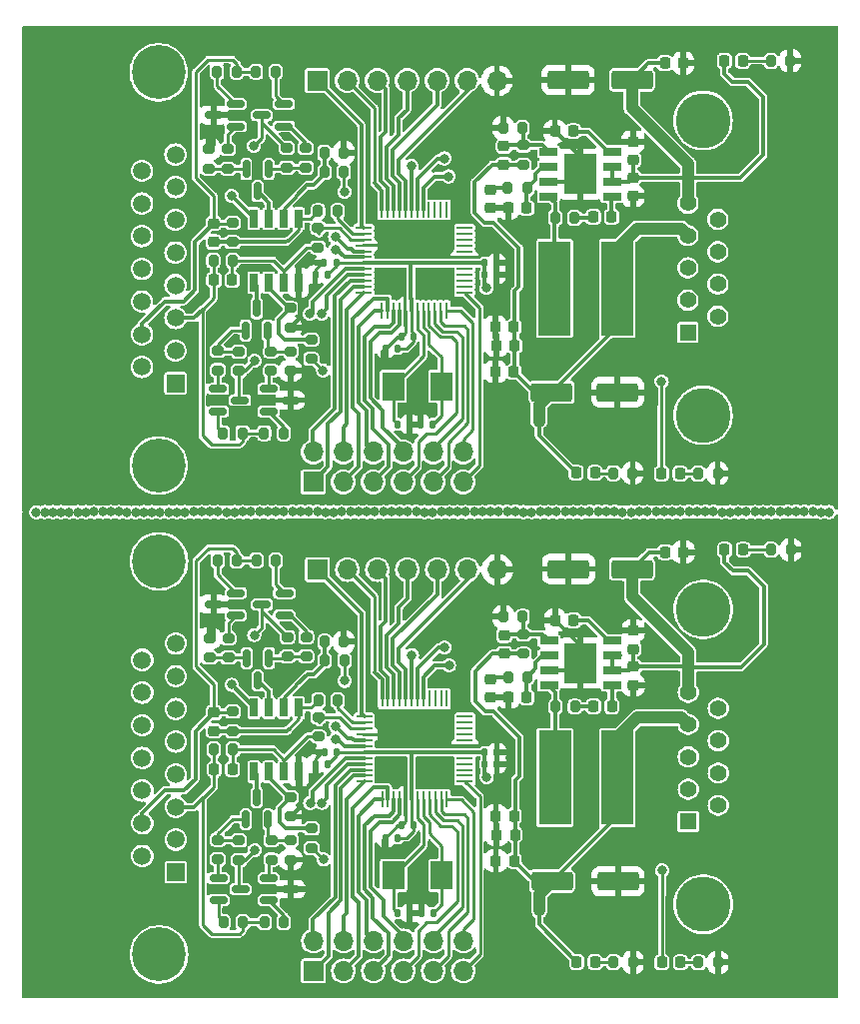
<source format=gtl>
%TF.GenerationSoftware,KiCad,Pcbnew,7.0.7*%
%TF.CreationDate,2024-09-01T12:40:49+02:00*%
%TF.ProjectId,main,6d61696e-2e6b-4696-9361-645f70636258,rev?*%
%TF.SameCoordinates,Original*%
%TF.FileFunction,Copper,L1,Top*%
%TF.FilePolarity,Positive*%
%FSLAX46Y46*%
G04 Gerber Fmt 4.6, Leading zero omitted, Abs format (unit mm)*
G04 Created by KiCad (PCBNEW 7.0.7) date 2024-09-01 12:40:49*
%MOMM*%
%LPD*%
G01*
G04 APERTURE LIST*
G04 Aperture macros list*
%AMRoundRect*
0 Rectangle with rounded corners*
0 $1 Rounding radius*
0 $2 $3 $4 $5 $6 $7 $8 $9 X,Y pos of 4 corners*
0 Add a 4 corners polygon primitive as box body*
4,1,4,$2,$3,$4,$5,$6,$7,$8,$9,$2,$3,0*
0 Add four circle primitives for the rounded corners*
1,1,$1+$1,$2,$3*
1,1,$1+$1,$4,$5*
1,1,$1+$1,$6,$7*
1,1,$1+$1,$8,$9*
0 Add four rect primitives between the rounded corners*
20,1,$1+$1,$2,$3,$4,$5,0*
20,1,$1+$1,$4,$5,$6,$7,0*
20,1,$1+$1,$6,$7,$8,$9,0*
20,1,$1+$1,$8,$9,$2,$3,0*%
G04 Aperture macros list end*
%TA.AperFunction,SMDPad,CuDef*%
%ADD10R,1.900000X2.400000*%
%TD*%
%TA.AperFunction,SMDPad,CuDef*%
%ADD11R,0.279400X1.361440*%
%TD*%
%TA.AperFunction,SMDPad,CuDef*%
%ADD12R,1.361440X0.279400*%
%TD*%
%TA.AperFunction,SMDPad,CuDef*%
%ADD13RoundRect,0.250000X-1.500000X-0.550000X1.500000X-0.550000X1.500000X0.550000X-1.500000X0.550000X0*%
%TD*%
%TA.AperFunction,SMDPad,CuDef*%
%ADD14RoundRect,0.200000X0.275000X-0.200000X0.275000X0.200000X-0.275000X0.200000X-0.275000X-0.200000X0*%
%TD*%
%TA.AperFunction,SMDPad,CuDef*%
%ADD15R,2.700000X8.000000*%
%TD*%
%TA.AperFunction,SMDPad,CuDef*%
%ADD16RoundRect,0.225000X0.225000X0.250000X-0.225000X0.250000X-0.225000X-0.250000X0.225000X-0.250000X0*%
%TD*%
%TA.AperFunction,SMDPad,CuDef*%
%ADD17RoundRect,0.218750X0.218750X0.256250X-0.218750X0.256250X-0.218750X-0.256250X0.218750X-0.256250X0*%
%TD*%
%TA.AperFunction,SMDPad,CuDef*%
%ADD18RoundRect,0.135000X-0.135000X-0.185000X0.135000X-0.185000X0.135000X0.185000X-0.135000X0.185000X0*%
%TD*%
%TA.AperFunction,SMDPad,CuDef*%
%ADD19RoundRect,0.135000X0.135000X0.185000X-0.135000X0.185000X-0.135000X-0.185000X0.135000X-0.185000X0*%
%TD*%
%TA.AperFunction,ComponentPad*%
%ADD20R,1.700000X1.700000*%
%TD*%
%TA.AperFunction,ComponentPad*%
%ADD21O,1.700000X1.700000*%
%TD*%
%TA.AperFunction,SMDPad,CuDef*%
%ADD22RoundRect,0.150000X0.587500X0.150000X-0.587500X0.150000X-0.587500X-0.150000X0.587500X-0.150000X0*%
%TD*%
%TA.AperFunction,SMDPad,CuDef*%
%ADD23RoundRect,0.200000X-0.275000X0.200000X-0.275000X-0.200000X0.275000X-0.200000X0.275000X0.200000X0*%
%TD*%
%TA.AperFunction,SMDPad,CuDef*%
%ADD24RoundRect,0.225000X0.250000X-0.225000X0.250000X0.225000X-0.250000X0.225000X-0.250000X-0.225000X0*%
%TD*%
%TA.AperFunction,SMDPad,CuDef*%
%ADD25RoundRect,0.200000X0.200000X0.275000X-0.200000X0.275000X-0.200000X-0.275000X0.200000X-0.275000X0*%
%TD*%
%TA.AperFunction,SMDPad,CuDef*%
%ADD26RoundRect,0.225000X-0.225000X-0.250000X0.225000X-0.250000X0.225000X0.250000X-0.225000X0.250000X0*%
%TD*%
%TA.AperFunction,SMDPad,CuDef*%
%ADD27RoundRect,0.225000X-0.250000X0.225000X-0.250000X-0.225000X0.250000X-0.225000X0.250000X0.225000X0*%
%TD*%
%TA.AperFunction,SMDPad,CuDef*%
%ADD28RoundRect,0.200000X-0.200000X-0.275000X0.200000X-0.275000X0.200000X0.275000X-0.200000X0.275000X0*%
%TD*%
%TA.AperFunction,SMDPad,CuDef*%
%ADD29RoundRect,0.150000X-0.587500X-0.150000X0.587500X-0.150000X0.587500X0.150000X-0.587500X0.150000X0*%
%TD*%
%TA.AperFunction,ComponentPad*%
%ADD30R,1.400000X1.400000*%
%TD*%
%TA.AperFunction,ComponentPad*%
%ADD31C,1.400000*%
%TD*%
%TA.AperFunction,ComponentPad*%
%ADD32C,4.650000*%
%TD*%
%TA.AperFunction,SMDPad,CuDef*%
%ADD33RoundRect,0.150000X0.150000X-0.587500X0.150000X0.587500X-0.150000X0.587500X-0.150000X-0.587500X0*%
%TD*%
%TA.AperFunction,SMDPad,CuDef*%
%ADD34RoundRect,0.250000X1.500000X0.550000X-1.500000X0.550000X-1.500000X-0.550000X1.500000X-0.550000X0*%
%TD*%
%TA.AperFunction,SMDPad,CuDef*%
%ADD35RoundRect,0.150000X-0.150000X0.587500X-0.150000X-0.587500X0.150000X-0.587500X0.150000X0.587500X0*%
%TD*%
%TA.AperFunction,ComponentPad*%
%ADD36R,1.500000X1.500000*%
%TD*%
%TA.AperFunction,ComponentPad*%
%ADD37C,1.500000*%
%TD*%
%TA.AperFunction,ComponentPad*%
%ADD38C,4.567000*%
%TD*%
%TA.AperFunction,SMDPad,CuDef*%
%ADD39R,0.650000X1.525000*%
%TD*%
%TA.AperFunction,SMDPad,CuDef*%
%ADD40R,1.525000X0.650000*%
%TD*%
%TA.AperFunction,SMDPad,CuDef*%
%ADD41R,2.710000X3.350000*%
%TD*%
%TA.AperFunction,ViaPad*%
%ADD42C,0.800000*%
%TD*%
%TA.AperFunction,Conductor*%
%ADD43C,0.250000*%
%TD*%
%TA.AperFunction,Conductor*%
%ADD44C,0.300000*%
%TD*%
%TA.AperFunction,Conductor*%
%ADD45C,1.000000*%
%TD*%
G04 APERTURE END LIST*
D10*
%TO.P,Y2,1,1*%
%TO.N,Net-(U1-CLKIN)*%
X116177500Y-137695000D03*
%TO.P,Y2,2,2*%
%TO.N,Net-(U1-XTALOUT)*%
X120277500Y-137695000D03*
%TD*%
D11*
%TO.P,U1,1,RES1*%
%TO.N,RES1*%
X115202500Y-131269640D03*
%TO.P,U1,2,CS*%
%TO.N,CS*%
X115702499Y-131269640D03*
%TO.P,U1,3,RD*%
%TO.N,RD*%
X116202501Y-131269640D03*
%TO.P,U1,4,WR/FSYNC*%
%TO.N,WR{slash}FSYNC*%
X116702500Y-131269640D03*
%TO.P,U1,5,DGND*%
%TO.N,GND*%
X117202499Y-131269640D03*
%TO.P,U1,6,DVDD*%
%TO.N,EXTERNAL_5V*%
X117702500Y-131269640D03*
%TO.P,U1,7,CLKIN*%
%TO.N,Net-(U1-CLKIN)*%
X118202500Y-131269640D03*
%TO.P,U1,8,XTALOUT*%
%TO.N,Net-(U1-XTALOUT)*%
X118702501Y-131269640D03*
%TO.P,U1,9,SOE*%
%TO.N,SOE*%
X119202500Y-131269640D03*
%TO.P,U1,10,SAMPLE*%
%TO.N,SAMPLE*%
X119702499Y-131269640D03*
%TO.P,U1,11,DB15/SDO*%
%TO.N,SDO *%
X120202501Y-131269640D03*
%TO.P,U1,12,DB14/SDI*%
%TO.N,SDI *%
X120702500Y-131269640D03*
D12*
%TO.P,U1,13,DB13/SCLK*%
%TO.N,SCLK*%
X122227348Y-129744820D03*
%TO.P,U1,14,DB12*%
%TO.N,unconnected-(U1-DB12-Pad14)*%
X122227348Y-129244821D03*
%TO.P,U1,15,DB11*%
%TO.N,unconnected-(U1-DB11-Pad15)*%
X122227348Y-128744819D03*
%TO.P,U1,16,DB10*%
%TO.N,unconnected-(U1-DB10-Pad16)*%
X122227348Y-128244820D03*
%TO.P,U1,17,DB9*%
%TO.N,unconnected-(U1-DB9-Pad17)*%
X122227348Y-127744821D03*
%TO.P,U1,18,VDRIVE*%
%TO.N,EXTERNAL_5V*%
X122227348Y-127244820D03*
%TO.P,U1,19,DGND*%
%TO.N,GND*%
X122227348Y-126744820D03*
%TO.P,U1,20,DB8*%
%TO.N,unconnected-(U1-DB8-Pad20)*%
X122227348Y-126244819D03*
%TO.P,U1,21,DB7*%
%TO.N,unconnected-(U1-DB7-Pad21)*%
X122227348Y-125744820D03*
%TO.P,U1,22,DB6*%
%TO.N,unconnected-(U1-DB6-Pad22)*%
X122227348Y-125244821D03*
%TO.P,U1,23,DB5*%
%TO.N,unconnected-(U1-DB5-Pad23)*%
X122227348Y-124744819D03*
%TO.P,U1,24,DB4*%
%TO.N,unconnected-(U1-DB4-Pad24)*%
X122227348Y-124244820D03*
D11*
%TO.P,U1,25,DB3*%
%TO.N,unconnected-(U1-DB3-Pad25)*%
X120702500Y-122720000D03*
%TO.P,U1,26,DB2*%
%TO.N,unconnected-(U1-DB2-Pad26)*%
X120202501Y-122720000D03*
%TO.P,U1,27,DB1*%
%TO.N,unconnected-(U1-DB1-Pad27)*%
X119702499Y-122720000D03*
%TO.P,U1,28,DB0*%
%TO.N,unconnected-(U1-DB0-Pad28)*%
X119202500Y-122720000D03*
%TO.P,U1,29,A*%
%TO.N,/optoisolation/A*%
X118702501Y-122720000D03*
%TO.P,U1,30,B*%
%TO.N,/optoisolation/B*%
X118202500Y-122720000D03*
%TO.P,U1,31,NM*%
%TO.N,/optoisolation/NM*%
X117702500Y-122720000D03*
%TO.P,U1,32,DIR*%
%TO.N,DIR*%
X117202499Y-122720000D03*
%TO.P,U1,33,RESET*%
%TO.N,RESET*%
X116702500Y-122720000D03*
%TO.P,U1,34,LOT*%
%TO.N,LOT*%
X116202501Y-122720000D03*
%TO.P,U1,35,DOS*%
%TO.N,DOS*%
X115702499Y-122720000D03*
%TO.P,U1,36,A1*%
%TO.N,A1*%
X115202500Y-122720000D03*
D12*
%TO.P,U1,37,A0*%
%TO.N,A0*%
X113677652Y-124244820D03*
%TO.P,U1,38,EXC*%
%TO.N,/EXC*%
X113677652Y-124744819D03*
%TO.P,U1,39,EXC*%
%TO.N,/~EXC*%
X113677652Y-125244821D03*
%TO.P,U1,40,AGND*%
%TO.N,GND*%
X113677652Y-125744820D03*
%TO.P,U1,41,SIN*%
%TO.N,S1*%
X113677652Y-126244819D03*
%TO.P,U1,42,SINLO*%
%TO.N,S3*%
X113677652Y-126744820D03*
%TO.P,U1,43,AVDD*%
%TO.N,EXTERNAL_5V*%
X113677652Y-127244820D03*
%TO.P,U1,44,COSLO*%
%TO.N,S4*%
X113677652Y-127744821D03*
%TO.P,U1,45,COS*%
%TO.N,S2*%
X113677652Y-128244820D03*
%TO.P,U1,46,REFBYP*%
%TO.N,REFBYP*%
X113677652Y-128744819D03*
%TO.P,U1,47,REFOUT*%
%TO.N,REFOUT*%
X113677652Y-129244821D03*
%TO.P,U1,48,RES0*%
%TO.N,RES0*%
X113677652Y-129744820D03*
%TD*%
D13*
%TO.P,C31,1*%
%TO.N,12_V*%
X129605500Y-138190000D03*
%TO.P,C31,2*%
%TO.N,GND*%
X135205500Y-138190000D03*
%TD*%
D14*
%TO.P,R1,1*%
%TO.N,EXTERNAL_5V*%
X109227500Y-135370000D03*
%TO.P,R1,2*%
%TO.N,Net-(OPAMPS1---Pad2)*%
X109227500Y-133720000D03*
%TD*%
D15*
%TO.P,L1,1,1*%
%TO.N,Net-(IC2-SW)*%
X129855500Y-129390000D03*
%TO.P,L1,2,2*%
%TO.N,12_V*%
X135155500Y-129390000D03*
%TD*%
D16*
%TO.P,C29,1*%
%TO.N,12_V*%
X126480500Y-134245000D03*
%TO.P,C29,2*%
%TO.N,GND*%
X124930500Y-134245000D03*
%TD*%
D17*
%TO.P,D3,1,K*%
%TO.N,Net-(D3-K)*%
X133265000Y-145020000D03*
%TO.P,D3,2,A*%
%TO.N,12_V*%
X131690000Y-145020000D03*
%TD*%
D18*
%TO.P,C4,1*%
%TO.N,Net-(U1-CLKIN)*%
X116542500Y-140895000D03*
%TO.P,C4,2*%
%TO.N,GND*%
X117562500Y-140895000D03*
%TD*%
D19*
%TO.P,C10,1*%
%TO.N,EXTERNAL_5V*%
X110577500Y-128245000D03*
%TO.P,C10,2*%
%TO.N,GND*%
X109557500Y-128245000D03*
%TD*%
D20*
%TO.P,J5,1,Pin_1*%
%TO.N,A0*%
X109727500Y-111770000D03*
D21*
%TO.P,J5,2,Pin_2*%
%TO.N,A1*%
X112267500Y-111770000D03*
%TO.P,J5,3,Pin_3*%
%TO.N,DOS*%
X114807500Y-111770000D03*
%TO.P,J5,4,Pin_4*%
%TO.N,LOT*%
X117347500Y-111770000D03*
%TO.P,J5,5,Pin_5*%
%TO.N,RESET*%
X119887500Y-111770000D03*
%TO.P,J5,6,Pin_6*%
%TO.N,DIR*%
X122427500Y-111770000D03*
%TO.P,J5,7,Pin_7*%
%TO.N,GND*%
X124967500Y-111770000D03*
%TD*%
D19*
%TO.P,C3,1*%
%TO.N,Net-(U1-XTALOUT)*%
X119537500Y-140895000D03*
%TO.P,C3,2*%
%TO.N,GND*%
X118517500Y-140895000D03*
%TD*%
D14*
%TO.P,R5,1*%
%TO.N,Net-(Q4-B)*%
X101294250Y-136319250D03*
%TO.P,R5,2*%
%TO.N,Net-(D2-K-Pad1)*%
X101294250Y-134669250D03*
%TD*%
D22*
%TO.P,Q2,1,B*%
%TO.N,Net-(Q2-B)*%
X106908750Y-115663750D03*
%TO.P,Q2,2,E*%
%TO.N,Net-(Q2-E)*%
X106908750Y-113763750D03*
%TO.P,Q2,3,C*%
%TO.N,12_V*%
X105033750Y-114713750D03*
%TD*%
D23*
%TO.P,R7,1*%
%TO.N,Net-(D2-A)*%
X107465750Y-134711050D03*
%TO.P,R7,2*%
%TO.N,GND*%
X107465750Y-136361050D03*
%TD*%
D24*
%TO.P,C16,1*%
%TO.N,Net-(C16-Pad1)*%
X100946250Y-125438750D03*
%TO.P,C16,2*%
%TO.N,R2*%
X100946250Y-123888750D03*
%TD*%
D25*
%TO.P,R21,1*%
%TO.N,EXTERNAL_5V*%
X112002500Y-119495000D03*
%TO.P,R21,2*%
%TO.N,Net-(OPAMPS1---Pad6)*%
X110352500Y-119495000D03*
%TD*%
D14*
%TO.P,R24,1*%
%TO.N,Net-(C16-Pad1)*%
X102546250Y-125463750D03*
%TO.P,R24,2*%
%TO.N,R2*%
X102546250Y-123813750D03*
%TD*%
D26*
%TO.P,C18,1*%
%TO.N,EXTERNAL_24V*%
X139202500Y-110295000D03*
%TO.P,C18,2*%
%TO.N,GND*%
X140752500Y-110295000D03*
%TD*%
D27*
%TO.P,C15,1*%
%TO.N,EXTERNAL_24V*%
X136502500Y-119995000D03*
%TO.P,C15,2*%
%TO.N,GND*%
X136502500Y-121545000D03*
%TD*%
D24*
%TO.P,C26,1*%
%TO.N,12_V*%
X125555500Y-118890000D03*
%TO.P,C26,2*%
%TO.N,Net-(IC2-FB)*%
X125555500Y-117340000D03*
%TD*%
D27*
%TO.P,C25,1*%
%TO.N,Net-(C25-Pad1)*%
X124377500Y-121045000D03*
%TO.P,C25,2*%
%TO.N,GND*%
X124377500Y-122595000D03*
%TD*%
D14*
%TO.P,R27,1*%
%TO.N,Net-(D1-A)*%
X102171250Y-119238750D03*
%TO.P,R27,2*%
%TO.N,Net-(Q1-B)*%
X102171250Y-117588750D03*
%TD*%
D16*
%TO.P,C21,1*%
%TO.N,Net-(IC2-SS)*%
X131427500Y-116070000D03*
%TO.P,C21,2*%
%TO.N,GND*%
X129877500Y-116070000D03*
%TD*%
D14*
%TO.P,R13,1*%
%TO.N,12_V*%
X127205500Y-118915000D03*
%TO.P,R13,2*%
%TO.N,Net-(IC2-FB)*%
X127205500Y-117265000D03*
%TD*%
D25*
%TO.P,R14,1*%
%TO.N,Net-(IC2-FB)*%
X127127500Y-115770000D03*
%TO.P,R14,2*%
%TO.N,GND*%
X125477500Y-115770000D03*
%TD*%
D23*
%TO.P,R26,1*%
%TO.N,Net-(Q2-B)*%
X108771250Y-117488750D03*
%TO.P,R26,2*%
%TO.N,Net-(D1-K-Pad1)*%
X108771250Y-119138750D03*
%TD*%
D25*
%TO.P,R11,1*%
%TO.N,Net-(C20-Pad1)*%
X131543500Y-123390000D03*
%TO.P,R11,2*%
%TO.N,Net-(IC2-SW)*%
X129893500Y-123390000D03*
%TD*%
%TO.P,R12,1*%
%TO.N,Net-(IC2-COMP)*%
X127530500Y-120865000D03*
%TO.P,R12,2*%
%TO.N,Net-(C25-Pad1)*%
X125880500Y-120865000D03*
%TD*%
D28*
%TO.P,R15,1*%
%TO.N,Net-(D3-K)*%
X134827500Y-145045000D03*
%TO.P,R15,2*%
%TO.N,GND*%
X136477500Y-145045000D03*
%TD*%
D29*
%TO.P,Q4,1,B*%
%TO.N,Net-(Q4-B)*%
X101324250Y-137909250D03*
%TO.P,Q4,2,E*%
%TO.N,Net-(Q4-E)*%
X101324250Y-139809250D03*
%TO.P,Q4,3,C*%
%TO.N,12_V*%
X103199250Y-138859250D03*
%TD*%
D30*
%TO.P,J3,1,1*%
%TO.N,ENCODER_EMULATE_A*%
X141162500Y-133125000D03*
D31*
%TO.P,J3,2,2*%
%TO.N,ENCODER_EMULATE_B*%
X141162500Y-130385000D03*
%TO.P,J3,3,3*%
%TO.N,ENCODER_EMULATE_NM*%
X141162500Y-127645000D03*
%TO.P,J3,4,4*%
%TO.N,12_V*%
X141162500Y-124905000D03*
%TO.P,J3,5,5*%
%TO.N,EXTERNAL_24V*%
X141162500Y-122165000D03*
%TO.P,J3,6,6*%
%TO.N,unconnected-(J3-Pad6)*%
X143702500Y-131755000D03*
%TO.P,J3,7,7*%
%TO.N,EXTERNAL_GND*%
X143702500Y-129015000D03*
%TO.P,J3,8,8*%
%TO.N,unconnected-(J3-Pad8)*%
X143702500Y-126275000D03*
%TO.P,J3,9,9*%
%TO.N,EXTERNAL_5V*%
X143702500Y-123535000D03*
D32*
%TO.P,J3,10,MH1*%
%TO.N,unconnected-(J3-MH1-Pad10)*%
X142432500Y-140140000D03*
%TO.P,J3,11,MH2*%
%TO.N,unconnected-(J3-MH2-Pad11)*%
X142432500Y-115150000D03*
%TD*%
D18*
%TO.P,C2,1*%
%TO.N,GND*%
X116842500Y-133470000D03*
%TO.P,C2,2*%
%TO.N,EXTERNAL_5V*%
X117862500Y-133470000D03*
%TD*%
D28*
%TO.P,R29,1*%
%TO.N,R2*%
X104546250Y-111013750D03*
%TO.P,R29,2*%
%TO.N,Net-(Q2-E)*%
X106196250Y-111013750D03*
%TD*%
D23*
%TO.P,R8,1*%
%TO.N,Net-(D2-K-Pad1)*%
X103072250Y-134732250D03*
%TO.P,R8,2*%
%TO.N,12_V*%
X103072250Y-136382250D03*
%TD*%
D25*
%TO.P,R22,1*%
%TO.N,/EXC*%
X111452500Y-122845000D03*
%TO.P,R22,2*%
%TO.N,Net-(C16-Pad1)*%
X109802500Y-122845000D03*
%TD*%
D33*
%TO.P,D2,1,K*%
%TO.N,Net-(D2-K-Pad1)*%
X103646250Y-132938750D03*
%TO.P,D2,2,A*%
%TO.N,Net-(D2-A)*%
X105546250Y-132938750D03*
%TO.P,D2,3,K*%
%TO.N,Net-(OPAMPS1-output_1)*%
X104596250Y-131063750D03*
%TD*%
D26*
%TO.P,C20,1*%
%TO.N,Net-(C20-Pad1)*%
X133130500Y-123340000D03*
%TO.P,C20,2*%
%TO.N,Net-(IC2-BST)*%
X134680500Y-123340000D03*
%TD*%
D29*
%TO.P,Q3,1,B*%
%TO.N,Net-(Q3-B)*%
X105595750Y-137909250D03*
%TO.P,Q3,2,E*%
%TO.N,Net-(Q3-E)*%
X105595750Y-139809250D03*
%TO.P,Q3,3,C*%
%TO.N,GND*%
X107470750Y-138859250D03*
%TD*%
D34*
%TO.P,C8,1*%
%TO.N,EXTERNAL_24V*%
X136402500Y-111720000D03*
%TO.P,C8,2*%
%TO.N,GND*%
X131002500Y-111720000D03*
%TD*%
D18*
%TO.P,C1,1*%
%TO.N,GND*%
X115517500Y-134495000D03*
%TO.P,C1,2*%
%TO.N,EXTERNAL_5V*%
X116537500Y-134495000D03*
%TD*%
D25*
%TO.P,R9,1*%
%TO.N,Net-(Q3-E)*%
X106882250Y-141653250D03*
%TO.P,R9,2*%
%TO.N,R1*%
X105232250Y-141653250D03*
%TD*%
D28*
%TO.P,R23,1*%
%TO.N,Net-(OPAMPS1---Pad6)*%
X110327500Y-117895000D03*
%TO.P,R23,2*%
%TO.N,GND*%
X111977500Y-117895000D03*
%TD*%
D23*
%TO.P,R3,1*%
%TO.N,Net-(OPAMPS1---Pad2)*%
X107452500Y-131063750D03*
%TO.P,R3,2*%
%TO.N,GND*%
X107452500Y-132713750D03*
%TD*%
D17*
%TO.P,D4,1,K*%
%TO.N,Net-(D4-K)*%
X140490000Y-145070000D03*
%TO.P,D4,2,A*%
%TO.N,EXTERNAL_5V*%
X138915000Y-145070000D03*
%TD*%
D35*
%TO.P,D1,1,K*%
%TO.N,Net-(D1-K-Pad1)*%
X105621250Y-119276250D03*
%TO.P,D1,2,A*%
%TO.N,Net-(D1-A)*%
X103721250Y-119276250D03*
%TO.P,D1,3,K*%
%TO.N,Net-(OPAMPS1-OUTPUT_2)*%
X104671250Y-121151250D03*
%TD*%
D28*
%TO.P,R30,1*%
%TO.N,Net-(Q1-E)*%
X101246250Y-111013750D03*
%TO.P,R30,2*%
%TO.N,R2*%
X102896250Y-111013750D03*
%TD*%
D23*
%TO.P,R2,1*%
%TO.N,/~EXC*%
X109802500Y-124270000D03*
%TO.P,R2,2*%
%TO.N,Net-(C7-Pad1)*%
X109802500Y-125920000D03*
%TD*%
D16*
%TO.P,C7,1*%
%TO.N,Net-(C7-Pad1)*%
X102525050Y-128671250D03*
%TO.P,C7,2*%
%TO.N,R1*%
X100975050Y-128671250D03*
%TD*%
D20*
%TO.P,J4,1,Pin_1*%
%TO.N,REFOUT*%
X109387500Y-145785000D03*
D21*
%TO.P,J4,2,Pin_2*%
%TO.N,REFBYP*%
X109387500Y-143245000D03*
%TO.P,J4,3,Pin_3*%
%TO.N,CS*%
X111927500Y-145785000D03*
%TO.P,J4,4,Pin_4*%
%TO.N,RES0*%
X111927500Y-143245000D03*
%TO.P,J4,5,Pin_5*%
%TO.N,RD*%
X114467500Y-145785000D03*
%TO.P,J4,6,Pin_6*%
%TO.N,RES1*%
X114467500Y-143245000D03*
%TO.P,J4,7,Pin_7*%
%TO.N,SOE*%
X117007500Y-145785000D03*
%TO.P,J4,8,Pin_8*%
%TO.N,WR{slash}FSYNC*%
X117007500Y-143245000D03*
%TO.P,J4,9,Pin_9*%
%TO.N,SDO *%
X119547500Y-145785000D03*
%TO.P,J4,10,Pin_10*%
%TO.N,SAMPLE*%
X119547500Y-143245000D03*
%TO.P,J4,11,Pin_11*%
%TO.N,SCLK*%
X122087500Y-145785000D03*
%TO.P,J4,12,Pin_12*%
%TO.N,SDI *%
X122087500Y-143245000D03*
%TD*%
D25*
%TO.P,R10,1*%
%TO.N,R1*%
X103389250Y-141653250D03*
%TO.P,R10,2*%
%TO.N,Net-(Q4-E)*%
X101739250Y-141653250D03*
%TD*%
D14*
%TO.P,R25,1*%
%TO.N,Net-(D1-K-Pad1)*%
X107171250Y-119138750D03*
%TO.P,R25,2*%
%TO.N,12_V*%
X107171250Y-117488750D03*
%TD*%
D18*
%TO.P,C5,1*%
%TO.N,EXTERNAL_5V*%
X123917500Y-127245000D03*
%TO.P,C5,2*%
%TO.N,GND*%
X124937500Y-127245000D03*
%TD*%
D16*
%TO.P,C24,1*%
%TO.N,Net-(IC2-COMP)*%
X127475500Y-122590000D03*
%TO.P,C24,2*%
%TO.N,GND*%
X125925500Y-122590000D03*
%TD*%
D22*
%TO.P,Q1,1,B*%
%TO.N,Net-(Q1-B)*%
X102808750Y-115663750D03*
%TO.P,Q1,2,E*%
%TO.N,Net-(Q1-E)*%
X102808750Y-113763750D03*
%TO.P,Q1,3,C*%
%TO.N,GND*%
X100933750Y-114713750D03*
%TD*%
D19*
%TO.P,C9,1*%
%TO.N,EXTERNAL_5V*%
X111337500Y-127245000D03*
%TO.P,C9,2*%
%TO.N,GND*%
X110317500Y-127245000D03*
%TD*%
D16*
%TO.P,C30,1*%
%TO.N,12_V*%
X126402500Y-132645000D03*
%TO.P,C30,2*%
%TO.N,GND*%
X124852500Y-132645000D03*
%TD*%
D24*
%TO.P,C19,1*%
%TO.N,EXTERNAL_24V*%
X136502500Y-118495000D03*
%TO.P,C19,2*%
%TO.N,GND*%
X136502500Y-116945000D03*
%TD*%
D14*
%TO.P,R28,1*%
%TO.N,Net-(D1-A)*%
X100571250Y-119238750D03*
%TO.P,R28,2*%
%TO.N,GND*%
X100571250Y-117588750D03*
%TD*%
D36*
%TO.P,J2,1,1*%
%TO.N,unconnected-(J2-Pad1)*%
X97717500Y-137430000D03*
D37*
%TO.P,J2,2,2*%
%TO.N,unconnected-(J2-Pad2)*%
X97717500Y-134660000D03*
%TO.P,J2,3,3*%
%TO.N,R1*%
X97717500Y-131890000D03*
%TO.P,J2,4,4*%
%TO.N,unconnected-(J2-Pad4)*%
X97717500Y-129120000D03*
%TO.P,J2,5,5*%
%TO.N,unconnected-(J2-Pad5)*%
X97717500Y-126350000D03*
%TO.P,J2,6,6*%
%TO.N,S2*%
X97717500Y-123580000D03*
%TO.P,J2,7,7*%
%TO.N,S1*%
X97717500Y-120810000D03*
%TO.P,J2,8,8*%
%TO.N,unconnected-(J2-Pad8)*%
X97717500Y-118040000D03*
%TO.P,J2,9,9*%
%TO.N,unconnected-(J2-Pad9)*%
X94877500Y-136045000D03*
%TO.P,J2,10,10*%
%TO.N,R2*%
X94877500Y-133275000D03*
%TO.P,J2,11,11*%
%TO.N,unconnected-(J2-Pad11)*%
X94877500Y-130505000D03*
%TO.P,J2,12,12*%
%TO.N,unconnected-(J2-Pad12)*%
X94877500Y-127735000D03*
%TO.P,J2,13,13*%
%TO.N,S4*%
X94877500Y-124965000D03*
%TO.P,J2,14,14*%
%TO.N,S3*%
X94877500Y-122195000D03*
%TO.P,J2,15,15*%
%TO.N,unconnected-(J2-Pad15)*%
X94877500Y-119425000D03*
D38*
%TO.P,J2,MH1,MH1*%
%TO.N,unconnected-(J2-PadMH1)*%
X96297500Y-144395000D03*
%TO.P,J2,MH2,MH2*%
%TO.N,unconnected-(J2-PadMH2)*%
X96297500Y-111075000D03*
%TD*%
D23*
%TO.P,R6,1*%
%TO.N,Net-(D2-A)*%
X105814750Y-134711050D03*
%TO.P,R6,2*%
%TO.N,Net-(Q3-B)*%
X105814750Y-136361050D03*
%TD*%
D25*
%TO.P,R4,1*%
%TO.N,Net-(C7-Pad1)*%
X102575050Y-127013750D03*
%TO.P,R4,2*%
%TO.N,R1*%
X100925050Y-127013750D03*
%TD*%
D28*
%TO.P,R32,1*%
%TO.N,Net-(D4-K)*%
X142027500Y-145070000D03*
%TO.P,R32,2*%
%TO.N,GND*%
X143677500Y-145070000D03*
%TD*%
D18*
%TO.P,C6,1*%
%TO.N,EXTERNAL_5V*%
X123917500Y-128245000D03*
%TO.P,C6,2*%
%TO.N,GND*%
X124937500Y-128245000D03*
%TD*%
D16*
%TO.P,C28,1*%
%TO.N,12_V*%
X126402500Y-136445000D03*
%TO.P,C28,2*%
%TO.N,GND*%
X124852500Y-136445000D03*
%TD*%
D39*
%TO.P,OPAMPS1,1,output_1*%
%TO.N,Net-(OPAMPS1-output_1)*%
X104346250Y-128897750D03*
%TO.P,OPAMPS1,2,-*%
%TO.N,Net-(OPAMPS1---Pad2)*%
X105616250Y-128897750D03*
%TO.P,OPAMPS1,3,+*%
%TO.N,Net-(C7-Pad1)*%
X106886250Y-128897750D03*
%TO.P,OPAMPS1,4,VCC-*%
%TO.N,GND*%
X108156250Y-128897750D03*
%TO.P,OPAMPS1,5,+*%
%TO.N,Net-(C16-Pad1)*%
X108156250Y-123473750D03*
%TO.P,OPAMPS1,6,-*%
%TO.N,Net-(OPAMPS1---Pad6)*%
X106886250Y-123473750D03*
%TO.P,OPAMPS1,7,OUTPUT_2*%
%TO.N,Net-(OPAMPS1-OUTPUT_2)*%
X105616250Y-123473750D03*
%TO.P,OPAMPS1,8,VCC+*%
%TO.N,12_V*%
X104346250Y-123473750D03*
%TD*%
D40*
%TO.P,IC2,1,BST*%
%TO.N,Net-(IC2-BST)*%
X134718500Y-121600000D03*
%TO.P,IC2,2,VIN*%
%TO.N,EXTERNAL_24V*%
X134718500Y-120330000D03*
%TO.P,IC2,3,EN*%
X134718500Y-119060000D03*
%TO.P,IC2,4,SS*%
%TO.N,Net-(IC2-SS)*%
X134718500Y-117790000D03*
%TO.P,IC2,5,FB*%
%TO.N,Net-(IC2-FB)*%
X129342500Y-117790000D03*
%TO.P,IC2,6,COMP*%
%TO.N,Net-(IC2-COMP)*%
X129342500Y-119060000D03*
%TO.P,IC2,7,GND*%
%TO.N,GND*%
X129342500Y-120330000D03*
%TO.P,IC2,8,SW*%
%TO.N,Net-(IC2-SW)*%
X129342500Y-121600000D03*
D41*
%TO.P,IC2,9,EP*%
%TO.N,GND*%
X132030500Y-119695000D03*
%TD*%
D17*
%TO.P,D5,1,K*%
%TO.N,Net-(D5-K)*%
X145815000Y-110095000D03*
%TO.P,D5,2,A*%
%TO.N,EXTERNAL_24V*%
X144240000Y-110095000D03*
%TD*%
D28*
%TO.P,R33,1*%
%TO.N,Net-(D5-K)*%
X148192500Y-110095000D03*
%TO.P,R33,2*%
%TO.N,GND*%
X149842500Y-110095000D03*
%TD*%
D10*
%TO.P,Y2,1,1*%
%TO.N,Net-(U1-CLKIN)*%
X116150000Y-96250000D03*
%TO.P,Y2,2,2*%
%TO.N,Net-(U1-XTALOUT)*%
X120250000Y-96250000D03*
%TD*%
D11*
%TO.P,U1,1,RES1*%
%TO.N,RES1*%
X115175000Y-89824640D03*
%TO.P,U1,2,CS*%
%TO.N,CS*%
X115674999Y-89824640D03*
%TO.P,U1,3,RD*%
%TO.N,RD*%
X116175001Y-89824640D03*
%TO.P,U1,4,WR/FSYNC*%
%TO.N,WR{slash}FSYNC*%
X116675000Y-89824640D03*
%TO.P,U1,5,DGND*%
%TO.N,GND*%
X117174999Y-89824640D03*
%TO.P,U1,6,DVDD*%
%TO.N,EXTERNAL_5V*%
X117675000Y-89824640D03*
%TO.P,U1,7,CLKIN*%
%TO.N,Net-(U1-CLKIN)*%
X118175000Y-89824640D03*
%TO.P,U1,8,XTALOUT*%
%TO.N,Net-(U1-XTALOUT)*%
X118675001Y-89824640D03*
%TO.P,U1,9,SOE*%
%TO.N,SOE*%
X119175000Y-89824640D03*
%TO.P,U1,10,SAMPLE*%
%TO.N,SAMPLE*%
X119674999Y-89824640D03*
%TO.P,U1,11,DB15/SDO*%
%TO.N,SDO *%
X120175001Y-89824640D03*
%TO.P,U1,12,DB14/SDI*%
%TO.N,SDI *%
X120675000Y-89824640D03*
D12*
%TO.P,U1,13,DB13/SCLK*%
%TO.N,SCLK*%
X122199848Y-88299820D03*
%TO.P,U1,14,DB12*%
%TO.N,unconnected-(U1-DB12-Pad14)*%
X122199848Y-87799821D03*
%TO.P,U1,15,DB11*%
%TO.N,unconnected-(U1-DB11-Pad15)*%
X122199848Y-87299819D03*
%TO.P,U1,16,DB10*%
%TO.N,unconnected-(U1-DB10-Pad16)*%
X122199848Y-86799820D03*
%TO.P,U1,17,DB9*%
%TO.N,unconnected-(U1-DB9-Pad17)*%
X122199848Y-86299821D03*
%TO.P,U1,18,VDRIVE*%
%TO.N,EXTERNAL_5V*%
X122199848Y-85799820D03*
%TO.P,U1,19,DGND*%
%TO.N,GND*%
X122199848Y-85299820D03*
%TO.P,U1,20,DB8*%
%TO.N,unconnected-(U1-DB8-Pad20)*%
X122199848Y-84799819D03*
%TO.P,U1,21,DB7*%
%TO.N,unconnected-(U1-DB7-Pad21)*%
X122199848Y-84299820D03*
%TO.P,U1,22,DB6*%
%TO.N,unconnected-(U1-DB6-Pad22)*%
X122199848Y-83799821D03*
%TO.P,U1,23,DB5*%
%TO.N,unconnected-(U1-DB5-Pad23)*%
X122199848Y-83299819D03*
%TO.P,U1,24,DB4*%
%TO.N,unconnected-(U1-DB4-Pad24)*%
X122199848Y-82799820D03*
D11*
%TO.P,U1,25,DB3*%
%TO.N,unconnected-(U1-DB3-Pad25)*%
X120675000Y-81275000D03*
%TO.P,U1,26,DB2*%
%TO.N,unconnected-(U1-DB2-Pad26)*%
X120175001Y-81275000D03*
%TO.P,U1,27,DB1*%
%TO.N,unconnected-(U1-DB1-Pad27)*%
X119674999Y-81275000D03*
%TO.P,U1,28,DB0*%
%TO.N,unconnected-(U1-DB0-Pad28)*%
X119175000Y-81275000D03*
%TO.P,U1,29,A*%
%TO.N,/optoisolation/A*%
X118675001Y-81275000D03*
%TO.P,U1,30,B*%
%TO.N,/optoisolation/B*%
X118175000Y-81275000D03*
%TO.P,U1,31,NM*%
%TO.N,/optoisolation/NM*%
X117675000Y-81275000D03*
%TO.P,U1,32,DIR*%
%TO.N,DIR*%
X117174999Y-81275000D03*
%TO.P,U1,33,RESET*%
%TO.N,RESET*%
X116675000Y-81275000D03*
%TO.P,U1,34,LOT*%
%TO.N,LOT*%
X116175001Y-81275000D03*
%TO.P,U1,35,DOS*%
%TO.N,DOS*%
X115674999Y-81275000D03*
%TO.P,U1,36,A1*%
%TO.N,A1*%
X115175000Y-81275000D03*
D12*
%TO.P,U1,37,A0*%
%TO.N,A0*%
X113650152Y-82799820D03*
%TO.P,U1,38,EXC*%
%TO.N,/EXC*%
X113650152Y-83299819D03*
%TO.P,U1,39,EXC*%
%TO.N,/~EXC*%
X113650152Y-83799821D03*
%TO.P,U1,40,AGND*%
%TO.N,GND*%
X113650152Y-84299820D03*
%TO.P,U1,41,SIN*%
%TO.N,S1*%
X113650152Y-84799819D03*
%TO.P,U1,42,SINLO*%
%TO.N,S3*%
X113650152Y-85299820D03*
%TO.P,U1,43,AVDD*%
%TO.N,EXTERNAL_5V*%
X113650152Y-85799820D03*
%TO.P,U1,44,COSLO*%
%TO.N,S4*%
X113650152Y-86299821D03*
%TO.P,U1,45,COS*%
%TO.N,S2*%
X113650152Y-86799820D03*
%TO.P,U1,46,REFBYP*%
%TO.N,REFBYP*%
X113650152Y-87299819D03*
%TO.P,U1,47,REFOUT*%
%TO.N,REFOUT*%
X113650152Y-87799821D03*
%TO.P,U1,48,RES0*%
%TO.N,RES0*%
X113650152Y-88299820D03*
%TD*%
D28*
%TO.P,R33,2*%
%TO.N,GND*%
X149815000Y-68650000D03*
%TO.P,R33,1*%
%TO.N,Net-(D5-K)*%
X148165000Y-68650000D03*
%TD*%
D39*
%TO.P,OPAMPS1,1,output_1*%
%TO.N,Net-(OPAMPS1-output_1)*%
X104318750Y-87452750D03*
%TO.P,OPAMPS1,2,-*%
%TO.N,Net-(OPAMPS1---Pad2)*%
X105588750Y-87452750D03*
%TO.P,OPAMPS1,3,+*%
%TO.N,Net-(C7-Pad1)*%
X106858750Y-87452750D03*
%TO.P,OPAMPS1,4,VCC-*%
%TO.N,GND*%
X108128750Y-87452750D03*
%TO.P,OPAMPS1,5,+*%
%TO.N,Net-(C16-Pad1)*%
X108128750Y-82028750D03*
%TO.P,OPAMPS1,6,-*%
%TO.N,Net-(OPAMPS1---Pad6)*%
X106858750Y-82028750D03*
%TO.P,OPAMPS1,7,OUTPUT_2*%
%TO.N,Net-(OPAMPS1-OUTPUT_2)*%
X105588750Y-82028750D03*
%TO.P,OPAMPS1,8,VCC+*%
%TO.N,12_V*%
X104318750Y-82028750D03*
%TD*%
D40*
%TO.P,IC2,1,BST*%
%TO.N,Net-(IC2-BST)*%
X134691000Y-80155000D03*
%TO.P,IC2,2,VIN*%
%TO.N,EXTERNAL_24V*%
X134691000Y-78885000D03*
%TO.P,IC2,3,EN*%
X134691000Y-77615000D03*
%TO.P,IC2,4,SS*%
%TO.N,Net-(IC2-SS)*%
X134691000Y-76345000D03*
%TO.P,IC2,5,FB*%
%TO.N,Net-(IC2-FB)*%
X129315000Y-76345000D03*
%TO.P,IC2,6,COMP*%
%TO.N,Net-(IC2-COMP)*%
X129315000Y-77615000D03*
%TO.P,IC2,7,GND*%
%TO.N,GND*%
X129315000Y-78885000D03*
%TO.P,IC2,8,SW*%
%TO.N,Net-(IC2-SW)*%
X129315000Y-80155000D03*
D41*
%TO.P,IC2,9,EP*%
%TO.N,GND*%
X132003000Y-78250000D03*
%TD*%
D17*
%TO.P,D5,1,K*%
%TO.N,Net-(D5-K)*%
X145787500Y-68650000D03*
%TO.P,D5,2,A*%
%TO.N,EXTERNAL_24V*%
X144212500Y-68650000D03*
%TD*%
D13*
%TO.P,C31,1*%
%TO.N,12_V*%
X129578000Y-96745000D03*
%TO.P,C31,2*%
%TO.N,GND*%
X135178000Y-96745000D03*
%TD*%
D24*
%TO.P,C19,1*%
%TO.N,EXTERNAL_24V*%
X136475000Y-77050000D03*
%TO.P,C19,2*%
%TO.N,GND*%
X136475000Y-75500000D03*
%TD*%
D16*
%TO.P,C30,1*%
%TO.N,12_V*%
X126375000Y-91200000D03*
%TO.P,C30,2*%
%TO.N,GND*%
X124825000Y-91200000D03*
%TD*%
D19*
%TO.P,C9,1*%
%TO.N,EXTERNAL_5V*%
X111310000Y-85800000D03*
%TO.P,C9,2*%
%TO.N,GND*%
X110290000Y-85800000D03*
%TD*%
D22*
%TO.P,Q1,1,B*%
%TO.N,Net-(Q1-B)*%
X102781250Y-74218750D03*
%TO.P,Q1,2,E*%
%TO.N,Net-(Q1-E)*%
X102781250Y-72318750D03*
%TO.P,Q1,3,C*%
%TO.N,GND*%
X100906250Y-73268750D03*
%TD*%
D16*
%TO.P,C24,1*%
%TO.N,Net-(IC2-COMP)*%
X127448000Y-81145000D03*
%TO.P,C24,2*%
%TO.N,GND*%
X125898000Y-81145000D03*
%TD*%
%TO.P,C28,1*%
%TO.N,12_V*%
X126375000Y-95000000D03*
%TO.P,C28,2*%
%TO.N,GND*%
X124825000Y-95000000D03*
%TD*%
D14*
%TO.P,R28,1*%
%TO.N,Net-(D1-A)*%
X100543750Y-77793750D03*
%TO.P,R28,2*%
%TO.N,GND*%
X100543750Y-76143750D03*
%TD*%
D18*
%TO.P,C6,1*%
%TO.N,EXTERNAL_5V*%
X123890000Y-86800000D03*
%TO.P,C6,2*%
%TO.N,GND*%
X124910000Y-86800000D03*
%TD*%
%TO.P,C5,1*%
%TO.N,EXTERNAL_5V*%
X123890000Y-85800000D03*
%TO.P,C5,2*%
%TO.N,GND*%
X124910000Y-85800000D03*
%TD*%
D28*
%TO.P,R32,1*%
%TO.N,Net-(D4-K)*%
X142000000Y-103625000D03*
%TO.P,R32,2*%
%TO.N,GND*%
X143650000Y-103625000D03*
%TD*%
D25*
%TO.P,R4,1*%
%TO.N,Net-(C7-Pad1)*%
X102547550Y-85568750D03*
%TO.P,R4,2*%
%TO.N,R1*%
X100897550Y-85568750D03*
%TD*%
D23*
%TO.P,R6,1*%
%TO.N,Net-(D2-A)*%
X105787250Y-93266050D03*
%TO.P,R6,2*%
%TO.N,Net-(Q3-B)*%
X105787250Y-94916050D03*
%TD*%
D36*
%TO.P,J2,1,1*%
%TO.N,unconnected-(J2-Pad1)*%
X97690000Y-95985000D03*
D37*
%TO.P,J2,2,2*%
%TO.N,unconnected-(J2-Pad2)*%
X97690000Y-93215000D03*
%TO.P,J2,3,3*%
%TO.N,R1*%
X97690000Y-90445000D03*
%TO.P,J2,4,4*%
%TO.N,unconnected-(J2-Pad4)*%
X97690000Y-87675000D03*
%TO.P,J2,5,5*%
%TO.N,unconnected-(J2-Pad5)*%
X97690000Y-84905000D03*
%TO.P,J2,6,6*%
%TO.N,S2*%
X97690000Y-82135000D03*
%TO.P,J2,7,7*%
%TO.N,S1*%
X97690000Y-79365000D03*
%TO.P,J2,8,8*%
%TO.N,unconnected-(J2-Pad8)*%
X97690000Y-76595000D03*
%TO.P,J2,9,9*%
%TO.N,unconnected-(J2-Pad9)*%
X94850000Y-94600000D03*
%TO.P,J2,10,10*%
%TO.N,R2*%
X94850000Y-91830000D03*
%TO.P,J2,11,11*%
%TO.N,unconnected-(J2-Pad11)*%
X94850000Y-89060000D03*
%TO.P,J2,12,12*%
%TO.N,unconnected-(J2-Pad12)*%
X94850000Y-86290000D03*
%TO.P,J2,13,13*%
%TO.N,S4*%
X94850000Y-83520000D03*
%TO.P,J2,14,14*%
%TO.N,S3*%
X94850000Y-80750000D03*
%TO.P,J2,15,15*%
%TO.N,unconnected-(J2-Pad15)*%
X94850000Y-77980000D03*
D38*
%TO.P,J2,MH1,MH1*%
%TO.N,unconnected-(J2-PadMH1)*%
X96270000Y-102950000D03*
%TO.P,J2,MH2,MH2*%
%TO.N,unconnected-(J2-PadMH2)*%
X96270000Y-69630000D03*
%TD*%
D14*
%TO.P,R25,1*%
%TO.N,Net-(D1-K-Pad1)*%
X107143750Y-77693750D03*
%TO.P,R25,2*%
%TO.N,12_V*%
X107143750Y-76043750D03*
%TD*%
D25*
%TO.P,R10,1*%
%TO.N,R1*%
X103361750Y-100208250D03*
%TO.P,R10,2*%
%TO.N,Net-(Q4-E)*%
X101711750Y-100208250D03*
%TD*%
D18*
%TO.P,C1,1*%
%TO.N,GND*%
X115490000Y-93050000D03*
%TO.P,C1,2*%
%TO.N,EXTERNAL_5V*%
X116510000Y-93050000D03*
%TD*%
D28*
%TO.P,R23,1*%
%TO.N,Net-(OPAMPS1---Pad6)*%
X110300000Y-76450000D03*
%TO.P,R23,2*%
%TO.N,GND*%
X111950000Y-76450000D03*
%TD*%
D20*
%TO.P,J4,1,Pin_1*%
%TO.N,REFOUT*%
X109360000Y-104340000D03*
D21*
%TO.P,J4,2,Pin_2*%
%TO.N,REFBYP*%
X109360000Y-101800000D03*
%TO.P,J4,3,Pin_3*%
%TO.N,CS*%
X111900000Y-104340000D03*
%TO.P,J4,4,Pin_4*%
%TO.N,RES0*%
X111900000Y-101800000D03*
%TO.P,J4,5,Pin_5*%
%TO.N,RD*%
X114440000Y-104340000D03*
%TO.P,J4,6,Pin_6*%
%TO.N,RES1*%
X114440000Y-101800000D03*
%TO.P,J4,7,Pin_7*%
%TO.N,SOE*%
X116980000Y-104340000D03*
%TO.P,J4,8,Pin_8*%
%TO.N,WR{slash}FSYNC*%
X116980000Y-101800000D03*
%TO.P,J4,9,Pin_9*%
%TO.N,SDO *%
X119520000Y-104340000D03*
%TO.P,J4,10,Pin_10*%
%TO.N,SAMPLE*%
X119520000Y-101800000D03*
%TO.P,J4,11,Pin_11*%
%TO.N,SCLK*%
X122060000Y-104340000D03*
%TO.P,J4,12,Pin_12*%
%TO.N,SDI *%
X122060000Y-101800000D03*
%TD*%
D33*
%TO.P,D2,1,K*%
%TO.N,Net-(D2-K-Pad1)*%
X103618750Y-91493750D03*
%TO.P,D2,2,A*%
%TO.N,Net-(D2-A)*%
X105518750Y-91493750D03*
%TO.P,D2,3,K*%
%TO.N,Net-(OPAMPS1-output_1)*%
X104568750Y-89618750D03*
%TD*%
D23*
%TO.P,R8,1*%
%TO.N,Net-(D2-K-Pad1)*%
X103044750Y-93287250D03*
%TO.P,R8,2*%
%TO.N,12_V*%
X103044750Y-94937250D03*
%TD*%
D28*
%TO.P,R30,1*%
%TO.N,Net-(Q1-E)*%
X101218750Y-69568750D03*
%TO.P,R30,2*%
%TO.N,R2*%
X102868750Y-69568750D03*
%TD*%
D25*
%TO.P,R22,1*%
%TO.N,/EXC*%
X111425000Y-81400000D03*
%TO.P,R22,2*%
%TO.N,Net-(C16-Pad1)*%
X109775000Y-81400000D03*
%TD*%
D28*
%TO.P,R29,1*%
%TO.N,R2*%
X104518750Y-69568750D03*
%TO.P,R29,2*%
%TO.N,Net-(Q2-E)*%
X106168750Y-69568750D03*
%TD*%
D23*
%TO.P,R2,1*%
%TO.N,/~EXC*%
X109775000Y-82825000D03*
%TO.P,R2,2*%
%TO.N,Net-(C7-Pad1)*%
X109775000Y-84475000D03*
%TD*%
D34*
%TO.P,C8,1*%
%TO.N,EXTERNAL_24V*%
X136375000Y-70275000D03*
%TO.P,C8,2*%
%TO.N,GND*%
X130975000Y-70275000D03*
%TD*%
D26*
%TO.P,C20,1*%
%TO.N,Net-(C20-Pad1)*%
X133103000Y-81895000D03*
%TO.P,C20,2*%
%TO.N,Net-(IC2-BST)*%
X134653000Y-81895000D03*
%TD*%
D29*
%TO.P,Q3,1,B*%
%TO.N,Net-(Q3-B)*%
X105568250Y-96464250D03*
%TO.P,Q3,2,E*%
%TO.N,Net-(Q3-E)*%
X105568250Y-98364250D03*
%TO.P,Q3,3,C*%
%TO.N,GND*%
X107443250Y-97414250D03*
%TD*%
D18*
%TO.P,C2,1*%
%TO.N,GND*%
X116815000Y-92025000D03*
%TO.P,C2,2*%
%TO.N,EXTERNAL_5V*%
X117835000Y-92025000D03*
%TD*%
D30*
%TO.P,J3,1,1*%
%TO.N,ENCODER_EMULATE_A*%
X141135000Y-91680000D03*
D31*
%TO.P,J3,2,2*%
%TO.N,ENCODER_EMULATE_B*%
X141135000Y-88940000D03*
%TO.P,J3,3,3*%
%TO.N,ENCODER_EMULATE_NM*%
X141135000Y-86200000D03*
%TO.P,J3,4,4*%
%TO.N,12_V*%
X141135000Y-83460000D03*
%TO.P,J3,5,5*%
%TO.N,EXTERNAL_24V*%
X141135000Y-80720000D03*
%TO.P,J3,6,6*%
%TO.N,unconnected-(J3-Pad6)*%
X143675000Y-90310000D03*
%TO.P,J3,7,7*%
%TO.N,EXTERNAL_GND*%
X143675000Y-87570000D03*
%TO.P,J3,8,8*%
%TO.N,unconnected-(J3-Pad8)*%
X143675000Y-84830000D03*
%TO.P,J3,9,9*%
%TO.N,EXTERNAL_5V*%
X143675000Y-82090000D03*
D32*
%TO.P,J3,10,MH1*%
%TO.N,unconnected-(J3-MH1-Pad10)*%
X142405000Y-98695000D03*
%TO.P,J3,11,MH2*%
%TO.N,unconnected-(J3-MH2-Pad11)*%
X142405000Y-73705000D03*
%TD*%
D29*
%TO.P,Q4,1,B*%
%TO.N,Net-(Q4-B)*%
X101296750Y-96464250D03*
%TO.P,Q4,2,E*%
%TO.N,Net-(Q4-E)*%
X101296750Y-98364250D03*
%TO.P,Q4,3,C*%
%TO.N,12_V*%
X103171750Y-97414250D03*
%TD*%
D25*
%TO.P,R9,1*%
%TO.N,Net-(Q3-E)*%
X106854750Y-100208250D03*
%TO.P,R9,2*%
%TO.N,R1*%
X105204750Y-100208250D03*
%TD*%
D28*
%TO.P,R15,1*%
%TO.N,Net-(D3-K)*%
X134800000Y-103600000D03*
%TO.P,R15,2*%
%TO.N,GND*%
X136450000Y-103600000D03*
%TD*%
D16*
%TO.P,C7,1*%
%TO.N,Net-(C7-Pad1)*%
X102497550Y-87226250D03*
%TO.P,C7,2*%
%TO.N,R1*%
X100947550Y-87226250D03*
%TD*%
D25*
%TO.P,R12,1*%
%TO.N,Net-(IC2-COMP)*%
X127503000Y-79420000D03*
%TO.P,R12,2*%
%TO.N,Net-(C25-Pad1)*%
X125853000Y-79420000D03*
%TD*%
%TO.P,R11,1*%
%TO.N,Net-(C20-Pad1)*%
X131516000Y-81945000D03*
%TO.P,R11,2*%
%TO.N,Net-(IC2-SW)*%
X129866000Y-81945000D03*
%TD*%
D17*
%TO.P,D4,1,K*%
%TO.N,Net-(D4-K)*%
X140462500Y-103625000D03*
%TO.P,D4,2,A*%
%TO.N,EXTERNAL_5V*%
X138887500Y-103625000D03*
%TD*%
D35*
%TO.P,D1,1,K*%
%TO.N,Net-(D1-K-Pad1)*%
X105593750Y-77831250D03*
%TO.P,D1,2,A*%
%TO.N,Net-(D1-A)*%
X103693750Y-77831250D03*
%TO.P,D1,3,K*%
%TO.N,Net-(OPAMPS1-OUTPUT_2)*%
X104643750Y-79706250D03*
%TD*%
D23*
%TO.P,R26,1*%
%TO.N,Net-(Q2-B)*%
X108743750Y-76043750D03*
%TO.P,R26,2*%
%TO.N,Net-(D1-K-Pad1)*%
X108743750Y-77693750D03*
%TD*%
D25*
%TO.P,R14,1*%
%TO.N,Net-(IC2-FB)*%
X127100000Y-74325000D03*
%TO.P,R14,2*%
%TO.N,GND*%
X125450000Y-74325000D03*
%TD*%
D23*
%TO.P,R3,1*%
%TO.N,Net-(OPAMPS1---Pad2)*%
X107425000Y-89618750D03*
%TO.P,R3,2*%
%TO.N,GND*%
X107425000Y-91268750D03*
%TD*%
D26*
%TO.P,C18,1*%
%TO.N,EXTERNAL_24V*%
X139175000Y-68850000D03*
%TO.P,C18,2*%
%TO.N,GND*%
X140725000Y-68850000D03*
%TD*%
D27*
%TO.P,C25,1*%
%TO.N,Net-(C25-Pad1)*%
X124350000Y-79600000D03*
%TO.P,C25,2*%
%TO.N,GND*%
X124350000Y-81150000D03*
%TD*%
%TO.P,C15,1*%
%TO.N,EXTERNAL_24V*%
X136475000Y-78550000D03*
%TO.P,C15,2*%
%TO.N,GND*%
X136475000Y-80100000D03*
%TD*%
D14*
%TO.P,R13,1*%
%TO.N,12_V*%
X127178000Y-77470000D03*
%TO.P,R13,2*%
%TO.N,Net-(IC2-FB)*%
X127178000Y-75820000D03*
%TD*%
D23*
%TO.P,R7,1*%
%TO.N,Net-(D2-A)*%
X107438250Y-93266050D03*
%TO.P,R7,2*%
%TO.N,GND*%
X107438250Y-94916050D03*
%TD*%
D22*
%TO.P,Q2,1,B*%
%TO.N,Net-(Q2-B)*%
X106881250Y-74218750D03*
%TO.P,Q2,2,E*%
%TO.N,Net-(Q2-E)*%
X106881250Y-72318750D03*
%TO.P,Q2,3,C*%
%TO.N,12_V*%
X105006250Y-73268750D03*
%TD*%
D25*
%TO.P,R21,1*%
%TO.N,EXTERNAL_5V*%
X111975000Y-78050000D03*
%TO.P,R21,2*%
%TO.N,Net-(OPAMPS1---Pad6)*%
X110325000Y-78050000D03*
%TD*%
D14*
%TO.P,R5,1*%
%TO.N,Net-(Q4-B)*%
X101266750Y-94874250D03*
%TO.P,R5,2*%
%TO.N,Net-(D2-K-Pad1)*%
X101266750Y-93224250D03*
%TD*%
D19*
%TO.P,C3,1*%
%TO.N,Net-(U1-XTALOUT)*%
X119510000Y-99450000D03*
%TO.P,C3,2*%
%TO.N,GND*%
X118490000Y-99450000D03*
%TD*%
D14*
%TO.P,R24,1*%
%TO.N,Net-(C16-Pad1)*%
X102518750Y-84018750D03*
%TO.P,R24,2*%
%TO.N,R2*%
X102518750Y-82368750D03*
%TD*%
D18*
%TO.P,C4,1*%
%TO.N,Net-(U1-CLKIN)*%
X116515000Y-99450000D03*
%TO.P,C4,2*%
%TO.N,GND*%
X117535000Y-99450000D03*
%TD*%
D24*
%TO.P,C26,1*%
%TO.N,12_V*%
X125528000Y-77445000D03*
%TO.P,C26,2*%
%TO.N,Net-(IC2-FB)*%
X125528000Y-75895000D03*
%TD*%
%TO.P,C16,1*%
%TO.N,Net-(C16-Pad1)*%
X100918750Y-83993750D03*
%TO.P,C16,2*%
%TO.N,R2*%
X100918750Y-82443750D03*
%TD*%
D20*
%TO.P,J5,1,Pin_1*%
%TO.N,A0*%
X109700000Y-70325000D03*
D21*
%TO.P,J5,2,Pin_2*%
%TO.N,A1*%
X112240000Y-70325000D03*
%TO.P,J5,3,Pin_3*%
%TO.N,DOS*%
X114780000Y-70325000D03*
%TO.P,J5,4,Pin_4*%
%TO.N,LOT*%
X117320000Y-70325000D03*
%TO.P,J5,5,Pin_5*%
%TO.N,RESET*%
X119860000Y-70325000D03*
%TO.P,J5,6,Pin_6*%
%TO.N,DIR*%
X122400000Y-70325000D03*
%TO.P,J5,7,Pin_7*%
%TO.N,GND*%
X124940000Y-70325000D03*
%TD*%
D19*
%TO.P,C10,1*%
%TO.N,EXTERNAL_5V*%
X110550000Y-86800000D03*
%TO.P,C10,2*%
%TO.N,GND*%
X109530000Y-86800000D03*
%TD*%
D16*
%TO.P,C29,1*%
%TO.N,12_V*%
X126453000Y-92800000D03*
%TO.P,C29,2*%
%TO.N,GND*%
X124903000Y-92800000D03*
%TD*%
D17*
%TO.P,D3,1,K*%
%TO.N,Net-(D3-K)*%
X133237500Y-103575000D03*
%TO.P,D3,2,A*%
%TO.N,12_V*%
X131662500Y-103575000D03*
%TD*%
D15*
%TO.P,L1,1,1*%
%TO.N,Net-(IC2-SW)*%
X129828000Y-87945000D03*
%TO.P,L1,2,2*%
%TO.N,12_V*%
X135128000Y-87945000D03*
%TD*%
D16*
%TO.P,C21,1*%
%TO.N,Net-(IC2-SS)*%
X131400000Y-74625000D03*
%TO.P,C21,2*%
%TO.N,GND*%
X129850000Y-74625000D03*
%TD*%
D14*
%TO.P,R1,1*%
%TO.N,EXTERNAL_5V*%
X109200000Y-93925000D03*
%TO.P,R1,2*%
%TO.N,Net-(OPAMPS1---Pad2)*%
X109200000Y-92275000D03*
%TD*%
%TO.P,R27,1*%
%TO.N,Net-(D1-A)*%
X102143750Y-77793750D03*
%TO.P,R27,2*%
%TO.N,Net-(Q1-B)*%
X102143750Y-76143750D03*
%TD*%
D42*
%TO.N,*%
X153100000Y-106900000D03*
X152400000Y-106900000D03*
X139100000Y-106890000D03*
X137700000Y-106890000D03*
X138400000Y-106890000D03*
X144700000Y-106900000D03*
X144000000Y-106900000D03*
X150300000Y-106880000D03*
X151000000Y-106880000D03*
X148900000Y-106890000D03*
X149600000Y-106880000D03*
X151700000Y-106880000D03*
X146100000Y-106890000D03*
X146800000Y-106890000D03*
X148200000Y-106890000D03*
X145400000Y-106890000D03*
X137000000Y-106890000D03*
X147500000Y-106890000D03*
X140500000Y-106890000D03*
X141200000Y-106880000D03*
X139800000Y-106890000D03*
X143300000Y-106880000D03*
X141900000Y-106880000D03*
X142600000Y-106880000D03*
X136300000Y-106900000D03*
X135600000Y-106900000D03*
X122300000Y-106890000D03*
X120900000Y-106890000D03*
X121600000Y-106890000D03*
X127900000Y-106900000D03*
X127200000Y-106900000D03*
X133500000Y-106880000D03*
X134200000Y-106880000D03*
X132100000Y-106890000D03*
X132800000Y-106880000D03*
X134900000Y-106880000D03*
X129300000Y-106890000D03*
X130000000Y-106890000D03*
X131400000Y-106890000D03*
X128600000Y-106890000D03*
X120200000Y-106890000D03*
X130700000Y-106890000D03*
X123700000Y-106890000D03*
X124400000Y-106880000D03*
X123000000Y-106890000D03*
X126500000Y-106880000D03*
X125100000Y-106880000D03*
X125800000Y-106880000D03*
X119500000Y-106900000D03*
X118800000Y-106900000D03*
X105500000Y-106890000D03*
X104100000Y-106890000D03*
X104800000Y-106890000D03*
X111100000Y-106900000D03*
X110400000Y-106900000D03*
X116700000Y-106880000D03*
X117400000Y-106880000D03*
X115300000Y-106890000D03*
X116000000Y-106880000D03*
X118100000Y-106880000D03*
X112500000Y-106890000D03*
X113200000Y-106890000D03*
X114600000Y-106890000D03*
X111800000Y-106890000D03*
X103400000Y-106890000D03*
X113900000Y-106890000D03*
X106900000Y-106890000D03*
X107600000Y-106880000D03*
X106200000Y-106890000D03*
X109700000Y-106880000D03*
X108300000Y-106880000D03*
X109000000Y-106880000D03*
X102700000Y-106900000D03*
X102000000Y-106900000D03*
X97100000Y-106900000D03*
X95700000Y-106900000D03*
X96400000Y-106900000D03*
X95000000Y-106900000D03*
X98500000Y-106900000D03*
X99200000Y-106890000D03*
X97800000Y-106900000D03*
X101300000Y-106890000D03*
X99900000Y-106890000D03*
X100600000Y-106890000D03*
X94300000Y-106910000D03*
X93600000Y-106910000D03*
X92900000Y-106890000D03*
X91500000Y-106890000D03*
X92200000Y-106890000D03*
X90800000Y-106890000D03*
X90100000Y-106900000D03*
X89400000Y-106900000D03*
X88700000Y-106900000D03*
X88000000Y-106900000D03*
X87300000Y-106900000D03*
X86600000Y-106900000D03*
X85900000Y-106910000D03*
%TO.N,EXTERNAL_5V*%
X110227500Y-136345000D03*
%TO.N,/optoisolation/NM*%
X117731000Y-119016500D03*
%TO.N,12_V*%
X128527500Y-140645000D03*
%TO.N,EXTERNAL_5V*%
X138927500Y-137270000D03*
X124077500Y-129345000D03*
%TO.N,12_V*%
X104414750Y-135536050D03*
X104371250Y-117313750D03*
X102471250Y-121538750D03*
%TO.N,S2*%
X110115201Y-131532701D03*
%TO.N,EXTERNAL_5V*%
X112041500Y-121201000D03*
%TO.N,GND*%
X118602500Y-139570000D03*
X99907500Y-122175000D03*
%TO.N,S1*%
X111252500Y-125020000D03*
%TO.N,GND*%
X115302500Y-135820000D03*
X110352500Y-134520000D03*
X115377500Y-128295000D03*
%TO.N,S4*%
X109115776Y-131545146D03*
%TO.N,S3*%
X111252500Y-126120000D03*
%TO.N,/optoisolation/A*%
X120877500Y-119895000D03*
%TO.N,/optoisolation/B*%
X120502500Y-118370000D03*
%TO.N,GND*%
X119402500Y-128570000D03*
X119375000Y-87125000D03*
X110325000Y-93075000D03*
X115350000Y-86850000D03*
X115275000Y-94375000D03*
X118575000Y-98125000D03*
X99880000Y-80730000D03*
%TO.N,S1*%
X111225000Y-83575000D03*
%TO.N,S3*%
X111225000Y-84675000D03*
%TO.N,S4*%
X109088276Y-90100146D03*
%TO.N,S2*%
X110087701Y-90087701D03*
%TO.N,12_V*%
X102443750Y-80093750D03*
X104343750Y-75868750D03*
X104387250Y-94091050D03*
X128500000Y-99200000D03*
%TO.N,EXTERNAL_5V*%
X110200000Y-94900000D03*
X112014000Y-79756000D03*
X124050000Y-87900000D03*
X138900000Y-95825000D03*
%TO.N,/optoisolation/NM*%
X117703500Y-77571500D03*
%TO.N,/optoisolation/A*%
X120850000Y-78450000D03*
%TO.N,/optoisolation/B*%
X120475000Y-76925000D03*
%TD*%
D43*
%TO.N,Net-(Q3-E)*%
X106882250Y-141095750D02*
X105595750Y-139809250D01*
D44*
%TO.N,S1*%
X111252500Y-125020000D02*
X112277500Y-126045000D01*
X112277500Y-126045000D02*
X112646932Y-126045000D01*
X112646932Y-126045000D02*
X112846751Y-126244819D01*
X112846751Y-126244819D02*
X113677652Y-126244819D01*
D43*
%TO.N,/~EXC*%
X112570837Y-125244821D02*
X113677652Y-125244821D01*
%TO.N,Net-(C7-Pad1)*%
X108864000Y-125920000D02*
X106886250Y-127897750D01*
X109802500Y-125920000D02*
X108864000Y-125920000D01*
%TO.N,/~EXC*%
X109900050Y-124270000D02*
X111596016Y-124270000D01*
X111596016Y-124270000D02*
X112570837Y-125244821D01*
X109750050Y-124420000D02*
X109900050Y-124270000D01*
D44*
%TO.N,S3*%
X112020214Y-126744820D02*
X113677652Y-126744820D01*
X111395394Y-126120000D02*
X112020214Y-126744820D01*
X111252500Y-126120000D02*
X111395394Y-126120000D01*
D43*
%TO.N,GND*%
X109557500Y-127785000D02*
X109557500Y-128245000D01*
X110317500Y-127245000D02*
X110097500Y-127245000D01*
X110097500Y-127245000D02*
X109557500Y-127785000D01*
X109557500Y-128245000D02*
X109517500Y-128245000D01*
%TO.N,EXTERNAL_5V*%
X111337500Y-127475000D02*
X111337500Y-127245000D01*
X110567500Y-128245000D02*
X111337500Y-127475000D01*
X110537500Y-128245000D02*
X110567500Y-128245000D01*
D44*
%TO.N,GND*%
X108156250Y-128897750D02*
X108156250Y-128866250D01*
D43*
%TO.N,Net-(D5-K)*%
X148162500Y-110075000D02*
X145835000Y-110075000D01*
X145835000Y-110075000D02*
X145815000Y-110095000D01*
D44*
%TO.N,R2*%
X94877500Y-132412893D02*
X96815393Y-130475000D01*
X99377500Y-125457500D02*
X100946250Y-123888750D01*
X99377500Y-129515000D02*
X99377500Y-125457500D01*
X96815393Y-130475000D02*
X98417500Y-130475000D01*
X94877500Y-133275000D02*
X94877500Y-132412893D01*
X98417500Y-130475000D02*
X99377500Y-129515000D01*
%TO.N,EXTERNAL_24V*%
X144927500Y-111885000D02*
X144237500Y-111195000D01*
X144237500Y-110317500D02*
X144320000Y-110235000D01*
X147547500Y-113185000D02*
X146247500Y-111885000D01*
X141162500Y-120020000D02*
X145622500Y-120020000D01*
X147547500Y-118095000D02*
X147547500Y-113185000D01*
X144237500Y-111195000D02*
X144237500Y-110317500D01*
X146247500Y-111885000D02*
X144927500Y-111885000D01*
X145622500Y-120020000D02*
X147547500Y-118095000D01*
D43*
%TO.N,Net-(Q3-E)*%
X107040250Y-141653250D02*
X106882250Y-141653250D01*
%TO.N,Net-(D4-K)*%
X140490000Y-145070000D02*
X142027500Y-145070000D01*
D44*
%TO.N,Net-(IC2-SS)*%
X134718500Y-117790000D02*
X134372500Y-117790000D01*
%TO.N,Net-(IC2-BST)*%
X134680500Y-121638000D02*
X134718500Y-121600000D01*
%TO.N,RES0*%
X112227500Y-131194972D02*
X112227500Y-140845000D01*
%TO.N,Net-(IC2-COMP)*%
X128825000Y-119060000D02*
X129342500Y-119060000D01*
X127475500Y-122590000D02*
X127475500Y-120920000D01*
%TO.N,Net-(C25-Pad1)*%
X125880500Y-120865000D02*
X124530500Y-120865000D01*
%TO.N,Net-(IC2-SS)*%
X131452500Y-116095000D02*
X131427500Y-116070000D01*
%TO.N,/optoisolation/A*%
X120877500Y-119895000D02*
X119687268Y-119895000D01*
%TO.N,Net-(IC2-FB)*%
X127205500Y-117265000D02*
X125630500Y-117265000D01*
%TO.N,Net-(IC2-SW)*%
X129893500Y-123560000D02*
X129893500Y-122151000D01*
%TO.N,REFOUT*%
X112827679Y-129244821D02*
X111727500Y-130345000D01*
%TO.N,Net-(IC2-FB)*%
X127205500Y-117265000D02*
X127205500Y-115765000D01*
%TO.N,Net-(IC2-SW)*%
X129893500Y-123390000D02*
X129855500Y-123428000D01*
%TO.N,REFOUT*%
X111727500Y-139795000D02*
X110652500Y-140870000D01*
%TO.N,Net-(C20-Pad1)*%
X132973500Y-123390000D02*
X131543500Y-123390000D01*
%TO.N,REFOUT*%
X110652500Y-144520000D02*
X109387500Y-145785000D01*
%TO.N,Net-(IC2-FB)*%
X127205500Y-117265000D02*
X127255500Y-117315000D01*
%TO.N,Net-(IC2-COMP)*%
X127475500Y-120920000D02*
X127530500Y-120865000D01*
%TO.N,Net-(IC2-FB)*%
X127205500Y-117265000D02*
X128817500Y-117265000D01*
%TO.N,REFOUT*%
X110652500Y-140870000D02*
X110652500Y-144520000D01*
%TO.N,Net-(IC2-BST)*%
X134680500Y-123340000D02*
X134680500Y-121638000D01*
D43*
%TO.N,Net-(D3-K)*%
X134827500Y-145045000D02*
X133290000Y-145045000D01*
D44*
%TO.N,/optoisolation/A*%
X119687268Y-119895000D02*
X118702501Y-120879767D01*
%TO.N,/optoisolation/NM*%
X117702500Y-119045000D02*
X117702500Y-122720000D01*
%TO.N,Net-(IC2-SS)*%
X132677500Y-116095000D02*
X131452500Y-116095000D01*
%TO.N,RES0*%
X112227500Y-140845000D02*
X111927500Y-141145000D01*
%TO.N,REFBYP*%
X111227500Y-130045000D02*
X111227500Y-139545000D01*
%TO.N,Net-(IC2-COMP)*%
X127530500Y-120865000D02*
X128230000Y-120165500D01*
%TO.N,Net-(IC2-FB)*%
X125630500Y-117265000D02*
X125555500Y-117340000D01*
%TO.N,REFBYP*%
X112527681Y-128744819D02*
X111227500Y-130045000D01*
%TO.N,RES0*%
X113677652Y-129744820D02*
X112227500Y-131194972D01*
%TO.N,Net-(C25-Pad1)*%
X124530500Y-120865000D02*
X124405500Y-120990000D01*
%TO.N,Net-(IC2-SW)*%
X129855500Y-123428000D02*
X129855500Y-129390000D01*
%TO.N,RES0*%
X111927500Y-141145000D02*
X111927500Y-143245000D01*
%TO.N,Net-(IC2-SS)*%
X134372500Y-117790000D02*
X132677500Y-116095000D01*
%TO.N,REFBYP*%
X113677652Y-128744819D02*
X112527681Y-128744819D01*
%TO.N,/optoisolation/NM*%
X117731000Y-119016500D02*
X117702500Y-119045000D01*
%TO.N,/optoisolation/A*%
X118702501Y-120879767D02*
X118702501Y-122720000D01*
%TO.N,/optoisolation/B*%
X118202500Y-120120000D02*
X118202500Y-122720000D01*
%TO.N,Net-(IC2-SW)*%
X129893500Y-122151000D02*
X129342500Y-121600000D01*
%TO.N,Net-(IC2-COMP)*%
X128230000Y-119655000D02*
X128825000Y-119060000D01*
D43*
%TO.N,Net-(D3-K)*%
X133290000Y-145045000D02*
X133265000Y-145020000D01*
D44*
%TO.N,Net-(C20-Pad1)*%
X133143500Y-123560000D02*
X132973500Y-123390000D01*
%TO.N,REFOUT*%
X113677652Y-129244821D02*
X112827679Y-129244821D01*
%TO.N,/optoisolation/B*%
X120502500Y-118370000D02*
X119952500Y-118370000D01*
%TO.N,Net-(IC2-SW)*%
X129893500Y-123390000D02*
X129893500Y-122151000D01*
%TO.N,REFOUT*%
X111727500Y-130345000D02*
X111727500Y-139795000D01*
%TO.N,/optoisolation/B*%
X119952500Y-118370000D02*
X118202500Y-120120000D01*
%TO.N,Net-(IC2-FB)*%
X128817500Y-117265000D02*
X129342500Y-117790000D01*
%TO.N,Net-(IC2-COMP)*%
X128230000Y-120165500D02*
X128230000Y-119655000D01*
%TO.N,REFBYP*%
X111227500Y-139545000D02*
X109352500Y-141420000D01*
D43*
%TO.N,SOE*%
X119002500Y-141670000D02*
X118277500Y-142395000D01*
D44*
%TO.N,REFBYP*%
X109352500Y-141420000D02*
X109352500Y-143210000D01*
D43*
%TO.N,SCLK*%
X123502500Y-131019972D02*
X123502500Y-144370000D01*
%TO.N,SDO *%
X120202501Y-132240061D02*
X120507440Y-132545000D01*
D44*
%TO.N,A0*%
X113477500Y-124044668D02*
X113477500Y-115520000D01*
%TO.N,DOS*%
X115702499Y-120887319D02*
X115702499Y-122720000D01*
%TO.N,A0*%
X113477500Y-115520000D02*
X109727500Y-111770000D01*
%TO.N,LOT*%
X117347500Y-114225000D02*
X117347500Y-111770000D01*
%TO.N,RESET*%
X116702500Y-122720000D02*
X116702500Y-120473106D01*
%TO.N,DIR*%
X122427500Y-112645000D02*
X122427500Y-111770000D01*
D43*
%TO.N,SCLK*%
X122227348Y-129744820D02*
X123502500Y-131019972D01*
%TO.N,SAMPLE*%
X121577500Y-133045000D02*
X122027500Y-133495000D01*
D44*
%TO.N,DOS*%
X115527500Y-112490000D02*
X115527500Y-116145000D01*
%TO.N,RESET*%
X116702500Y-120473106D02*
X116113500Y-119884107D01*
%TO.N,LOT*%
X116202501Y-122720000D02*
X116202501Y-120680214D01*
%TO.N,RESET*%
X116113500Y-119884107D02*
X116113500Y-117637000D01*
X119887500Y-113863000D02*
X119887500Y-111770000D01*
D43*
%TO.N,SOE*%
X120184648Y-133495000D02*
X121127500Y-133495000D01*
D44*
%TO.N,DIR*%
X116613500Y-119677000D02*
X116613500Y-118459000D01*
D43*
%TO.N,SCLK*%
X123502500Y-144370000D02*
X122087500Y-145785000D01*
%TO.N,SOE*%
X119783038Y-141670000D02*
X119002500Y-141670000D01*
%TO.N,SDI *%
X121902140Y-131269640D02*
X122927500Y-132295000D01*
X122927500Y-132295000D02*
X122927500Y-141395000D01*
%TO.N,SDO *%
X122477500Y-140795000D02*
X120827500Y-142445000D01*
%TO.N,SDI *%
X120702500Y-131269640D02*
X121902140Y-131269640D01*
%TO.N,SDO *%
X120827500Y-142445000D02*
X120827500Y-144505000D01*
X122477500Y-132845000D02*
X122477500Y-140795000D01*
%TO.N,SAMPLE*%
X119702499Y-132376455D02*
X120371044Y-133045000D01*
%TO.N,SOE*%
X118277500Y-144515000D02*
X117007500Y-145785000D01*
%TO.N,SAMPLE*%
X120371044Y-133045000D02*
X121577500Y-133045000D01*
%TO.N,SDO *%
X120827500Y-144505000D02*
X119547500Y-145785000D01*
X120202501Y-131269640D02*
X120202501Y-132240061D01*
%TO.N,SAMPLE*%
X122027500Y-133495000D02*
X122027500Y-140395000D01*
D44*
X119547500Y-143245000D02*
X119547500Y-142825000D01*
%TO.N,REFBYP*%
X109352500Y-143210000D02*
X109387500Y-143245000D01*
%TO.N,DOS*%
X114807500Y-111770000D02*
X115527500Y-112490000D01*
%TO.N,LOT*%
X116613500Y-114959000D02*
X117347500Y-114225000D01*
%TO.N,A0*%
X113677652Y-124244820D02*
X113477500Y-124044668D01*
D43*
%TO.N,A1*%
X112267500Y-111770000D02*
X114581500Y-114084000D01*
D44*
%TO.N,RESET*%
X116113500Y-117637000D02*
X119887500Y-113863000D01*
%TO.N,A1*%
X115202500Y-121094426D02*
X115202500Y-122720000D01*
%TO.N,DIR*%
X116613500Y-118459000D02*
X122427500Y-112645000D01*
D43*
%TO.N,SOE*%
X121577500Y-139875538D02*
X119783038Y-141670000D01*
%TO.N,SDI *%
X122927500Y-141395000D02*
X122087500Y-142235000D01*
D44*
%TO.N,A1*%
X114581500Y-120473426D02*
X115202500Y-121094426D01*
D43*
X114581500Y-114084000D02*
X114581500Y-120473426D01*
D44*
%TO.N,LOT*%
X116613500Y-116375000D02*
X116613500Y-114959000D01*
X116202501Y-120680214D02*
X115597500Y-120075214D01*
%TO.N,DOS*%
X115089500Y-120274320D02*
X115702499Y-120887319D01*
X115527500Y-116145000D02*
X115089500Y-116583000D01*
D43*
%TO.N,SDO *%
X122177500Y-132545000D02*
X122477500Y-132845000D01*
D44*
%TO.N,DOS*%
X115089500Y-116583000D02*
X115089500Y-120274320D01*
%TO.N,LOT*%
X115597500Y-117391000D02*
X116613500Y-116375000D01*
%TO.N,DIR*%
X117202499Y-120265999D02*
X116613500Y-119677000D01*
D43*
%TO.N,SDO *%
X120507440Y-132545000D02*
X122177500Y-132545000D01*
%TO.N,SAMPLE*%
X122027500Y-140395000D02*
X119547500Y-142875000D01*
%TO.N,SOE*%
X119202500Y-131269640D02*
X119202500Y-132512852D01*
%TO.N,SAMPLE*%
X119702499Y-131269640D02*
X119702499Y-132376455D01*
X119547500Y-142875000D02*
X119547500Y-143245000D01*
D44*
%TO.N,LOT*%
X115597500Y-120075214D02*
X115597500Y-117391000D01*
%TO.N,DIR*%
X117202499Y-122720000D02*
X117202499Y-120265999D01*
D43*
%TO.N,SOE*%
X118277500Y-142395000D02*
X118277500Y-144515000D01*
%TO.N,SDI *%
X122087500Y-142235000D02*
X122087500Y-143245000D01*
D44*
%TO.N,RD*%
X114427500Y-139587894D02*
X114427500Y-141270000D01*
X113727500Y-138887894D02*
X114427500Y-139587894D01*
X116202501Y-131269640D02*
X116202501Y-132290058D01*
X114427500Y-141270000D02*
X115777500Y-142620000D01*
X115847559Y-132645000D02*
X114552500Y-132645000D01*
%TO.N,CS*%
X115692200Y-130238920D02*
X114483580Y-130238920D01*
%TO.N,RD*%
X115777500Y-144475000D02*
X114467500Y-145785000D01*
%TO.N,RES1*%
X113902500Y-142680000D02*
X114467500Y-143245000D01*
%TO.N,RD*%
X116202501Y-132290058D02*
X115847559Y-132645000D01*
%TO.N,CS*%
X112727500Y-131995000D02*
X112727500Y-139495000D01*
%TO.N,RD*%
X113727500Y-133470000D02*
X113727500Y-138887894D01*
%TO.N,CS*%
X115702499Y-131269640D02*
X115702499Y-130249219D01*
X113202500Y-144510000D02*
X111927500Y-145785000D01*
%TO.N,RES1*%
X114602860Y-131269640D02*
X113227500Y-132645000D01*
%TO.N,CS*%
X113202500Y-139970000D02*
X113202500Y-144510000D01*
X112727500Y-139495000D02*
X113202500Y-139970000D01*
%TO.N,RES1*%
X113902500Y-139770000D02*
X113902500Y-142680000D01*
%TO.N,CS*%
X115702499Y-130249219D02*
X115692200Y-130238920D01*
%TO.N,RES1*%
X115202500Y-131269640D02*
X114602860Y-131269640D01*
%TO.N,RD*%
X114552500Y-132645000D02*
X113727500Y-133470000D01*
D43*
%TO.N,SOE*%
X121127500Y-133495000D02*
X121577500Y-133945000D01*
X121577500Y-133945000D02*
X121577500Y-139875538D01*
D44*
%TO.N,WR{slash}FSYNC*%
X116702501Y-132497164D02*
X116054665Y-133145000D01*
D43*
%TO.N,SOE*%
X119202500Y-132512852D02*
X120184648Y-133495000D01*
D44*
%TO.N,RES1*%
X113227500Y-132645000D02*
X113227500Y-139095000D01*
%TO.N,WR{slash}FSYNC*%
X117007500Y-142875000D02*
X117007500Y-143245000D01*
%TO.N,RES1*%
X113227500Y-139095000D02*
X113902500Y-139770000D01*
%TO.N,WR{slash}FSYNC*%
X115302500Y-139755788D02*
X115302500Y-141170000D01*
X116054665Y-133145000D02*
X115002500Y-133145000D01*
X115302500Y-141170000D02*
X117007500Y-142875000D01*
X116702500Y-131269640D02*
X116702501Y-132497164D01*
X114227500Y-138680788D02*
X115302500Y-139755788D01*
%TO.N,CS*%
X114483580Y-130238920D02*
X112727500Y-131995000D01*
%TO.N,WR{slash}FSYNC*%
X114227500Y-133920000D02*
X114227500Y-138680788D01*
%TO.N,RD*%
X115777500Y-142620000D02*
X115777500Y-144475000D01*
%TO.N,WR{slash}FSYNC*%
X115002500Y-133145000D02*
X114227500Y-133920000D01*
%TO.N,EXTERNAL_5V*%
X123917500Y-127244820D02*
X122227348Y-127244820D01*
X117677500Y-127294820D02*
X117627500Y-127244820D01*
X123917500Y-129185000D02*
X123917500Y-127244820D01*
D43*
X138927500Y-139370000D02*
X138915000Y-139382500D01*
X117862500Y-133230000D02*
X117862500Y-133920000D01*
X117702500Y-133070000D02*
X117862500Y-133230000D01*
D44*
%TO.N,12_V*%
X123927500Y-123795000D02*
X123077500Y-122945000D01*
D43*
%TO.N,EXTERNAL_5V*%
X117862500Y-133920000D02*
X117287500Y-134495000D01*
X117702500Y-131269640D02*
X117702500Y-133070000D01*
X117287500Y-134495000D02*
X116537500Y-134495000D01*
D44*
X116427500Y-127244820D02*
X117627500Y-127244820D01*
D45*
%TO.N,12_V*%
X128527500Y-139268000D02*
X129605500Y-138190000D01*
D43*
%TO.N,EXTERNAL_5V*%
X138915000Y-139382500D02*
X138915000Y-145070000D01*
D44*
%TO.N,12_V*%
X124677500Y-123795000D02*
X123927500Y-123795000D01*
%TO.N,EXTERNAL_5V*%
X124077500Y-129345000D02*
X123917500Y-129185000D01*
X117677500Y-130238920D02*
X117677500Y-127294820D01*
D43*
X112002500Y-119495000D02*
X112002500Y-121162000D01*
D44*
%TO.N,12_V*%
X126827500Y-125945000D02*
X124677500Y-123795000D01*
D43*
%TO.N,EXTERNAL_5V*%
X109227500Y-135370000D02*
X109252500Y-135370000D01*
X138927500Y-137195000D02*
X138927500Y-137270000D01*
D44*
X113677652Y-127244820D02*
X116427500Y-127244820D01*
X112041500Y-121201000D02*
X112097500Y-121145000D01*
D43*
X109252500Y-135370000D02*
X110227500Y-136345000D01*
D44*
X117627500Y-127244820D02*
X122227348Y-127244820D01*
D43*
X113677472Y-127245000D02*
X113677652Y-127244820D01*
D44*
X117702500Y-131269640D02*
X117702500Y-130263920D01*
X117702500Y-130263920D02*
X117677500Y-130238920D01*
D43*
%TO.N,12_V*%
X107171250Y-117488750D02*
X105033750Y-115351250D01*
%TO.N,EXTERNAL_5V*%
X138927500Y-137270000D02*
X138927500Y-139370000D01*
X112002500Y-121162000D02*
X112041500Y-121201000D01*
D44*
%TO.N,12_V*%
X135155500Y-129390000D02*
X135155500Y-132640000D01*
D43*
%TO.N,EXTERNAL_5V*%
X111337500Y-127245000D02*
X113677472Y-127245000D01*
D44*
%TO.N,12_V*%
X135155500Y-129390000D02*
X135155500Y-126220000D01*
%TO.N,EXTERNAL_24V*%
X136167500Y-120330000D02*
X136502500Y-119995000D01*
%TO.N,12_V*%
X126480500Y-136367000D02*
X126480500Y-129600000D01*
%TO.N,Net-(OPAMPS1-output_1)*%
X104596250Y-131063750D02*
X104596250Y-129147750D01*
D45*
%TO.N,12_V*%
X128527500Y-140645000D02*
X128527500Y-139268000D01*
D43*
X105033750Y-114713750D02*
X105033750Y-116651250D01*
X104414750Y-135536050D02*
X103568550Y-136382250D01*
D44*
X128527500Y-140645000D02*
X128527500Y-141857500D01*
D45*
X140577500Y-124320000D02*
X136852500Y-124320000D01*
X141162500Y-124905000D02*
X140577500Y-124320000D01*
D44*
X126480500Y-129600000D02*
X126827500Y-129253000D01*
X128527500Y-141857500D02*
X131690000Y-145020000D01*
D43*
X103077500Y-136387500D02*
X103072250Y-136382250D01*
D44*
%TO.N,EXTERNAL_24V*%
X134718500Y-119060000D02*
X135365500Y-119060000D01*
D45*
X136402500Y-114070000D02*
X136402500Y-111720000D01*
D44*
X134718500Y-120330000D02*
X136167500Y-120330000D01*
%TO.N,Net-(OPAMPS1-output_1)*%
X104596250Y-129147750D02*
X104346250Y-128897750D01*
D43*
%TO.N,Net-(D2-A)*%
X105707250Y-134732250D02*
X105546250Y-134571250D01*
%TO.N,Net-(D2-K-Pad1)*%
X101294250Y-134152750D02*
X102508250Y-132938750D01*
%TO.N,Net-(Q4-E)*%
X101324250Y-141238250D02*
X101739250Y-141653250D01*
D45*
%TO.N,EXTERNAL_24V*%
X141162500Y-120020000D02*
X141162500Y-118830000D01*
D44*
X139202500Y-110295000D02*
X137827500Y-110295000D01*
D43*
%TO.N,Net-(Q3-E)*%
X106882250Y-141653250D02*
X106882250Y-141095750D01*
%TO.N,Net-(D1-K-Pad1)*%
X107033750Y-119276250D02*
X107171250Y-119138750D01*
D44*
%TO.N,12_V*%
X125555500Y-118890000D02*
X127180500Y-118890000D01*
D43*
%TO.N,Net-(D1-K-Pad1)*%
X107171250Y-119138750D02*
X108771250Y-119138750D01*
D44*
%TO.N,12_V*%
X104346250Y-123473750D02*
X104346250Y-123413750D01*
%TO.N,EXTERNAL_24V*%
X134718500Y-120330000D02*
X134718500Y-119060000D01*
D45*
X141162500Y-122165000D02*
X141162500Y-120020000D01*
D44*
%TO.N,Net-(OPAMPS1-OUTPUT_2)*%
X105616250Y-122096250D02*
X105616250Y-123473750D01*
D45*
%TO.N,EXTERNAL_24V*%
X141162500Y-118830000D02*
X136402500Y-114070000D01*
D43*
%TO.N,Net-(D2-K-Pad1)*%
X101357250Y-134732250D02*
X101294250Y-134669250D01*
%TO.N,Net-(OPAMPS1-OUTPUT_2)*%
X105616250Y-123473750D02*
X105646250Y-123443750D01*
D44*
%TO.N,EXTERNAL_24V*%
X141137500Y-119995000D02*
X141162500Y-120020000D01*
D43*
%TO.N,Net-(Q4-E)*%
X101324250Y-139809250D02*
X101324250Y-141238250D01*
%TO.N,Net-(D2-A)*%
X105546250Y-134571250D02*
X105546250Y-132938750D01*
%TO.N,Net-(Q4-B)*%
X101294250Y-136319250D02*
X101294250Y-137879250D01*
%TO.N,Net-(D2-K-Pad1)*%
X102508250Y-132938750D02*
X103646250Y-132938750D01*
D44*
%TO.N,12_V*%
X124582500Y-118890000D02*
X125555500Y-118890000D01*
X126402500Y-136445000D02*
X126480500Y-136367000D01*
D43*
%TO.N,Net-(D2-K-Pad1)*%
X103072250Y-134732250D02*
X101357250Y-134732250D01*
%TO.N,Net-(D2-A)*%
X107358250Y-134732250D02*
X105707250Y-134732250D01*
D44*
%TO.N,EXTERNAL_24V*%
X136502500Y-119995000D02*
X141137500Y-119995000D01*
%TO.N,Net-(OPAMPS1-OUTPUT_2)*%
X104671250Y-121151250D02*
X105616250Y-122096250D01*
%TO.N,12_V*%
X126402500Y-136445000D02*
X128147500Y-138190000D01*
D45*
X136852500Y-124320000D02*
X135155500Y-126017000D01*
D43*
X103568550Y-136382250D02*
X103072250Y-136382250D01*
D44*
X127180500Y-118890000D02*
X127205500Y-118915000D01*
D43*
X105033750Y-116651250D02*
X104371250Y-117313750D01*
D45*
X135155500Y-126017000D02*
X135155500Y-129390000D01*
D43*
X103077500Y-138737500D02*
X103077500Y-136387500D01*
D44*
%TO.N,EXTERNAL_24V*%
X136502500Y-118495000D02*
X136502500Y-119995000D01*
%TO.N,12_V*%
X126827500Y-129253000D02*
X126827500Y-125945000D01*
D43*
X103199250Y-138859250D02*
X103077500Y-138737500D01*
D44*
X104346250Y-123413750D02*
X102471250Y-121538750D01*
X128147500Y-138190000D02*
X129605500Y-138190000D01*
D43*
X105033750Y-115351250D02*
X105033750Y-114713750D01*
D44*
X135155500Y-132640000D02*
X129605500Y-138190000D01*
%TO.N,EXTERNAL_24V*%
X137827500Y-110295000D02*
X136402500Y-111720000D01*
D43*
%TO.N,Net-(Q4-B)*%
X101294250Y-137879250D02*
X101324250Y-137909250D01*
D44*
%TO.N,12_V*%
X123077500Y-120395000D02*
X124582500Y-118890000D01*
X123077500Y-122945000D02*
X123077500Y-120395000D01*
D43*
%TO.N,Net-(D1-K-Pad1)*%
X105621250Y-119276250D02*
X107033750Y-119276250D01*
%TO.N,Net-(D2-K-Pad1)*%
X101294250Y-134669250D02*
X101294250Y-134152750D01*
%TO.N,Net-(Q1-E)*%
X102808750Y-113763750D02*
X101246250Y-112201250D01*
%TO.N,Net-(Q1-B)*%
X102171250Y-116301250D02*
X102808750Y-115663750D01*
%TO.N,Net-(Q1-E)*%
X101246250Y-112201250D02*
X101246250Y-111013750D01*
%TO.N,Net-(Q1-B)*%
X102171250Y-117588750D02*
X102171250Y-116301250D01*
%TO.N,Net-(D1-A)*%
X102171250Y-119238750D02*
X103683750Y-119238750D01*
X100571250Y-119238750D02*
X102171250Y-119238750D01*
D44*
%TO.N,Net-(OPAMPS1---Pad6)*%
X110352500Y-119495000D02*
X110352500Y-117920000D01*
D43*
X106886250Y-122623750D02*
X107971250Y-121538750D01*
%TO.N,Net-(C16-Pad1)*%
X108156250Y-124403750D02*
X108156250Y-123473750D01*
%TO.N,R2*%
X99446250Y-111038750D02*
X100496250Y-109988750D01*
D44*
%TO.N,Net-(C16-Pad1)*%
X102521250Y-125438750D02*
X102546250Y-125463750D01*
D43*
X107246250Y-125313750D02*
X108156250Y-124403750D01*
%TO.N,R1*%
X103389250Y-141662650D02*
X103389250Y-142361550D01*
D44*
%TO.N,Net-(C16-Pad1)*%
X107096250Y-125463750D02*
X107246250Y-125313750D01*
D43*
%TO.N,Net-(C7-Pad1)*%
X106002250Y-127013750D02*
X106886250Y-127897750D01*
D44*
%TO.N,Net-(OPAMPS1---Pad2)*%
X109227500Y-133720000D02*
X109227500Y-133545000D01*
D43*
%TO.N,Net-(C7-Pad1)*%
X106886250Y-127897750D02*
X106886250Y-128897750D01*
%TO.N,R2*%
X102533750Y-109988750D02*
X102896250Y-110351250D01*
%TO.N,R1*%
X103389250Y-141653250D02*
X105232250Y-141653250D01*
%TO.N,Net-(C7-Pad1)*%
X102525050Y-126821250D02*
X102575050Y-126771250D01*
%TO.N,R2*%
X99446250Y-120013750D02*
X99446250Y-111038750D01*
%TO.N,R1*%
X100769050Y-142636050D02*
X99996250Y-141863250D01*
X100975050Y-128671250D02*
X100975050Y-127063750D01*
%TO.N,R2*%
X100946250Y-123888750D02*
X100946250Y-121513750D01*
D44*
%TO.N,Net-(OPAMPS1---Pad2)*%
X105616250Y-128897750D02*
X105616250Y-129358750D01*
D43*
%TO.N,R2*%
X100496250Y-109988750D02*
X102533750Y-109988750D01*
D44*
%TO.N,Net-(OPAMPS1---Pad2)*%
X107002500Y-133720000D02*
X109227500Y-133720000D01*
X107386875Y-131129375D02*
X106496250Y-132020000D01*
D43*
%TO.N,R2*%
X102896250Y-110351250D02*
X102896250Y-111013750D01*
%TO.N,Net-(OPAMPS1---Pad2)*%
X105616250Y-128897750D02*
X105616250Y-129335250D01*
%TO.N,R1*%
X99996250Y-141863250D02*
X99996250Y-131163750D01*
%TO.N,R2*%
X102471250Y-123888750D02*
X102546250Y-123813750D01*
%TO.N,R1*%
X99996250Y-131163750D02*
X100975050Y-130184950D01*
D44*
%TO.N,Net-(OPAMPS1---Pad2)*%
X106496250Y-133213750D02*
X107002500Y-133720000D01*
D43*
%TO.N,R2*%
X102896250Y-111013750D02*
X104546250Y-111013750D01*
%TO.N,R1*%
X100975050Y-127063750D02*
X100925050Y-127013750D01*
X100975050Y-130184950D02*
X100975050Y-128671250D01*
%TO.N,Net-(Q2-B)*%
X106908750Y-115663750D02*
X107421250Y-115663750D01*
%TO.N,Net-(D1-A)*%
X103683750Y-119238750D02*
X103721250Y-119276250D01*
%TO.N,Net-(Q2-B)*%
X107421250Y-115663750D02*
X108771250Y-117013750D01*
X108771250Y-117013750D02*
X108771250Y-117488750D01*
%TO.N,R1*%
X103114750Y-142636050D02*
X100769050Y-142636050D01*
D44*
%TO.N,Net-(C16-Pad1)*%
X102546250Y-125463750D02*
X107096250Y-125463750D01*
%TO.N,R1*%
X97717500Y-131890000D02*
X99270000Y-131890000D01*
D43*
%TO.N,Net-(C16-Pad1)*%
X109173750Y-123473750D02*
X109802500Y-122845000D01*
D44*
%TO.N,Net-(OPAMPS1---Pad6)*%
X109427500Y-120645000D02*
X108865000Y-120645000D01*
D43*
X106886250Y-123473750D02*
X106886250Y-122623750D01*
%TO.N,Net-(C7-Pad1)*%
X102525050Y-128498450D02*
X102525050Y-126821250D01*
D44*
%TO.N,Net-(OPAMPS1---Pad2)*%
X105616250Y-129358750D02*
X107386875Y-131129375D01*
%TO.N,Net-(OPAMPS1---Pad6)*%
X110352500Y-119720000D02*
X109427500Y-120645000D01*
D43*
%TO.N,R2*%
X100946250Y-123888750D02*
X102471250Y-123888750D01*
D44*
%TO.N,Net-(OPAMPS1---Pad6)*%
X108865000Y-120645000D02*
X107971250Y-121538750D01*
D43*
%TO.N,Net-(C16-Pad1)*%
X108156250Y-123473750D02*
X109173750Y-123473750D01*
D44*
X100946250Y-125438750D02*
X102521250Y-125438750D01*
%TO.N,R1*%
X99270000Y-131890000D02*
X99996250Y-131163750D01*
%TO.N,Net-(OPAMPS1---Pad6)*%
X110352500Y-117920000D02*
X110327500Y-117895000D01*
X110352500Y-119495000D02*
X110352500Y-119720000D01*
D43*
%TO.N,Net-(C7-Pad1)*%
X106002250Y-127013750D02*
X102575050Y-127013750D01*
D44*
%TO.N,Net-(OPAMPS1---Pad2)*%
X106496250Y-132020000D02*
X106496250Y-133213750D01*
D43*
%TO.N,R2*%
X100946250Y-121513750D02*
X99446250Y-120013750D01*
%TO.N,R1*%
X103389250Y-142361550D02*
X103114750Y-142636050D01*
%TO.N,/EXC*%
X111452500Y-123490088D02*
X112707231Y-124744819D01*
D44*
%TO.N,GND*%
X108277500Y-129019000D02*
X108156250Y-128897750D01*
X115302500Y-134710000D02*
X115517500Y-134495000D01*
%TO.N,S4*%
X109115776Y-131545146D02*
X109327500Y-131333422D01*
D43*
%TO.N,Net-(U1-XTALOUT)*%
X118702501Y-132670001D02*
X119202500Y-133170000D01*
D44*
%TO.N,S4*%
X112113467Y-127744821D02*
X113677652Y-127744821D01*
X109327500Y-130530788D02*
X112113467Y-127744821D01*
D43*
%TO.N,/~EXC*%
X109889719Y-124744819D02*
X109758650Y-124613750D01*
%TO.N,Net-(U1-XTALOUT)*%
X119202500Y-134120000D02*
X120277500Y-135195000D01*
X120277500Y-140155000D02*
X120277500Y-137695000D01*
D44*
%TO.N,GND*%
X132030500Y-118223000D02*
X129877500Y-116070000D01*
D43*
%TO.N,Net-(U1-XTALOUT)*%
X119537500Y-140895000D02*
X120277500Y-140155000D01*
D44*
%TO.N,GND*%
X115302500Y-135820000D02*
X115302500Y-134710000D01*
D43*
%TO.N,Net-(U1-CLKIN)*%
X118752500Y-135120000D02*
X116177500Y-137695000D01*
X118202500Y-131269640D02*
X118202500Y-132806396D01*
%TO.N,Net-(U1-XTALOUT)*%
X118702501Y-131269640D02*
X118702501Y-132670001D01*
D44*
%TO.N,S4*%
X109327500Y-131333422D02*
X109327500Y-130530788D01*
D43*
%TO.N,Net-(U1-CLKIN)*%
X118202500Y-132806396D02*
X118752500Y-133356396D01*
D44*
%TO.N,S2*%
X110527500Y-131120402D02*
X110527500Y-130037894D01*
D43*
%TO.N,Net-(U1-XTALOUT)*%
X120277500Y-135195000D02*
X120277500Y-137695000D01*
%TO.N,Net-(U1-CLKIN)*%
X118752500Y-133356396D02*
X118752500Y-135120000D01*
D44*
%TO.N,S2*%
X112320574Y-128244820D02*
X113677652Y-128244820D01*
D43*
%TO.N,Net-(U1-XTALOUT)*%
X119202500Y-133170000D02*
X119202500Y-134120000D01*
%TO.N,Net-(U1-CLKIN)*%
X116177500Y-140530000D02*
X116177500Y-137695000D01*
X116542500Y-140895000D02*
X116177500Y-140530000D01*
D44*
%TO.N,S2*%
X110527500Y-130037894D02*
X112320574Y-128244820D01*
X110115201Y-131532701D02*
X110527500Y-131120402D01*
D43*
%TO.N,/EXC*%
X112707231Y-124744819D02*
X113677652Y-124744819D01*
X111452500Y-122845000D02*
X111452500Y-123490088D01*
D44*
%TO.N,GND*%
X125920500Y-122595000D02*
X125925500Y-122590000D01*
D43*
X116542500Y-133470000D02*
X116867500Y-133470000D01*
D44*
X100571250Y-117588750D02*
X100933750Y-117226250D01*
X135255500Y-143890000D02*
X135205500Y-143840000D01*
X100933750Y-117226250D02*
X100933750Y-114713750D01*
X129342500Y-120330000D02*
X131395500Y-120330000D01*
X132030500Y-119695000D02*
X132030500Y-118223000D01*
X131395500Y-120330000D02*
X132030500Y-119695000D01*
D43*
X117202499Y-133135001D02*
X117202499Y-131269640D01*
X115517500Y-134495000D02*
X116542500Y-133470000D01*
X116867500Y-133470000D02*
X117202499Y-133135001D01*
D44*
X108277500Y-131888750D02*
X108277500Y-129019000D01*
X124377500Y-122595000D02*
X125920500Y-122595000D01*
X107452500Y-132713750D02*
X108277500Y-131888750D01*
D43*
%TO.N,Net-(Q2-E)*%
X106196250Y-113051250D02*
X106908750Y-113763750D01*
%TO.N,Net-(Q3-B)*%
X105595750Y-136493750D02*
X105707250Y-136382250D01*
X105595750Y-137909250D02*
X105595750Y-136493750D01*
%TO.N,Net-(Q2-E)*%
X106196250Y-111013750D02*
X106196250Y-113051250D01*
D44*
%TO.N,R2*%
X99350000Y-84012500D02*
X100918750Y-82443750D01*
X99350000Y-88070000D02*
X99350000Y-84012500D01*
X96787893Y-89030000D02*
X98390000Y-89030000D01*
X94850000Y-90967893D02*
X96787893Y-89030000D01*
X98390000Y-89030000D02*
X99350000Y-88070000D01*
X94850000Y-91830000D02*
X94850000Y-90967893D01*
D43*
%TO.N,Net-(D5-K)*%
X148135000Y-68630000D02*
X145807500Y-68630000D01*
X145807500Y-68630000D02*
X145787500Y-68650000D01*
D44*
%TO.N,EXTERNAL_24V*%
X144210000Y-68872500D02*
X144292500Y-68790000D01*
X144210000Y-69750000D02*
X144210000Y-68872500D01*
X147520000Y-71740000D02*
X146220000Y-70440000D01*
X146220000Y-70440000D02*
X144900000Y-70440000D01*
X147520000Y-76650000D02*
X147520000Y-71740000D01*
X144900000Y-70440000D02*
X144210000Y-69750000D01*
X141135000Y-78575000D02*
X145595000Y-78575000D01*
X145595000Y-78575000D02*
X147520000Y-76650000D01*
D43*
%TO.N,EXTERNAL_5V*%
X111310000Y-86030000D02*
X111310000Y-85800000D01*
X110540000Y-86800000D02*
X111310000Y-86030000D01*
X110510000Y-86800000D02*
X110540000Y-86800000D01*
%TO.N,GND*%
X109530000Y-86340000D02*
X109530000Y-86800000D01*
X110070000Y-85800000D02*
X109530000Y-86340000D01*
X110290000Y-85800000D02*
X110070000Y-85800000D01*
X109530000Y-86800000D02*
X109490000Y-86800000D01*
D44*
X108128750Y-87452750D02*
X108128750Y-87421250D01*
%TO.N,S3*%
X111367894Y-84675000D02*
X111992714Y-85299820D01*
X111992714Y-85299820D02*
X113650152Y-85299820D01*
X111225000Y-84675000D02*
X111367894Y-84675000D01*
%TO.N,S1*%
X112619432Y-84600000D02*
X112819251Y-84799819D01*
X112250000Y-84600000D02*
X112619432Y-84600000D01*
X111225000Y-83575000D02*
X112250000Y-84600000D01*
X112819251Y-84799819D02*
X113650152Y-84799819D01*
D43*
%TO.N,Net-(C7-Pad1)*%
X108836500Y-84475000D02*
X106858750Y-86452750D01*
X109775000Y-84475000D02*
X108836500Y-84475000D01*
%TO.N,/~EXC*%
X109872550Y-82825000D02*
X111568516Y-82825000D01*
X112543337Y-83799821D02*
X113650152Y-83799821D01*
X109722550Y-82975000D02*
X109872550Y-82825000D01*
X111568516Y-82825000D02*
X112543337Y-83799821D01*
%TO.N,GND*%
X116515000Y-92025000D02*
X116840000Y-92025000D01*
D44*
X129315000Y-78885000D02*
X131368000Y-78885000D01*
D43*
X116840000Y-92025000D02*
X117174999Y-91690001D01*
D44*
X100906250Y-75781250D02*
X100906250Y-73268750D01*
X132003000Y-78250000D02*
X132003000Y-76778000D01*
X135228000Y-102445000D02*
X135178000Y-102395000D01*
X107425000Y-91268750D02*
X108250000Y-90443750D01*
X125893000Y-81150000D02*
X125898000Y-81145000D01*
X124350000Y-81150000D02*
X125893000Y-81150000D01*
X100543750Y-76143750D02*
X100906250Y-75781250D01*
X108250000Y-90443750D02*
X108250000Y-87574000D01*
D43*
X115490000Y-93050000D02*
X116515000Y-92025000D01*
X117174999Y-91690001D02*
X117174999Y-89824640D01*
D44*
X131368000Y-78885000D02*
X132003000Y-78250000D01*
X115275000Y-94375000D02*
X115275000Y-93265000D01*
X108250000Y-87574000D02*
X108128750Y-87452750D01*
X132003000Y-76778000D02*
X129850000Y-74625000D01*
X115275000Y-93265000D02*
X115490000Y-93050000D01*
D43*
%TO.N,Net-(U1-CLKIN)*%
X116515000Y-99450000D02*
X116150000Y-99085000D01*
X118175000Y-91361396D02*
X118725000Y-91911396D01*
X118175000Y-89824640D02*
X118175000Y-91361396D01*
X118725000Y-93675000D02*
X116150000Y-96250000D01*
X118725000Y-91911396D02*
X118725000Y-93675000D01*
X116150000Y-99085000D02*
X116150000Y-96250000D01*
%TO.N,Net-(U1-XTALOUT)*%
X120250000Y-98710000D02*
X120250000Y-96250000D01*
X118675001Y-91225001D02*
X119175000Y-91725000D01*
X120250000Y-93750000D02*
X120250000Y-96250000D01*
X119175000Y-92675000D02*
X120250000Y-93750000D01*
X118675001Y-89824640D02*
X118675001Y-91225001D01*
X119175000Y-91725000D02*
X119175000Y-92675000D01*
X119510000Y-99450000D02*
X120250000Y-98710000D01*
%TO.N,/EXC*%
X111425000Y-82045088D02*
X112679731Y-83299819D01*
X112679731Y-83299819D02*
X113650152Y-83299819D01*
X111425000Y-81400000D02*
X111425000Y-82045088D01*
%TO.N,/~EXC*%
X109862219Y-83299819D02*
X109731150Y-83168750D01*
D44*
%TO.N,S4*%
X109300000Y-89888422D02*
X109300000Y-89085788D01*
X109088276Y-90100146D02*
X109300000Y-89888422D01*
X109300000Y-89085788D02*
X112085967Y-86299821D01*
X112085967Y-86299821D02*
X113650152Y-86299821D01*
%TO.N,S2*%
X110087701Y-90087701D02*
X110500000Y-89675402D01*
X110500000Y-89675402D02*
X110500000Y-88592894D01*
X110500000Y-88592894D02*
X112293074Y-86799820D01*
X112293074Y-86799820D02*
X113650152Y-86799820D01*
D43*
%TO.N,R1*%
X103361750Y-100217650D02*
X103361750Y-100916550D01*
X99968750Y-100418250D02*
X99968750Y-89718750D01*
X100947550Y-88739950D02*
X100947550Y-87226250D01*
D44*
X97690000Y-90445000D02*
X99242500Y-90445000D01*
X99242500Y-90445000D02*
X99968750Y-89718750D01*
D43*
X100947550Y-87226250D02*
X100947550Y-85618750D01*
X100741550Y-101191050D02*
X99968750Y-100418250D01*
X103361750Y-100916550D02*
X103087250Y-101191050D01*
X103361750Y-100208250D02*
X105204750Y-100208250D01*
X103087250Y-101191050D02*
X100741550Y-101191050D01*
X99968750Y-89718750D02*
X100947550Y-88739950D01*
X100947550Y-85618750D02*
X100897550Y-85568750D01*
%TO.N,R2*%
X99418750Y-78568750D02*
X99418750Y-69593750D01*
X99418750Y-69593750D02*
X100468750Y-68543750D01*
X100918750Y-82443750D02*
X102443750Y-82443750D01*
X100918750Y-82443750D02*
X100918750Y-80068750D01*
X102868750Y-69568750D02*
X104518750Y-69568750D01*
X100468750Y-68543750D02*
X102506250Y-68543750D01*
X100918750Y-80068750D02*
X99418750Y-78568750D01*
X102443750Y-82443750D02*
X102518750Y-82368750D01*
X102506250Y-68543750D02*
X102868750Y-68906250D01*
X102868750Y-68906250D02*
X102868750Y-69568750D01*
D44*
%TO.N,Net-(OPAMPS1---Pad2)*%
X106468750Y-91768750D02*
X106975000Y-92275000D01*
X105588750Y-87913750D02*
X107359375Y-89684375D01*
D43*
X105588750Y-87452750D02*
X105588750Y-87890250D01*
D44*
X107359375Y-89684375D02*
X106468750Y-90575000D01*
X106975000Y-92275000D02*
X109200000Y-92275000D01*
X106468750Y-90575000D02*
X106468750Y-91768750D01*
X105588750Y-87452750D02*
X105588750Y-87913750D01*
X109200000Y-92275000D02*
X109200000Y-92100000D01*
D43*
%TO.N,Net-(C7-Pad1)*%
X106858750Y-86452750D02*
X106858750Y-87452750D01*
X102497550Y-85376250D02*
X102547550Y-85326250D01*
X102497550Y-87053450D02*
X102497550Y-85376250D01*
X105974750Y-85568750D02*
X102547550Y-85568750D01*
X105974750Y-85568750D02*
X106858750Y-86452750D01*
%TO.N,Net-(C16-Pad1)*%
X109146250Y-82028750D02*
X109775000Y-81400000D01*
D44*
X107068750Y-84018750D02*
X107218750Y-83868750D01*
D43*
X107218750Y-83868750D02*
X108128750Y-82958750D01*
X108128750Y-82028750D02*
X109146250Y-82028750D01*
D44*
X100918750Y-83993750D02*
X102493750Y-83993750D01*
X102518750Y-84018750D02*
X107068750Y-84018750D01*
X102493750Y-83993750D02*
X102518750Y-84018750D01*
D43*
X108128750Y-82958750D02*
X108128750Y-82028750D01*
D44*
%TO.N,Net-(OPAMPS1---Pad6)*%
X110325000Y-78050000D02*
X110325000Y-78275000D01*
D43*
X106858750Y-81178750D02*
X107943750Y-80093750D01*
D44*
X110325000Y-78050000D02*
X110325000Y-76475000D01*
X110325000Y-76475000D02*
X110300000Y-76450000D01*
X108837500Y-79200000D02*
X107943750Y-80093750D01*
X110325000Y-78275000D02*
X109400000Y-79200000D01*
D43*
X106858750Y-82028750D02*
X106858750Y-81178750D01*
D44*
X109400000Y-79200000D02*
X108837500Y-79200000D01*
D43*
%TO.N,Net-(Q2-B)*%
X108743750Y-75568750D02*
X108743750Y-76043750D01*
X107393750Y-74218750D02*
X108743750Y-75568750D01*
X106881250Y-74218750D02*
X107393750Y-74218750D01*
%TO.N,Net-(D1-A)*%
X103656250Y-77793750D02*
X103693750Y-77831250D01*
X100543750Y-77793750D02*
X102143750Y-77793750D01*
X102143750Y-77793750D02*
X103656250Y-77793750D01*
%TO.N,Net-(Q1-B)*%
X102143750Y-74856250D02*
X102781250Y-74218750D01*
X102143750Y-76143750D02*
X102143750Y-74856250D01*
%TO.N,Net-(Q1-E)*%
X101218750Y-70756250D02*
X101218750Y-69568750D01*
X102781250Y-72318750D02*
X101218750Y-70756250D01*
%TO.N,Net-(Q2-E)*%
X106168750Y-71606250D02*
X106881250Y-72318750D01*
X106168750Y-69568750D02*
X106168750Y-71606250D01*
%TO.N,Net-(Q3-B)*%
X105568250Y-96464250D02*
X105568250Y-95048750D01*
X105568250Y-95048750D02*
X105679750Y-94937250D01*
%TO.N,Net-(Q3-E)*%
X106854750Y-99650750D02*
X105568250Y-98364250D01*
X107012750Y-100208250D02*
X106854750Y-100208250D01*
X106854750Y-100208250D02*
X106854750Y-99650750D01*
%TO.N,Net-(Q4-B)*%
X101266750Y-96434250D02*
X101296750Y-96464250D01*
X101266750Y-94874250D02*
X101266750Y-96434250D01*
%TO.N,Net-(Q4-E)*%
X101296750Y-99793250D02*
X101711750Y-100208250D01*
X101296750Y-98364250D02*
X101296750Y-99793250D01*
%TO.N,Net-(D1-K-Pad1)*%
X107006250Y-77831250D02*
X107143750Y-77693750D01*
X107143750Y-77693750D02*
X108743750Y-77693750D01*
X105593750Y-77831250D02*
X107006250Y-77831250D01*
D44*
%TO.N,Net-(OPAMPS1-OUTPUT_2)*%
X105588750Y-80651250D02*
X105588750Y-82028750D01*
D43*
X105588750Y-82028750D02*
X105618750Y-81998750D01*
D44*
X104643750Y-79706250D02*
X105588750Y-80651250D01*
D43*
%TO.N,Net-(D2-K-Pad1)*%
X103044750Y-93287250D02*
X101329750Y-93287250D01*
X101266750Y-92707750D02*
X102480750Y-91493750D01*
X102480750Y-91493750D02*
X103618750Y-91493750D01*
X101266750Y-93224250D02*
X101266750Y-92707750D01*
X101329750Y-93287250D02*
X101266750Y-93224250D01*
%TO.N,Net-(D2-A)*%
X107330750Y-93287250D02*
X105679750Y-93287250D01*
X105518750Y-93126250D02*
X105518750Y-91493750D01*
X105679750Y-93287250D02*
X105518750Y-93126250D01*
D44*
%TO.N,Net-(OPAMPS1-output_1)*%
X104568750Y-87702750D02*
X104318750Y-87452750D01*
X104568750Y-89618750D02*
X104568750Y-87702750D01*
%TO.N,EXTERNAL_24V*%
X136475000Y-77050000D02*
X136475000Y-78550000D01*
X134691000Y-78885000D02*
X136140000Y-78885000D01*
X139175000Y-68850000D02*
X137800000Y-68850000D01*
X134691000Y-77615000D02*
X135338000Y-77615000D01*
D45*
X136375000Y-72625000D02*
X136375000Y-70275000D01*
D44*
X141110000Y-78550000D02*
X141135000Y-78575000D01*
X136475000Y-78550000D02*
X141110000Y-78550000D01*
D45*
X141135000Y-78575000D02*
X141135000Y-77385000D01*
D44*
X136140000Y-78885000D02*
X136475000Y-78550000D01*
D45*
X141135000Y-77385000D02*
X136375000Y-72625000D01*
D44*
X137800000Y-68850000D02*
X136375000Y-70275000D01*
D45*
X141135000Y-80720000D02*
X141135000Y-78575000D01*
D44*
X134691000Y-78885000D02*
X134691000Y-77615000D01*
%TO.N,12_V*%
X104318750Y-82028750D02*
X104318750Y-81968750D01*
X135128000Y-91195000D02*
X129578000Y-96745000D01*
D43*
X105006250Y-75206250D02*
X104343750Y-75868750D01*
D44*
X125528000Y-77445000D02*
X127153000Y-77445000D01*
D43*
X103050000Y-94942500D02*
X103044750Y-94937250D01*
D44*
X128500000Y-100412500D02*
X131662500Y-103575000D01*
X123050000Y-81500000D02*
X123050000Y-78950000D01*
X126453000Y-88155000D02*
X126800000Y-87808000D01*
D45*
X141135000Y-83460000D02*
X140550000Y-82875000D01*
X140550000Y-82875000D02*
X136825000Y-82875000D01*
D44*
X128500000Y-99200000D02*
X128500000Y-100412500D01*
D45*
X128500000Y-99200000D02*
X128500000Y-97823000D01*
D43*
X104387250Y-94091050D02*
X103541050Y-94937250D01*
X105006250Y-73268750D02*
X105006250Y-75206250D01*
D44*
X127153000Y-77445000D02*
X127178000Y-77470000D01*
X126453000Y-94922000D02*
X126453000Y-88155000D01*
X135128000Y-87945000D02*
X135128000Y-84775000D01*
X123050000Y-78950000D02*
X124555000Y-77445000D01*
D43*
X105006250Y-73906250D02*
X105006250Y-73268750D01*
D44*
X128120000Y-96745000D02*
X129578000Y-96745000D01*
D43*
X103171750Y-97414250D02*
X103050000Y-97292500D01*
D44*
X126375000Y-95000000D02*
X126453000Y-94922000D01*
X126375000Y-95000000D02*
X128120000Y-96745000D01*
X104318750Y-81968750D02*
X102443750Y-80093750D01*
X126800000Y-87808000D02*
X126800000Y-84500000D01*
D43*
X103050000Y-97292500D02*
X103050000Y-94942500D01*
D45*
X135128000Y-84572000D02*
X135128000Y-87945000D01*
D44*
X124555000Y-77445000D02*
X125528000Y-77445000D01*
D43*
X103541050Y-94937250D02*
X103044750Y-94937250D01*
D45*
X136825000Y-82875000D02*
X135128000Y-84572000D01*
D44*
X126800000Y-84500000D02*
X124650000Y-82350000D01*
D43*
X107143750Y-76043750D02*
X105006250Y-73906250D01*
D44*
X123900000Y-82350000D02*
X123050000Y-81500000D01*
D45*
X128500000Y-97823000D02*
X129578000Y-96745000D01*
D44*
X124650000Y-82350000D02*
X123900000Y-82350000D01*
X135128000Y-87945000D02*
X135128000Y-91195000D01*
%TO.N,EXTERNAL_5V*%
X112014000Y-79756000D02*
X112070000Y-79700000D01*
X123890000Y-87740000D02*
X123890000Y-85799820D01*
X117650000Y-85849820D02*
X117600000Y-85799820D01*
X117675000Y-88818920D02*
X117650000Y-88793920D01*
D43*
X138900000Y-95750000D02*
X138900000Y-95825000D01*
X111975000Y-79717000D02*
X112014000Y-79756000D01*
X138887500Y-97937500D02*
X138887500Y-103625000D01*
D44*
X123890000Y-85799820D02*
X122199848Y-85799820D01*
X116400000Y-85799820D02*
X117600000Y-85799820D01*
D43*
X111310000Y-85800000D02*
X113649972Y-85800000D01*
X111975000Y-78050000D02*
X111975000Y-79717000D01*
X109200000Y-93925000D02*
X109225000Y-93925000D01*
D44*
X117675000Y-89824640D02*
X117675000Y-88818920D01*
D43*
X138900000Y-97925000D02*
X138887500Y-97937500D01*
X117675000Y-91625000D02*
X117835000Y-91785000D01*
X138900000Y-95825000D02*
X138900000Y-97925000D01*
D44*
X117650000Y-88793920D02*
X117650000Y-85849820D01*
X124050000Y-87900000D02*
X123890000Y-87740000D01*
D43*
X117260000Y-93050000D02*
X116510000Y-93050000D01*
X113649972Y-85800000D02*
X113650152Y-85799820D01*
D44*
X117600000Y-85799820D02*
X122199848Y-85799820D01*
D43*
X117675000Y-89824640D02*
X117675000Y-91625000D01*
X117835000Y-91785000D02*
X117835000Y-92475000D01*
D44*
X113650152Y-85799820D02*
X116400000Y-85799820D01*
D43*
X117835000Y-92475000D02*
X117260000Y-93050000D01*
X109225000Y-93925000D02*
X110200000Y-94900000D01*
D44*
%TO.N,RES1*%
X113200000Y-91200000D02*
X113200000Y-97650000D01*
X115175000Y-89824640D02*
X114575360Y-89824640D01*
X114575360Y-89824640D02*
X113200000Y-91200000D01*
X113875000Y-98325000D02*
X113875000Y-101235000D01*
X113200000Y-97650000D02*
X113875000Y-98325000D01*
X113875000Y-101235000D02*
X114440000Y-101800000D01*
%TO.N,CS*%
X115664700Y-88793920D02*
X114456080Y-88793920D01*
X115674999Y-88804219D02*
X115664700Y-88793920D01*
X113175000Y-103065000D02*
X111900000Y-104340000D01*
X112700000Y-98050000D02*
X113175000Y-98525000D01*
X113175000Y-98525000D02*
X113175000Y-103065000D01*
X115674999Y-89824640D02*
X115674999Y-88804219D01*
X112700000Y-90550000D02*
X112700000Y-98050000D01*
X114456080Y-88793920D02*
X112700000Y-90550000D01*
%TO.N,RD*%
X113700000Y-92025000D02*
X113700000Y-97442894D01*
X116175001Y-90845058D02*
X115820059Y-91200000D01*
X115750000Y-103030000D02*
X114440000Y-104340000D01*
X115820059Y-91200000D02*
X114525000Y-91200000D01*
X114400000Y-99825000D02*
X115750000Y-101175000D01*
X115750000Y-101175000D02*
X115750000Y-103030000D01*
X116175001Y-89824640D02*
X116175001Y-90845058D01*
X113700000Y-97442894D02*
X114400000Y-98142894D01*
X114525000Y-91200000D02*
X113700000Y-92025000D01*
X114400000Y-98142894D02*
X114400000Y-99825000D01*
%TO.N,WR{slash}FSYNC*%
X114975000Y-91700000D02*
X114200000Y-92475000D01*
X114200000Y-92475000D02*
X114200000Y-97235788D01*
X114200000Y-97235788D02*
X115275000Y-98310788D01*
X116675000Y-89824640D02*
X116675001Y-91052164D01*
X115275000Y-99725000D02*
X116980000Y-101430000D01*
X116675001Y-91052164D02*
X116027165Y-91700000D01*
X116027165Y-91700000D02*
X114975000Y-91700000D01*
X115275000Y-98310788D02*
X115275000Y-99725000D01*
X116980000Y-101430000D02*
X116980000Y-101800000D01*
D43*
%TO.N,SOE*%
X119175000Y-91067852D02*
X120157148Y-92050000D01*
X121550000Y-92500000D02*
X121550000Y-98430538D01*
X121100000Y-92050000D02*
X121550000Y-92500000D01*
X119755538Y-100225000D02*
X118975000Y-100225000D01*
X119175000Y-89824640D02*
X119175000Y-91067852D01*
X120157148Y-92050000D02*
X121100000Y-92050000D01*
X118250000Y-103070000D02*
X116980000Y-104340000D01*
X121550000Y-98430538D02*
X119755538Y-100225000D01*
X118250000Y-100950000D02*
X118250000Y-103070000D01*
X118975000Y-100225000D02*
X118250000Y-100950000D01*
%TO.N,SAMPLE*%
X121550000Y-91600000D02*
X122000000Y-92050000D01*
X119674999Y-89824640D02*
X119674999Y-90931455D01*
X122000000Y-98950000D02*
X119520000Y-101430000D01*
X119674999Y-90931455D02*
X120343544Y-91600000D01*
D44*
X119520000Y-101800000D02*
X119520000Y-101380000D01*
D43*
X119520000Y-101430000D02*
X119520000Y-101800000D01*
X120343544Y-91600000D02*
X121550000Y-91600000D01*
X122000000Y-92050000D02*
X122000000Y-98950000D01*
%TO.N,SDO *%
X120800000Y-103060000D02*
X119520000Y-104340000D01*
X122450000Y-99350000D02*
X120800000Y-101000000D01*
X122450000Y-91400000D02*
X122450000Y-99350000D01*
X120800000Y-101000000D02*
X120800000Y-103060000D01*
X122150000Y-91100000D02*
X122450000Y-91400000D01*
X120175001Y-89824640D02*
X120175001Y-90795061D01*
X120479940Y-91100000D02*
X122150000Y-91100000D01*
X120175001Y-90795061D02*
X120479940Y-91100000D01*
%TO.N,SDI *%
X120675000Y-89824640D02*
X121874640Y-89824640D01*
X122900000Y-90850000D02*
X122900000Y-99950000D01*
X122060000Y-100790000D02*
X122060000Y-101800000D01*
X121874640Y-89824640D02*
X122900000Y-90850000D01*
X122900000Y-99950000D02*
X122060000Y-100790000D01*
%TO.N,SCLK*%
X123475000Y-89574972D02*
X123475000Y-102925000D01*
X123475000Y-102925000D02*
X122060000Y-104340000D01*
X122199848Y-88299820D02*
X123475000Y-89574972D01*
D44*
%TO.N,DIR*%
X117174999Y-78820999D02*
X116586000Y-78232000D01*
X116586000Y-77014000D02*
X122400000Y-71200000D01*
X122400000Y-71200000D02*
X122400000Y-70325000D01*
X116586000Y-78232000D02*
X116586000Y-77014000D01*
X117174999Y-81275000D02*
X117174999Y-78820999D01*
%TO.N,RESET*%
X119860000Y-72418000D02*
X119860000Y-70325000D01*
X116675000Y-81275000D02*
X116675000Y-79028106D01*
X116086000Y-76192000D02*
X119860000Y-72418000D01*
X116675000Y-79028106D02*
X116086000Y-78439107D01*
X116086000Y-78439107D02*
X116086000Y-76192000D01*
%TO.N,LOT*%
X117320000Y-72780000D02*
X117320000Y-70325000D01*
X116175001Y-79235214D02*
X115570000Y-78630214D01*
X116586000Y-74930000D02*
X116586000Y-73514000D01*
X116175001Y-81275000D02*
X116175001Y-79235214D01*
X116586000Y-73514000D02*
X117320000Y-72780000D01*
X115570000Y-78630214D02*
X115570000Y-75946000D01*
X115570000Y-75946000D02*
X116586000Y-74930000D01*
%TO.N,DOS*%
X115500000Y-71045000D02*
X115500000Y-74700000D01*
X114780000Y-70325000D02*
X115500000Y-71045000D01*
X115500000Y-74700000D02*
X115062000Y-75138000D01*
X115062000Y-75138000D02*
X115062000Y-78829320D01*
X115674999Y-79442319D02*
X115674999Y-81275000D01*
X115062000Y-78829320D02*
X115674999Y-79442319D01*
D43*
%TO.N,A1*%
X114554000Y-72639000D02*
X114554000Y-79028426D01*
D44*
X114554000Y-79028426D02*
X115175000Y-79649426D01*
X115175000Y-79649426D02*
X115175000Y-81275000D01*
D43*
X112240000Y-70325000D02*
X114554000Y-72639000D01*
D44*
%TO.N,A0*%
X113450000Y-74075000D02*
X109700000Y-70325000D01*
X113450000Y-82599668D02*
X113450000Y-74075000D01*
X113650152Y-82799820D02*
X113450000Y-82599668D01*
%TO.N,REFBYP*%
X109325000Y-101765000D02*
X109360000Y-101800000D01*
X109325000Y-99975000D02*
X109325000Y-101765000D01*
X111200000Y-98100000D02*
X109325000Y-99975000D01*
X112500181Y-87299819D02*
X111200000Y-88600000D01*
X113650152Y-87299819D02*
X112500181Y-87299819D01*
X111200000Y-88600000D02*
X111200000Y-98100000D01*
%TO.N,REFOUT*%
X113650152Y-87799821D02*
X112800179Y-87799821D01*
X111700000Y-98350000D02*
X110625000Y-99425000D01*
X110625000Y-99425000D02*
X110625000Y-103075000D01*
X110625000Y-103075000D02*
X109360000Y-104340000D01*
X111700000Y-88900000D02*
X111700000Y-98350000D01*
X112800179Y-87799821D02*
X111700000Y-88900000D01*
%TO.N,RES0*%
X112200000Y-89749972D02*
X112200000Y-99400000D01*
X112200000Y-99400000D02*
X111900000Y-99700000D01*
X111900000Y-99700000D02*
X111900000Y-101800000D01*
X113650152Y-88299820D02*
X112200000Y-89749972D01*
%TO.N,Net-(C20-Pad1)*%
X133116000Y-82115000D02*
X132946000Y-81945000D01*
X132946000Y-81945000D02*
X131516000Y-81945000D01*
%TO.N,Net-(IC2-BST)*%
X134653000Y-80193000D02*
X134691000Y-80155000D01*
X134653000Y-81895000D02*
X134653000Y-80193000D01*
%TO.N,Net-(IC2-SS)*%
X134691000Y-76345000D02*
X134345000Y-76345000D01*
X131425000Y-74650000D02*
X131400000Y-74625000D01*
X132650000Y-74650000D02*
X131425000Y-74650000D01*
X134345000Y-76345000D02*
X132650000Y-74650000D01*
%TO.N,Net-(IC2-COMP)*%
X128797500Y-77615000D02*
X129315000Y-77615000D01*
X127503000Y-79420000D02*
X128202500Y-78720500D01*
X128202500Y-78210000D02*
X128797500Y-77615000D01*
X127448000Y-81145000D02*
X127448000Y-79475000D01*
X127448000Y-79475000D02*
X127503000Y-79420000D01*
X128202500Y-78720500D02*
X128202500Y-78210000D01*
%TO.N,Net-(C25-Pad1)*%
X124503000Y-79420000D02*
X124378000Y-79545000D01*
X125853000Y-79420000D02*
X124503000Y-79420000D01*
%TO.N,Net-(IC2-FB)*%
X127178000Y-75820000D02*
X127178000Y-74320000D01*
X127178000Y-75820000D02*
X128790000Y-75820000D01*
X125603000Y-75820000D02*
X125528000Y-75895000D01*
X127178000Y-75820000D02*
X125603000Y-75820000D01*
X127178000Y-75820000D02*
X127228000Y-75870000D01*
X128790000Y-75820000D02*
X129315000Y-76345000D01*
%TO.N,Net-(IC2-SW)*%
X129866000Y-81945000D02*
X129828000Y-81983000D01*
X129828000Y-81983000D02*
X129828000Y-87945000D01*
X129866000Y-81945000D02*
X129866000Y-80706000D01*
X129866000Y-80706000D02*
X129315000Y-80155000D01*
X129866000Y-82115000D02*
X129866000Y-80706000D01*
D43*
%TO.N,Net-(D3-K)*%
X133262500Y-103600000D02*
X133237500Y-103575000D01*
X134800000Y-103600000D02*
X133262500Y-103600000D01*
D44*
%TO.N,/optoisolation/NM*%
X117675000Y-77600000D02*
X117675000Y-81275000D01*
X117703500Y-77571500D02*
X117675000Y-77600000D01*
%TO.N,/optoisolation/A*%
X118675001Y-79434767D02*
X118675001Y-81275000D01*
X120850000Y-78450000D02*
X119659768Y-78450000D01*
X119659768Y-78450000D02*
X118675001Y-79434767D01*
%TO.N,/optoisolation/B*%
X119925000Y-76925000D02*
X118175000Y-78675000D01*
X118175000Y-78675000D02*
X118175000Y-81275000D01*
X120475000Y-76925000D02*
X119925000Y-76925000D01*
D43*
%TO.N,Net-(D4-K)*%
X140462500Y-103625000D02*
X142000000Y-103625000D01*
%TD*%
%TA.AperFunction,Conductor*%
%TO.N,GND*%
G36*
X119255703Y-93216474D02*
G01*
X119262166Y-93222492D01*
X119577217Y-93537543D01*
X119888181Y-93848507D01*
X119921666Y-93909830D01*
X119924500Y-93936188D01*
X119924500Y-94725500D01*
X119904815Y-94792539D01*
X119852011Y-94838294D01*
X119800500Y-94849500D01*
X119280247Y-94849500D01*
X119221770Y-94861131D01*
X119221769Y-94861132D01*
X119155447Y-94905447D01*
X119111132Y-94971769D01*
X119111131Y-94971770D01*
X119099500Y-95030247D01*
X119099500Y-97469752D01*
X119111131Y-97528229D01*
X119111132Y-97528230D01*
X119155447Y-97594552D01*
X119221769Y-97638867D01*
X119221770Y-97638868D01*
X119280247Y-97650499D01*
X119280250Y-97650500D01*
X119280252Y-97650500D01*
X119800500Y-97650500D01*
X119867539Y-97670185D01*
X119913294Y-97722989D01*
X119924500Y-97774500D01*
X119924500Y-98523811D01*
X119904815Y-98590850D01*
X119888181Y-98611492D01*
X119606493Y-98893181D01*
X119545170Y-98926666D01*
X119518812Y-98929500D01*
X119335683Y-98929500D01*
X119286822Y-98935932D01*
X119277994Y-98938505D01*
X119208124Y-98938362D01*
X119149424Y-98900468D01*
X119136569Y-98882575D01*
X119130736Y-98872711D01*
X119130731Y-98872705D01*
X119017294Y-98759268D01*
X119017285Y-98759261D01*
X118879191Y-98677593D01*
X118879188Y-98677591D01*
X118740001Y-98637153D01*
X118740000Y-98637154D01*
X118740000Y-99576000D01*
X118720315Y-99643039D01*
X118667511Y-99688794D01*
X118616000Y-99700000D01*
X117785000Y-99700000D01*
X117785000Y-100262844D01*
X117924193Y-100222405D01*
X117949373Y-100207513D01*
X118017096Y-100190327D01*
X118075621Y-100207510D01*
X118100808Y-100222406D01*
X118222165Y-100257663D01*
X118281050Y-100295270D01*
X118310257Y-100358742D01*
X118300511Y-100427929D01*
X118275251Y-100464421D01*
X118031803Y-100707870D01*
X118027814Y-100711525D01*
X117996805Y-100737545D01*
X117976562Y-100772606D01*
X117973656Y-100777166D01*
X117950446Y-100810313D01*
X117948206Y-100815117D01*
X117941229Y-100831961D01*
X117939410Y-100836959D01*
X117932383Y-100876811D01*
X117931212Y-100882091D01*
X117920735Y-100921191D01*
X117920735Y-100921192D01*
X117922553Y-100941962D01*
X117908787Y-101010462D01*
X117860172Y-101060646D01*
X117792144Y-101076580D01*
X117726300Y-101053205D01*
X117720361Y-101048625D01*
X117575173Y-100929474D01*
X117566450Y-100922315D01*
X117383954Y-100824768D01*
X117185934Y-100764700D01*
X117185932Y-100764699D01*
X117185934Y-100764699D01*
X116998463Y-100746235D01*
X116980000Y-100744417D01*
X116979999Y-100744417D01*
X116865488Y-100755694D01*
X116796842Y-100742674D01*
X116765654Y-100719972D01*
X116225283Y-100179601D01*
X116191798Y-100118278D01*
X116196782Y-100048586D01*
X116238654Y-99992653D01*
X116304118Y-99968236D01*
X116329143Y-99968980D01*
X116340684Y-99970500D01*
X116340688Y-99970500D01*
X116689317Y-99970500D01*
X116700854Y-99968981D01*
X116738173Y-99964068D01*
X116738181Y-99964064D01*
X116746986Y-99961498D01*
X116816856Y-99961631D01*
X116875562Y-99999517D01*
X116888426Y-100017419D01*
X116894259Y-100027283D01*
X116894268Y-100027294D01*
X117007705Y-100140731D01*
X117007714Y-100140738D01*
X117145806Y-100222405D01*
X117284999Y-100262844D01*
X117285000Y-99700000D01*
X117285000Y-99200000D01*
X117785000Y-99200000D01*
X118240000Y-99200000D01*
X118240000Y-98637154D01*
X118239998Y-98637153D01*
X118100808Y-98677592D01*
X118075617Y-98692490D01*
X118007892Y-98709670D01*
X117949379Y-98692489D01*
X117924189Y-98677592D01*
X117924188Y-98677591D01*
X117785001Y-98637153D01*
X117785000Y-98637154D01*
X117785000Y-99200000D01*
X117285000Y-99200000D01*
X117284999Y-98637153D01*
X117145809Y-98677592D01*
X117145808Y-98677593D01*
X117007714Y-98759261D01*
X117007705Y-98759268D01*
X116894266Y-98872708D01*
X116894265Y-98872708D01*
X116888426Y-98882582D01*
X116837355Y-98930264D01*
X116768612Y-98942765D01*
X116747003Y-98938505D01*
X116738173Y-98935931D01*
X116689317Y-98929500D01*
X116689316Y-98929500D01*
X116599500Y-98929500D01*
X116532461Y-98909815D01*
X116486706Y-98857011D01*
X116475500Y-98805500D01*
X116475500Y-97774500D01*
X116495185Y-97707461D01*
X116547989Y-97661706D01*
X116599500Y-97650500D01*
X117119750Y-97650500D01*
X117119751Y-97650499D01*
X117134568Y-97647552D01*
X117178229Y-97638868D01*
X117178229Y-97638867D01*
X117178231Y-97638867D01*
X117244552Y-97594552D01*
X117288867Y-97528231D01*
X117288867Y-97528229D01*
X117288868Y-97528229D01*
X117297552Y-97484568D01*
X117300500Y-97469748D01*
X117300500Y-95611187D01*
X117320185Y-95544148D01*
X117336819Y-95523506D01*
X118137314Y-94723011D01*
X118943204Y-93917120D01*
X118947166Y-93913489D01*
X118978194Y-93887455D01*
X118998438Y-93852390D01*
X119001335Y-93847841D01*
X119024554Y-93814684D01*
X119024554Y-93814681D01*
X119026819Y-93809824D01*
X119033747Y-93793099D01*
X119035584Y-93788050D01*
X119035588Y-93788045D01*
X119042619Y-93748162D01*
X119043777Y-93742940D01*
X119054264Y-93703807D01*
X119050735Y-93663481D01*
X119050500Y-93658078D01*
X119050500Y-93310187D01*
X119070185Y-93243148D01*
X119122989Y-93197393D01*
X119192147Y-93187449D01*
X119255703Y-93216474D01*
G37*
%TD.AperFunction*%
%TA.AperFunction,Conductor*%
G36*
X118324330Y-92453783D02*
G01*
X118378201Y-92498276D01*
X118399465Y-92564831D01*
X118399500Y-92567764D01*
X118399500Y-93488812D01*
X118379815Y-93555851D01*
X118363181Y-93576493D01*
X117126493Y-94813181D01*
X117065170Y-94846666D01*
X117038812Y-94849500D01*
X115180247Y-94849500D01*
X115121770Y-94861131D01*
X115121769Y-94861132D01*
X115055447Y-94905447D01*
X115011132Y-94971769D01*
X115011131Y-94971770D01*
X114999500Y-95030247D01*
X114999500Y-97240244D01*
X114979815Y-97307283D01*
X114927011Y-97353038D01*
X114857853Y-97362982D01*
X114794297Y-97333957D01*
X114787819Y-97327925D01*
X114586818Y-97126924D01*
X114553333Y-97065601D01*
X114550499Y-97039243D01*
X114550499Y-94861131D01*
X114550499Y-93575370D01*
X114570184Y-93508334D01*
X114622988Y-93462579D01*
X114692146Y-93452635D01*
X114755702Y-93481660D01*
X114781231Y-93512252D01*
X114849261Y-93627285D01*
X114849268Y-93627294D01*
X114962705Y-93740731D01*
X114962714Y-93740738D01*
X115100805Y-93822404D01*
X115240000Y-93862844D01*
X115240000Y-92924000D01*
X115259685Y-92856961D01*
X115312489Y-92811206D01*
X115364000Y-92800000D01*
X115616000Y-92800000D01*
X115683039Y-92819685D01*
X115728794Y-92872489D01*
X115740000Y-92924000D01*
X115739999Y-93862843D01*
X115879193Y-93822405D01*
X116017285Y-93740738D01*
X116017294Y-93740731D01*
X116130731Y-93627294D01*
X116130735Y-93627288D01*
X116136568Y-93617426D01*
X116187634Y-93569740D01*
X116256376Y-93557233D01*
X116278002Y-93561496D01*
X116286827Y-93564068D01*
X116335683Y-93570500D01*
X116335684Y-93570500D01*
X116684317Y-93570500D01*
X116714593Y-93566514D01*
X116733173Y-93564068D01*
X116840404Y-93514065D01*
X116924065Y-93430404D01*
X116924067Y-93430398D01*
X116925484Y-93428377D01*
X116928513Y-93425955D01*
X116931736Y-93422733D01*
X116932095Y-93423092D01*
X116980061Y-93384752D01*
X117027059Y-93375500D01*
X117243078Y-93375500D01*
X117248481Y-93375735D01*
X117288807Y-93379264D01*
X117327940Y-93368777D01*
X117333162Y-93367619D01*
X117373045Y-93360588D01*
X117373050Y-93360584D01*
X117378099Y-93358747D01*
X117394824Y-93351819D01*
X117399681Y-93349554D01*
X117399684Y-93349554D01*
X117432841Y-93326335D01*
X117437390Y-93323438D01*
X117472455Y-93303194D01*
X117498481Y-93272176D01*
X117502122Y-93268202D01*
X118053204Y-92717120D01*
X118057166Y-92713489D01*
X118088194Y-92687455D01*
X118108438Y-92652390D01*
X118111335Y-92647841D01*
X118134554Y-92614684D01*
X118134554Y-92614681D01*
X118136819Y-92609824D01*
X118143747Y-92593099D01*
X118145587Y-92588046D01*
X118145588Y-92588045D01*
X118152619Y-92548165D01*
X118153780Y-92542928D01*
X118155730Y-92535651D01*
X118192104Y-92475998D01*
X118254955Y-92445478D01*
X118324330Y-92453783D01*
G37*
%TD.AperFunction*%
%TA.AperFunction,Conductor*%
G36*
X117242539Y-86170005D02*
G01*
X117288294Y-86222809D01*
X117299500Y-86274320D01*
X117299500Y-88744708D01*
X117296861Y-88770152D01*
X117294957Y-88779231D01*
X117294957Y-88779237D01*
X117299023Y-88811857D01*
X117299500Y-88819534D01*
X117299500Y-88822960D01*
X117300488Y-88828881D01*
X117303087Y-88844461D01*
X117309427Y-88895312D01*
X117309543Y-88895702D01*
X117314698Y-88931083D01*
X117314699Y-89684940D01*
X117314698Y-91006622D01*
X117346666Y-91065165D01*
X117349500Y-91091523D01*
X117349500Y-91129656D01*
X117329815Y-91196695D01*
X117277011Y-91242450D01*
X117207853Y-91252394D01*
X117190906Y-91248733D01*
X117116497Y-91227116D01*
X117057611Y-91189510D01*
X117028404Y-91126038D01*
X117028193Y-91106385D01*
X117028043Y-91106392D01*
X117027618Y-91096118D01*
X117026565Y-91070687D01*
X117035299Y-91035642D01*
X117035299Y-88643920D01*
X116987454Y-88643920D01*
X116927926Y-88650321D01*
X116927919Y-88650323D01*
X116793212Y-88700565D01*
X116793205Y-88700569D01*
X116678111Y-88786729D01*
X116597155Y-88894871D01*
X116541221Y-88936741D01*
X116521350Y-88941350D01*
X116521526Y-88942231D01*
X116449191Y-88956619D01*
X116400809Y-88956619D01*
X116334453Y-88943420D01*
X116334449Y-88943420D01*
X116154127Y-88943420D01*
X116087088Y-88923735D01*
X116041333Y-88870931D01*
X116033091Y-88828881D01*
X116031314Y-88829103D01*
X116028664Y-88807849D01*
X116025974Y-88786281D01*
X116025498Y-88778605D01*
X116025499Y-88775179D01*
X116021911Y-88753678D01*
X116015572Y-88702826D01*
X116015570Y-88702822D01*
X116013501Y-88695872D01*
X116013469Y-88695778D01*
X116013443Y-88695691D01*
X116011090Y-88688836D01*
X115986703Y-88643774D01*
X115964198Y-88597737D01*
X115959927Y-88591756D01*
X115955412Y-88585955D01*
X115946943Y-88578159D01*
X115927117Y-88554750D01*
X115926137Y-88553250D01*
X115900201Y-88533064D01*
X115894435Y-88527973D01*
X115892009Y-88525547D01*
X115892007Y-88525545D01*
X115885253Y-88520723D01*
X115879283Y-88515875D01*
X115869357Y-88506737D01*
X115869355Y-88506735D01*
X115869351Y-88506733D01*
X115860754Y-88501116D01*
X115861062Y-88500643D01*
X115850327Y-88494246D01*
X115838504Y-88485044D01*
X115833826Y-88481403D01*
X115833825Y-88481402D01*
X115833823Y-88481401D01*
X115827358Y-88477902D01*
X115820769Y-88474680D01*
X115771654Y-88460058D01*
X115723186Y-88443418D01*
X115715969Y-88442214D01*
X115708653Y-88441302D01*
X115659425Y-88443339D01*
X115657469Y-88443420D01*
X114655372Y-88443420D01*
X114588333Y-88423735D01*
X114542578Y-88370931D01*
X114531372Y-88319420D01*
X114531372Y-88140369D01*
X114518172Y-88074012D01*
X114518172Y-88025627D01*
X114523483Y-87998932D01*
X114530419Y-87964061D01*
X114531372Y-87959270D01*
X114531372Y-87640370D01*
X114518172Y-87574012D01*
X114518172Y-87525628D01*
X114531372Y-87459269D01*
X114531372Y-87140368D01*
X114518172Y-87074011D01*
X114518172Y-87025626D01*
X114531372Y-86959269D01*
X114531372Y-86640369D01*
X114518172Y-86574012D01*
X114518172Y-86525627D01*
X114519738Y-86517753D01*
X114519739Y-86517752D01*
X114531372Y-86459269D01*
X114531372Y-86274320D01*
X114551057Y-86207281D01*
X114603861Y-86161526D01*
X114655372Y-86150320D01*
X116341512Y-86150320D01*
X117175500Y-86150320D01*
X117242539Y-86170005D01*
G37*
%TD.AperFunction*%
%TA.AperFunction,Conductor*%
G36*
X121261667Y-86170005D02*
G01*
X121307422Y-86222809D01*
X121318628Y-86274320D01*
X121318628Y-86459273D01*
X121331827Y-86525629D01*
X121331827Y-86574011D01*
X121318628Y-86640367D01*
X121318628Y-86959272D01*
X121331827Y-87025628D01*
X121331827Y-87074010D01*
X121318628Y-87140366D01*
X121318628Y-87459271D01*
X121331827Y-87525628D01*
X121331828Y-87574009D01*
X121318628Y-87640373D01*
X121318628Y-87959273D01*
X121331827Y-88025629D01*
X121331827Y-88074011D01*
X121318628Y-88140367D01*
X121318628Y-88459272D01*
X121330259Y-88517749D01*
X121330260Y-88517750D01*
X121374575Y-88584072D01*
X121440897Y-88628387D01*
X121440898Y-88628388D01*
X121499375Y-88640019D01*
X121499378Y-88640020D01*
X121499380Y-88640020D01*
X122028360Y-88640020D01*
X122095399Y-88659705D01*
X122116041Y-88676339D01*
X123113181Y-89673479D01*
X123146666Y-89734802D01*
X123149500Y-89761160D01*
X123149500Y-90339812D01*
X123129815Y-90406851D01*
X123077011Y-90452606D01*
X123007853Y-90462550D01*
X122944297Y-90433525D01*
X122937819Y-90427493D01*
X122539279Y-90028953D01*
X122116759Y-89606433D01*
X122113114Y-89602454D01*
X122087096Y-89571447D01*
X122087095Y-89571446D01*
X122071781Y-89562604D01*
X122052032Y-89551201D01*
X122047471Y-89548295D01*
X122029114Y-89535442D01*
X122014324Y-89525086D01*
X122014321Y-89525085D01*
X122009501Y-89522837D01*
X121992695Y-89515875D01*
X121987683Y-89514051D01*
X121947830Y-89507023D01*
X121942550Y-89505852D01*
X121903448Y-89495375D01*
X121868532Y-89498430D01*
X121863121Y-89498904D01*
X121857718Y-89499140D01*
X121139200Y-89499140D01*
X121072161Y-89479455D01*
X121026406Y-89426651D01*
X121015200Y-89375140D01*
X121015200Y-89124169D01*
X121015199Y-89124167D01*
X121003568Y-89065690D01*
X121003567Y-89065689D01*
X120959252Y-88999367D01*
X120892930Y-88955052D01*
X120892929Y-88955051D01*
X120834452Y-88943420D01*
X120834448Y-88943420D01*
X120515552Y-88943420D01*
X120515547Y-88943420D01*
X120449191Y-88956619D01*
X120400809Y-88956619D01*
X120334453Y-88943420D01*
X120334449Y-88943420D01*
X120015553Y-88943420D01*
X119949190Y-88956620D01*
X119900810Y-88956620D01*
X119834447Y-88943420D01*
X119515551Y-88943420D01*
X119515546Y-88943420D01*
X119449190Y-88956619D01*
X119400808Y-88956619D01*
X119334452Y-88943420D01*
X119334448Y-88943420D01*
X119015552Y-88943420D01*
X119015547Y-88943420D01*
X118949191Y-88956619D01*
X118900809Y-88956619D01*
X118834453Y-88943420D01*
X118834449Y-88943420D01*
X118515553Y-88943420D01*
X118449190Y-88956620D01*
X118400809Y-88956619D01*
X118334452Y-88943420D01*
X118334448Y-88943420D01*
X118153234Y-88943420D01*
X118086195Y-88923735D01*
X118040440Y-88870931D01*
X118030186Y-88834759D01*
X118025977Y-88800989D01*
X118025500Y-88793312D01*
X118025500Y-88789883D01*
X118025498Y-88789870D01*
X118024261Y-88782460D01*
X118021910Y-88768369D01*
X118015573Y-88717527D01*
X118015572Y-88717524D01*
X118013482Y-88710503D01*
X118007755Y-88693815D01*
X118009377Y-88693258D01*
X118009370Y-88693214D01*
X118009632Y-88693170D01*
X118010682Y-88692810D01*
X118000500Y-88652564D01*
X118000500Y-86274320D01*
X118020185Y-86207281D01*
X118072989Y-86161526D01*
X118124500Y-86150320D01*
X121194628Y-86150320D01*
X121261667Y-86170005D01*
G37*
%TD.AperFunction*%
%TA.AperFunction,Conductor*%
G36*
X153817539Y-65721185D02*
G01*
X153863294Y-65773989D01*
X153874500Y-65825500D01*
X153874500Y-106577235D01*
X153854815Y-106644274D01*
X153802011Y-106690029D01*
X153732853Y-106699973D01*
X153669297Y-106670948D01*
X153635939Y-106624688D01*
X153633783Y-106619484D01*
X153624536Y-106597159D01*
X153528282Y-106471718D01*
X153402841Y-106375464D01*
X153402546Y-106375342D01*
X153256762Y-106314956D01*
X153256760Y-106314955D01*
X153100001Y-106294318D01*
X153099999Y-106294318D01*
X152943239Y-106314955D01*
X152943234Y-106314957D01*
X152797452Y-106375342D01*
X152727983Y-106382811D01*
X152702548Y-106375342D01*
X152556765Y-106314957D01*
X152556760Y-106314955D01*
X152400001Y-106294318D01*
X152399999Y-106294318D01*
X152243239Y-106314955D01*
X152243234Y-106314957D01*
X152118906Y-106366455D01*
X152049437Y-106373924D01*
X152009460Y-106359285D01*
X152002841Y-106355464D01*
X151856762Y-106294956D01*
X151856760Y-106294955D01*
X151700001Y-106274318D01*
X151699999Y-106274318D01*
X151543239Y-106294955D01*
X151543234Y-106294957D01*
X151397452Y-106355342D01*
X151327983Y-106362811D01*
X151302548Y-106355342D01*
X151156765Y-106294957D01*
X151156760Y-106294955D01*
X151000001Y-106274318D01*
X150999999Y-106274318D01*
X150843239Y-106294955D01*
X150843234Y-106294957D01*
X150697452Y-106355342D01*
X150627983Y-106362811D01*
X150602548Y-106355342D01*
X150456765Y-106294957D01*
X150456760Y-106294955D01*
X150300001Y-106274318D01*
X150299999Y-106274318D01*
X150143239Y-106294955D01*
X150143234Y-106294957D01*
X149997452Y-106355342D01*
X149927983Y-106362811D01*
X149902548Y-106355342D01*
X149756765Y-106294957D01*
X149756760Y-106294955D01*
X149600001Y-106274318D01*
X149599999Y-106274318D01*
X149443239Y-106294955D01*
X149443237Y-106294956D01*
X149289651Y-106358574D01*
X149288730Y-106356352D01*
X149232694Y-106369929D01*
X149191179Y-106360632D01*
X149056765Y-106304957D01*
X149056760Y-106304955D01*
X148900001Y-106284318D01*
X148899999Y-106284318D01*
X148743239Y-106304955D01*
X148743234Y-106304957D01*
X148597452Y-106365342D01*
X148527983Y-106372811D01*
X148502548Y-106365342D01*
X148356765Y-106304957D01*
X148356760Y-106304955D01*
X148200001Y-106284318D01*
X148199999Y-106284318D01*
X148043239Y-106304955D01*
X148043234Y-106304957D01*
X147897452Y-106365342D01*
X147827983Y-106372811D01*
X147802548Y-106365342D01*
X147656765Y-106304957D01*
X147656760Y-106304955D01*
X147500001Y-106284318D01*
X147499999Y-106284318D01*
X147343239Y-106304955D01*
X147343234Y-106304957D01*
X147197452Y-106365342D01*
X147127983Y-106372811D01*
X147102548Y-106365342D01*
X146956765Y-106304957D01*
X146956760Y-106304955D01*
X146800001Y-106284318D01*
X146799999Y-106284318D01*
X146643239Y-106304955D01*
X146643234Y-106304957D01*
X146497452Y-106365342D01*
X146427983Y-106372811D01*
X146402548Y-106365342D01*
X146256765Y-106304957D01*
X146256760Y-106304955D01*
X146100001Y-106284318D01*
X146099999Y-106284318D01*
X145943239Y-106304955D01*
X145943234Y-106304957D01*
X145797452Y-106365342D01*
X145727983Y-106372811D01*
X145702548Y-106365342D01*
X145556765Y-106304957D01*
X145556760Y-106304955D01*
X145400001Y-106284318D01*
X145399999Y-106284318D01*
X145243239Y-106304955D01*
X145243237Y-106304956D01*
X145194951Y-106324957D01*
X145108825Y-106360632D01*
X145089651Y-106368574D01*
X145088730Y-106366352D01*
X145032694Y-106379929D01*
X144991179Y-106370632D01*
X144856765Y-106314957D01*
X144856760Y-106314955D01*
X144700001Y-106294318D01*
X144699999Y-106294318D01*
X144543239Y-106314955D01*
X144543234Y-106314957D01*
X144397452Y-106375342D01*
X144327983Y-106382811D01*
X144302548Y-106375342D01*
X144156765Y-106314957D01*
X144156760Y-106314955D01*
X144000001Y-106294318D01*
X143999999Y-106294318D01*
X143843239Y-106314955D01*
X143843234Y-106314957D01*
X143718906Y-106366455D01*
X143649437Y-106373924D01*
X143609460Y-106359285D01*
X143602841Y-106355464D01*
X143456762Y-106294956D01*
X143456760Y-106294955D01*
X143300001Y-106274318D01*
X143299999Y-106274318D01*
X143143239Y-106294955D01*
X143143234Y-106294957D01*
X142997452Y-106355342D01*
X142927983Y-106362811D01*
X142902548Y-106355342D01*
X142756765Y-106294957D01*
X142756760Y-106294955D01*
X142600001Y-106274318D01*
X142599999Y-106274318D01*
X142443239Y-106294955D01*
X142443234Y-106294957D01*
X142297452Y-106355342D01*
X142227983Y-106362811D01*
X142202548Y-106355342D01*
X142056765Y-106294957D01*
X142056760Y-106294955D01*
X141900001Y-106274318D01*
X141899999Y-106274318D01*
X141743239Y-106294955D01*
X141743234Y-106294957D01*
X141597452Y-106355342D01*
X141527983Y-106362811D01*
X141502548Y-106355342D01*
X141356765Y-106294957D01*
X141356760Y-106294955D01*
X141200001Y-106274318D01*
X141199999Y-106274318D01*
X141043239Y-106294955D01*
X141043237Y-106294956D01*
X140889651Y-106358574D01*
X140888730Y-106356352D01*
X140832694Y-106369929D01*
X140791179Y-106360632D01*
X140656765Y-106304957D01*
X140656760Y-106304955D01*
X140500001Y-106284318D01*
X140499999Y-106284318D01*
X140343239Y-106304955D01*
X140343234Y-106304957D01*
X140197452Y-106365342D01*
X140127983Y-106372811D01*
X140102548Y-106365342D01*
X139956765Y-106304957D01*
X139956760Y-106304955D01*
X139800001Y-106284318D01*
X139799999Y-106284318D01*
X139643239Y-106304955D01*
X139643234Y-106304957D01*
X139497452Y-106365342D01*
X139427983Y-106372811D01*
X139402548Y-106365342D01*
X139256765Y-106304957D01*
X139256760Y-106304955D01*
X139100001Y-106284318D01*
X139099999Y-106284318D01*
X138943239Y-106304955D01*
X138943234Y-106304957D01*
X138797452Y-106365342D01*
X138727983Y-106372811D01*
X138702548Y-106365342D01*
X138556765Y-106304957D01*
X138556760Y-106304955D01*
X138400001Y-106284318D01*
X138399999Y-106284318D01*
X138243239Y-106304955D01*
X138243234Y-106304957D01*
X138097452Y-106365342D01*
X138027983Y-106372811D01*
X138002548Y-106365342D01*
X137856765Y-106304957D01*
X137856760Y-106304955D01*
X137700001Y-106284318D01*
X137699999Y-106284318D01*
X137543239Y-106304955D01*
X137543234Y-106304957D01*
X137397452Y-106365342D01*
X137327983Y-106372811D01*
X137302548Y-106365342D01*
X137156765Y-106304957D01*
X137156760Y-106304955D01*
X137000001Y-106284318D01*
X136999999Y-106284318D01*
X136843239Y-106304955D01*
X136843237Y-106304956D01*
X136794951Y-106324957D01*
X136708825Y-106360632D01*
X136689651Y-106368574D01*
X136688730Y-106366352D01*
X136632694Y-106379929D01*
X136591179Y-106370632D01*
X136456765Y-106314957D01*
X136456760Y-106314955D01*
X136300001Y-106294318D01*
X136299999Y-106294318D01*
X136143239Y-106314955D01*
X136143234Y-106314957D01*
X135997452Y-106375342D01*
X135927983Y-106382811D01*
X135902548Y-106375342D01*
X135756765Y-106314957D01*
X135756760Y-106314955D01*
X135600001Y-106294318D01*
X135599999Y-106294318D01*
X135443239Y-106314955D01*
X135443234Y-106314957D01*
X135318906Y-106366455D01*
X135249437Y-106373924D01*
X135209460Y-106359285D01*
X135202841Y-106355464D01*
X135056762Y-106294956D01*
X135056760Y-106294955D01*
X134900001Y-106274318D01*
X134899999Y-106274318D01*
X134743239Y-106294955D01*
X134743234Y-106294957D01*
X134597452Y-106355342D01*
X134527983Y-106362811D01*
X134502548Y-106355342D01*
X134356765Y-106294957D01*
X134356760Y-106294955D01*
X134200001Y-106274318D01*
X134199999Y-106274318D01*
X134043239Y-106294955D01*
X134043234Y-106294957D01*
X133897452Y-106355342D01*
X133827983Y-106362811D01*
X133802548Y-106355342D01*
X133656765Y-106294957D01*
X133656760Y-106294955D01*
X133500001Y-106274318D01*
X133499999Y-106274318D01*
X133343239Y-106294955D01*
X133343234Y-106294957D01*
X133197452Y-106355342D01*
X133127983Y-106362811D01*
X133102548Y-106355342D01*
X132956765Y-106294957D01*
X132956760Y-106294955D01*
X132800001Y-106274318D01*
X132799999Y-106274318D01*
X132643239Y-106294955D01*
X132643237Y-106294956D01*
X132489651Y-106358574D01*
X132488730Y-106356352D01*
X132432694Y-106369929D01*
X132391179Y-106360632D01*
X132256765Y-106304957D01*
X132256760Y-106304955D01*
X132100001Y-106284318D01*
X132099999Y-106284318D01*
X131943239Y-106304955D01*
X131943234Y-106304957D01*
X131797452Y-106365342D01*
X131727983Y-106372811D01*
X131702548Y-106365342D01*
X131556765Y-106304957D01*
X131556760Y-106304955D01*
X131400001Y-106284318D01*
X131399999Y-106284318D01*
X131243239Y-106304955D01*
X131243234Y-106304957D01*
X131097452Y-106365342D01*
X131027983Y-106372811D01*
X131002548Y-106365342D01*
X130856765Y-106304957D01*
X130856760Y-106304955D01*
X130700001Y-106284318D01*
X130699999Y-106284318D01*
X130543239Y-106304955D01*
X130543234Y-106304957D01*
X130397452Y-106365342D01*
X130327983Y-106372811D01*
X130302548Y-106365342D01*
X130156765Y-106304957D01*
X130156760Y-106304955D01*
X130000001Y-106284318D01*
X129999999Y-106284318D01*
X129843239Y-106304955D01*
X129843234Y-106304957D01*
X129697452Y-106365342D01*
X129627983Y-106372811D01*
X129602548Y-106365342D01*
X129456765Y-106304957D01*
X129456760Y-106304955D01*
X129300001Y-106284318D01*
X129299999Y-106284318D01*
X129143239Y-106304955D01*
X129143234Y-106304957D01*
X128997452Y-106365342D01*
X128927983Y-106372811D01*
X128902548Y-106365342D01*
X128756765Y-106304957D01*
X128756760Y-106304955D01*
X128600001Y-106284318D01*
X128599999Y-106284318D01*
X128443239Y-106304955D01*
X128443237Y-106304956D01*
X128394951Y-106324957D01*
X128308825Y-106360632D01*
X128289651Y-106368574D01*
X128288730Y-106366352D01*
X128232694Y-106379929D01*
X128191179Y-106370632D01*
X128056765Y-106314957D01*
X128056760Y-106314955D01*
X127900001Y-106294318D01*
X127899999Y-106294318D01*
X127743239Y-106314955D01*
X127743234Y-106314957D01*
X127597452Y-106375342D01*
X127527983Y-106382811D01*
X127502548Y-106375342D01*
X127356765Y-106314957D01*
X127356760Y-106314955D01*
X127200001Y-106294318D01*
X127199999Y-106294318D01*
X127043239Y-106314955D01*
X127043234Y-106314957D01*
X126918906Y-106366455D01*
X126849437Y-106373924D01*
X126809460Y-106359285D01*
X126802841Y-106355464D01*
X126656762Y-106294956D01*
X126656760Y-106294955D01*
X126500001Y-106274318D01*
X126499999Y-106274318D01*
X126343239Y-106294955D01*
X126343234Y-106294957D01*
X126197452Y-106355342D01*
X126127983Y-106362811D01*
X126102548Y-106355342D01*
X125956765Y-106294957D01*
X125956760Y-106294955D01*
X125800001Y-106274318D01*
X125799999Y-106274318D01*
X125643239Y-106294955D01*
X125643234Y-106294957D01*
X125497452Y-106355342D01*
X125427983Y-106362811D01*
X125402548Y-106355342D01*
X125256765Y-106294957D01*
X125256760Y-106294955D01*
X125100001Y-106274318D01*
X125099999Y-106274318D01*
X124943239Y-106294955D01*
X124943234Y-106294957D01*
X124797452Y-106355342D01*
X124727983Y-106362811D01*
X124702548Y-106355342D01*
X124556765Y-106294957D01*
X124556760Y-106294955D01*
X124400001Y-106274318D01*
X124399999Y-106274318D01*
X124243239Y-106294955D01*
X124243237Y-106294956D01*
X124089651Y-106358574D01*
X124088730Y-106356352D01*
X124032694Y-106369929D01*
X123991179Y-106360632D01*
X123856765Y-106304957D01*
X123856760Y-106304955D01*
X123700001Y-106284318D01*
X123699999Y-106284318D01*
X123543239Y-106304955D01*
X123543234Y-106304957D01*
X123397452Y-106365342D01*
X123327983Y-106372811D01*
X123302548Y-106365342D01*
X123156765Y-106304957D01*
X123156760Y-106304955D01*
X123000001Y-106284318D01*
X122999999Y-106284318D01*
X122843239Y-106304955D01*
X122843234Y-106304957D01*
X122697452Y-106365342D01*
X122627983Y-106372811D01*
X122602548Y-106365342D01*
X122456765Y-106304957D01*
X122456760Y-106304955D01*
X122300001Y-106284318D01*
X122299999Y-106284318D01*
X122143239Y-106304955D01*
X122143234Y-106304957D01*
X121997452Y-106365342D01*
X121927983Y-106372811D01*
X121902548Y-106365342D01*
X121756765Y-106304957D01*
X121756760Y-106304955D01*
X121600001Y-106284318D01*
X121599999Y-106284318D01*
X121443239Y-106304955D01*
X121443234Y-106304957D01*
X121297452Y-106365342D01*
X121227983Y-106372811D01*
X121202548Y-106365342D01*
X121056765Y-106304957D01*
X121056760Y-106304955D01*
X120900001Y-106284318D01*
X120899999Y-106284318D01*
X120743239Y-106304955D01*
X120743234Y-106304957D01*
X120597452Y-106365342D01*
X120527983Y-106372811D01*
X120502548Y-106365342D01*
X120356765Y-106304957D01*
X120356760Y-106304955D01*
X120200001Y-106284318D01*
X120199999Y-106284318D01*
X120043239Y-106304955D01*
X120043237Y-106304956D01*
X119994951Y-106324957D01*
X119908825Y-106360632D01*
X119889651Y-106368574D01*
X119888730Y-106366352D01*
X119832694Y-106379929D01*
X119791179Y-106370632D01*
X119656765Y-106314957D01*
X119656760Y-106314955D01*
X119500001Y-106294318D01*
X119499999Y-106294318D01*
X119343239Y-106314955D01*
X119343234Y-106314957D01*
X119197452Y-106375342D01*
X119127983Y-106382811D01*
X119102548Y-106375342D01*
X118956765Y-106314957D01*
X118956760Y-106314955D01*
X118800001Y-106294318D01*
X118799999Y-106294318D01*
X118643239Y-106314955D01*
X118643234Y-106314957D01*
X118518906Y-106366455D01*
X118449437Y-106373924D01*
X118409460Y-106359285D01*
X118402841Y-106355464D01*
X118256762Y-106294956D01*
X118256760Y-106294955D01*
X118100001Y-106274318D01*
X118099999Y-106274318D01*
X117943239Y-106294955D01*
X117943234Y-106294957D01*
X117797452Y-106355342D01*
X117727983Y-106362811D01*
X117702548Y-106355342D01*
X117556765Y-106294957D01*
X117556760Y-106294955D01*
X117400001Y-106274318D01*
X117399999Y-106274318D01*
X117243239Y-106294955D01*
X117243234Y-106294957D01*
X117097452Y-106355342D01*
X117027983Y-106362811D01*
X117002548Y-106355342D01*
X116856765Y-106294957D01*
X116856760Y-106294955D01*
X116700001Y-106274318D01*
X116699999Y-106274318D01*
X116543239Y-106294955D01*
X116543234Y-106294957D01*
X116397452Y-106355342D01*
X116327983Y-106362811D01*
X116302548Y-106355342D01*
X116156765Y-106294957D01*
X116156760Y-106294955D01*
X116000001Y-106274318D01*
X115999999Y-106274318D01*
X115843239Y-106294955D01*
X115843237Y-106294956D01*
X115689651Y-106358574D01*
X115688730Y-106356352D01*
X115632694Y-106369929D01*
X115591179Y-106360632D01*
X115456765Y-106304957D01*
X115456760Y-106304955D01*
X115300001Y-106284318D01*
X115299999Y-106284318D01*
X115143239Y-106304955D01*
X115143234Y-106304957D01*
X114997452Y-106365342D01*
X114927983Y-106372811D01*
X114902548Y-106365342D01*
X114756765Y-106304957D01*
X114756760Y-106304955D01*
X114600001Y-106284318D01*
X114599999Y-106284318D01*
X114443239Y-106304955D01*
X114443234Y-106304957D01*
X114297452Y-106365342D01*
X114227983Y-106372811D01*
X114202548Y-106365342D01*
X114056765Y-106304957D01*
X114056760Y-106304955D01*
X113900001Y-106284318D01*
X113899999Y-106284318D01*
X113743239Y-106304955D01*
X113743234Y-106304957D01*
X113597452Y-106365342D01*
X113527983Y-106372811D01*
X113502548Y-106365342D01*
X113356765Y-106304957D01*
X113356760Y-106304955D01*
X113200001Y-106284318D01*
X113199999Y-106284318D01*
X113043239Y-106304955D01*
X113043234Y-106304957D01*
X112897452Y-106365342D01*
X112827983Y-106372811D01*
X112802548Y-106365342D01*
X112656765Y-106304957D01*
X112656760Y-106304955D01*
X112500001Y-106284318D01*
X112499999Y-106284318D01*
X112343239Y-106304955D01*
X112343234Y-106304957D01*
X112197452Y-106365342D01*
X112127983Y-106372811D01*
X112102548Y-106365342D01*
X111956765Y-106304957D01*
X111956760Y-106304955D01*
X111800001Y-106284318D01*
X111799999Y-106284318D01*
X111643239Y-106304955D01*
X111643237Y-106304956D01*
X111594951Y-106324957D01*
X111508825Y-106360632D01*
X111489651Y-106368574D01*
X111488730Y-106366352D01*
X111432694Y-106379929D01*
X111391179Y-106370632D01*
X111256765Y-106314957D01*
X111256760Y-106314955D01*
X111100001Y-106294318D01*
X111099999Y-106294318D01*
X110943239Y-106314955D01*
X110943234Y-106314957D01*
X110797452Y-106375342D01*
X110727983Y-106382811D01*
X110702548Y-106375342D01*
X110556765Y-106314957D01*
X110556760Y-106314955D01*
X110400001Y-106294318D01*
X110399999Y-106294318D01*
X110243239Y-106314955D01*
X110243234Y-106314957D01*
X110118906Y-106366455D01*
X110049437Y-106373924D01*
X110009460Y-106359285D01*
X110002841Y-106355464D01*
X109856762Y-106294956D01*
X109856760Y-106294955D01*
X109700001Y-106274318D01*
X109699999Y-106274318D01*
X109543239Y-106294955D01*
X109543234Y-106294957D01*
X109397452Y-106355342D01*
X109327983Y-106362811D01*
X109302548Y-106355342D01*
X109156765Y-106294957D01*
X109156760Y-106294955D01*
X109000001Y-106274318D01*
X108999999Y-106274318D01*
X108843239Y-106294955D01*
X108843234Y-106294957D01*
X108697452Y-106355342D01*
X108627983Y-106362811D01*
X108602548Y-106355342D01*
X108456765Y-106294957D01*
X108456760Y-106294955D01*
X108300001Y-106274318D01*
X108299999Y-106274318D01*
X108143239Y-106294955D01*
X108143234Y-106294957D01*
X107997452Y-106355342D01*
X107927983Y-106362811D01*
X107902548Y-106355342D01*
X107756765Y-106294957D01*
X107756760Y-106294955D01*
X107600001Y-106274318D01*
X107599999Y-106274318D01*
X107443239Y-106294955D01*
X107443237Y-106294956D01*
X107289651Y-106358574D01*
X107288730Y-106356352D01*
X107232694Y-106369929D01*
X107191179Y-106360632D01*
X107056765Y-106304957D01*
X107056760Y-106304955D01*
X106900001Y-106284318D01*
X106899999Y-106284318D01*
X106743239Y-106304955D01*
X106743234Y-106304957D01*
X106597451Y-106365342D01*
X106527982Y-106372811D01*
X106502546Y-106365342D01*
X106491175Y-106360632D01*
X106356762Y-106304956D01*
X106356760Y-106304955D01*
X106200001Y-106284318D01*
X106199999Y-106284318D01*
X106043239Y-106304955D01*
X106043234Y-106304957D01*
X105897451Y-106365342D01*
X105827982Y-106372811D01*
X105802546Y-106365342D01*
X105791175Y-106360632D01*
X105656762Y-106304956D01*
X105656760Y-106304955D01*
X105500001Y-106284318D01*
X105499999Y-106284318D01*
X105343239Y-106304955D01*
X105343234Y-106304957D01*
X105197451Y-106365342D01*
X105127982Y-106372811D01*
X105102546Y-106365342D01*
X105091175Y-106360632D01*
X104956762Y-106304956D01*
X104956760Y-106304955D01*
X104800001Y-106284318D01*
X104799999Y-106284318D01*
X104643239Y-106304955D01*
X104643234Y-106304957D01*
X104497452Y-106365342D01*
X104427983Y-106372811D01*
X104402548Y-106365342D01*
X104256765Y-106304957D01*
X104256760Y-106304955D01*
X104100001Y-106284318D01*
X104099999Y-106284318D01*
X103943239Y-106304955D01*
X103943234Y-106304957D01*
X103797451Y-106365342D01*
X103727982Y-106372811D01*
X103702546Y-106365342D01*
X103691175Y-106360632D01*
X103556762Y-106304956D01*
X103556760Y-106304955D01*
X103400001Y-106284318D01*
X103399999Y-106284318D01*
X103243239Y-106304955D01*
X103243237Y-106304956D01*
X103194951Y-106324957D01*
X103108825Y-106360632D01*
X103089651Y-106368574D01*
X103088730Y-106366352D01*
X103032694Y-106379929D01*
X102991179Y-106370632D01*
X102856765Y-106314957D01*
X102856760Y-106314955D01*
X102700001Y-106294318D01*
X102699999Y-106294318D01*
X102543239Y-106314955D01*
X102543234Y-106314957D01*
X102397451Y-106375342D01*
X102327982Y-106382811D01*
X102302546Y-106375342D01*
X102291175Y-106370632D01*
X102156762Y-106314956D01*
X102156760Y-106314955D01*
X102000001Y-106294318D01*
X101999999Y-106294318D01*
X101843239Y-106314955D01*
X101843234Y-106314957D01*
X101708820Y-106370633D01*
X101639351Y-106378102D01*
X101610742Y-106367624D01*
X101610349Y-106368574D01*
X101591175Y-106360632D01*
X101456762Y-106304956D01*
X101456760Y-106304955D01*
X101300001Y-106284318D01*
X101299999Y-106284318D01*
X101143239Y-106304955D01*
X101143234Y-106304957D01*
X100997451Y-106365342D01*
X100927982Y-106372811D01*
X100902546Y-106365342D01*
X100891175Y-106360632D01*
X100756762Y-106304956D01*
X100756760Y-106304955D01*
X100600001Y-106284318D01*
X100599999Y-106284318D01*
X100443239Y-106304955D01*
X100443234Y-106304957D01*
X100297451Y-106365342D01*
X100227982Y-106372811D01*
X100202546Y-106365342D01*
X100191175Y-106360632D01*
X100056762Y-106304956D01*
X100056760Y-106304955D01*
X99900001Y-106284318D01*
X99899999Y-106284318D01*
X99743239Y-106304955D01*
X99743234Y-106304957D01*
X99597451Y-106365342D01*
X99527982Y-106372811D01*
X99502546Y-106365342D01*
X99491175Y-106360632D01*
X99356762Y-106304956D01*
X99356760Y-106304955D01*
X99200001Y-106284318D01*
X99199999Y-106284318D01*
X99043239Y-106304955D01*
X99043237Y-106304956D01*
X98994951Y-106324957D01*
X98908825Y-106360632D01*
X98889651Y-106368574D01*
X98888730Y-106366352D01*
X98832694Y-106379929D01*
X98791179Y-106370632D01*
X98656765Y-106314957D01*
X98656760Y-106314955D01*
X98500001Y-106294318D01*
X98499999Y-106294318D01*
X98343239Y-106314955D01*
X98343234Y-106314957D01*
X98197451Y-106375342D01*
X98127982Y-106382811D01*
X98102546Y-106375342D01*
X98091175Y-106370632D01*
X97956762Y-106314956D01*
X97956760Y-106314955D01*
X97800001Y-106294318D01*
X97799999Y-106294318D01*
X97643239Y-106314955D01*
X97643234Y-106314957D01*
X97497451Y-106375342D01*
X97427982Y-106382811D01*
X97402546Y-106375342D01*
X97391175Y-106370632D01*
X97256762Y-106314956D01*
X97256760Y-106314955D01*
X97100001Y-106294318D01*
X97099999Y-106294318D01*
X96943239Y-106314955D01*
X96943234Y-106314957D01*
X96797451Y-106375342D01*
X96727982Y-106382811D01*
X96702546Y-106375342D01*
X96691175Y-106370632D01*
X96556762Y-106314956D01*
X96556760Y-106314955D01*
X96400001Y-106294318D01*
X96399999Y-106294318D01*
X96243239Y-106314955D01*
X96243234Y-106314957D01*
X96097452Y-106375342D01*
X96027983Y-106382811D01*
X96002548Y-106375342D01*
X95856765Y-106314957D01*
X95856760Y-106314955D01*
X95700001Y-106294318D01*
X95699999Y-106294318D01*
X95543239Y-106314955D01*
X95543234Y-106314957D01*
X95397451Y-106375342D01*
X95327982Y-106382811D01*
X95302546Y-106375342D01*
X95291175Y-106370632D01*
X95156762Y-106314956D01*
X95156760Y-106314955D01*
X95000001Y-106294318D01*
X94999999Y-106294318D01*
X94843239Y-106314955D01*
X94843237Y-106314956D01*
X94727706Y-106362811D01*
X94697162Y-106375463D01*
X94689651Y-106378574D01*
X94688730Y-106376352D01*
X94632694Y-106389929D01*
X94591179Y-106380632D01*
X94456765Y-106324957D01*
X94456760Y-106324955D01*
X94300001Y-106304318D01*
X94299999Y-106304318D01*
X94143239Y-106324955D01*
X94143234Y-106324957D01*
X93997451Y-106385342D01*
X93927982Y-106392811D01*
X93902546Y-106385342D01*
X93891175Y-106380632D01*
X93756762Y-106324956D01*
X93756760Y-106324955D01*
X93600001Y-106304318D01*
X93599999Y-106304318D01*
X93443239Y-106324955D01*
X93443234Y-106324957D01*
X93318906Y-106376455D01*
X93249437Y-106383924D01*
X93209460Y-106369285D01*
X93202841Y-106365464D01*
X93056762Y-106304956D01*
X93056760Y-106304955D01*
X92900001Y-106284318D01*
X92899999Y-106284318D01*
X92743239Y-106304955D01*
X92743234Y-106304957D01*
X92597451Y-106365342D01*
X92527982Y-106372811D01*
X92502546Y-106365342D01*
X92491175Y-106360632D01*
X92356762Y-106304956D01*
X92356760Y-106304955D01*
X92200001Y-106284318D01*
X92199999Y-106284318D01*
X92043239Y-106304955D01*
X92043234Y-106304957D01*
X91897451Y-106365342D01*
X91827982Y-106372811D01*
X91802546Y-106365342D01*
X91791175Y-106360632D01*
X91656762Y-106304956D01*
X91656760Y-106304955D01*
X91500001Y-106284318D01*
X91499999Y-106284318D01*
X91343239Y-106304955D01*
X91343234Y-106304957D01*
X91197451Y-106365342D01*
X91127982Y-106372811D01*
X91102546Y-106365342D01*
X91091175Y-106360632D01*
X90956762Y-106304956D01*
X90956760Y-106304955D01*
X90800001Y-106284318D01*
X90799999Y-106284318D01*
X90643239Y-106304955D01*
X90643237Y-106304956D01*
X90594951Y-106324957D01*
X90508825Y-106360632D01*
X90489651Y-106368574D01*
X90488730Y-106366352D01*
X90432694Y-106379929D01*
X90391179Y-106370632D01*
X90256765Y-106314957D01*
X90256760Y-106314955D01*
X90100001Y-106294318D01*
X90099999Y-106294318D01*
X89943239Y-106314955D01*
X89943234Y-106314957D01*
X89797451Y-106375342D01*
X89727982Y-106382811D01*
X89702546Y-106375342D01*
X89691175Y-106370632D01*
X89556762Y-106314956D01*
X89556760Y-106314955D01*
X89400001Y-106294318D01*
X89399999Y-106294318D01*
X89243239Y-106314955D01*
X89243234Y-106314957D01*
X89097451Y-106375342D01*
X89027982Y-106382811D01*
X89002546Y-106375342D01*
X88991175Y-106370632D01*
X88856762Y-106314956D01*
X88856760Y-106314955D01*
X88700001Y-106294318D01*
X88699999Y-106294318D01*
X88543239Y-106314955D01*
X88543234Y-106314957D01*
X88397451Y-106375342D01*
X88327982Y-106382811D01*
X88302546Y-106375342D01*
X88291175Y-106370632D01*
X88156762Y-106314956D01*
X88156760Y-106314955D01*
X88000001Y-106294318D01*
X87999999Y-106294318D01*
X87843239Y-106314955D01*
X87843234Y-106314957D01*
X87697451Y-106375342D01*
X87627982Y-106382811D01*
X87602546Y-106375342D01*
X87591175Y-106370632D01*
X87456762Y-106314956D01*
X87456760Y-106314955D01*
X87300001Y-106294318D01*
X87299999Y-106294318D01*
X87143239Y-106314955D01*
X87143234Y-106314957D01*
X86997451Y-106375342D01*
X86927982Y-106382811D01*
X86902546Y-106375342D01*
X86891175Y-106370632D01*
X86756762Y-106314956D01*
X86756760Y-106314955D01*
X86600001Y-106294318D01*
X86599999Y-106294318D01*
X86443239Y-106314955D01*
X86443237Y-106314956D01*
X86327706Y-106362811D01*
X86297162Y-106375463D01*
X86289651Y-106378574D01*
X86288730Y-106376352D01*
X86232694Y-106389929D01*
X86191179Y-106380632D01*
X86056765Y-106324957D01*
X86056760Y-106324955D01*
X85900001Y-106304318D01*
X85899999Y-106304318D01*
X85743239Y-106324955D01*
X85743237Y-106324956D01*
X85597160Y-106385463D01*
X85471718Y-106481718D01*
X85375463Y-106607160D01*
X85314957Y-106753236D01*
X85313254Y-106759592D01*
X85276889Y-106819252D01*
X85214042Y-106849781D01*
X85193247Y-106851498D01*
X84801768Y-106850767D01*
X84734766Y-106830957D01*
X84689110Y-106778068D01*
X84678000Y-106726767D01*
X84678000Y-102950005D01*
X93781089Y-102950005D01*
X93800713Y-103261932D01*
X93800714Y-103261939D01*
X93859284Y-103568971D01*
X93955869Y-103866230D01*
X93955871Y-103866235D01*
X94088949Y-104149038D01*
X94088952Y-104149044D01*
X94256427Y-104412943D01*
X94256429Y-104412946D01*
X94455660Y-104653775D01*
X94683506Y-104867737D01*
X94683516Y-104867745D01*
X94936363Y-105051449D01*
X94936381Y-105051461D01*
X95210273Y-105202034D01*
X95210281Y-105202038D01*
X95493942Y-105314346D01*
X95500884Y-105317095D01*
X95803625Y-105394826D01*
X95868678Y-105403044D01*
X96113708Y-105433999D01*
X96113717Y-105433999D01*
X96113720Y-105434000D01*
X96113722Y-105434000D01*
X96426278Y-105434000D01*
X96426280Y-105434000D01*
X96426283Y-105433999D01*
X96426291Y-105433999D01*
X96611325Y-105410623D01*
X96736375Y-105394826D01*
X97039116Y-105317095D01*
X97180950Y-105260938D01*
X97329718Y-105202038D01*
X97329722Y-105202035D01*
X97329727Y-105202034D01*
X97603625Y-105051457D01*
X97856492Y-104867739D01*
X98084338Y-104653777D01*
X98283571Y-104412945D01*
X98451049Y-104149042D01*
X98584131Y-103866229D01*
X98680717Y-103568967D01*
X98739285Y-103261943D01*
X98739577Y-103257303D01*
X98758911Y-102950005D01*
X98758911Y-102949994D01*
X98739286Y-102638067D01*
X98739285Y-102638060D01*
X98739285Y-102638057D01*
X98680717Y-102331033D01*
X98584131Y-102033771D01*
X98451049Y-101750958D01*
X98297584Y-101509136D01*
X98283572Y-101487056D01*
X98283570Y-101487053D01*
X98084339Y-101246224D01*
X97882020Y-101056233D01*
X97856492Y-101032261D01*
X97856489Y-101032259D01*
X97856483Y-101032254D01*
X97603636Y-100848550D01*
X97603618Y-100848538D01*
X97329726Y-100697965D01*
X97329718Y-100697961D01*
X97039120Y-100582906D01*
X96924338Y-100553435D01*
X96736375Y-100505174D01*
X96736372Y-100505173D01*
X96736365Y-100505172D01*
X96426291Y-100466000D01*
X96426280Y-100466000D01*
X96113720Y-100466000D01*
X96113708Y-100466000D01*
X95803634Y-100505172D01*
X95803625Y-100505174D01*
X95500879Y-100582906D01*
X95210281Y-100697961D01*
X95210273Y-100697965D01*
X94936381Y-100848538D01*
X94936363Y-100848550D01*
X94683516Y-101032254D01*
X94683506Y-101032262D01*
X94455660Y-101246224D01*
X94256429Y-101487053D01*
X94256427Y-101487056D01*
X94088952Y-101750955D01*
X94088949Y-101750961D01*
X93955871Y-102033764D01*
X93955869Y-102033769D01*
X93859284Y-102331028D01*
X93800714Y-102638060D01*
X93800713Y-102638067D01*
X93781089Y-102949994D01*
X93781089Y-102950005D01*
X84678000Y-102950005D01*
X84678000Y-96754752D01*
X96739500Y-96754752D01*
X96751131Y-96813229D01*
X96751132Y-96813230D01*
X96795447Y-96879552D01*
X96861769Y-96923867D01*
X96861770Y-96923868D01*
X96920247Y-96935499D01*
X96920250Y-96935500D01*
X96920252Y-96935500D01*
X98459750Y-96935500D01*
X98459751Y-96935499D01*
X98474568Y-96932552D01*
X98518229Y-96923868D01*
X98518229Y-96923867D01*
X98518231Y-96923867D01*
X98584552Y-96879552D01*
X98628867Y-96813231D01*
X98628867Y-96813229D01*
X98628868Y-96813229D01*
X98640499Y-96754752D01*
X98640500Y-96754750D01*
X98640500Y-95215249D01*
X98640499Y-95215247D01*
X98628868Y-95156770D01*
X98628867Y-95156769D01*
X98584552Y-95090447D01*
X98518230Y-95046132D01*
X98518229Y-95046131D01*
X98459752Y-95034500D01*
X98459748Y-95034500D01*
X96920252Y-95034500D01*
X96920247Y-95034500D01*
X96861770Y-95046131D01*
X96861769Y-95046132D01*
X96795447Y-95090447D01*
X96751132Y-95156769D01*
X96751131Y-95156770D01*
X96739500Y-95215247D01*
X96739500Y-96754752D01*
X84678000Y-96754752D01*
X84678000Y-94600000D01*
X93894901Y-94600000D01*
X93913252Y-94786331D01*
X93913253Y-94786333D01*
X93967604Y-94965502D01*
X94055862Y-95130623D01*
X94055864Y-95130626D01*
X94174642Y-95275357D01*
X94319373Y-95394135D01*
X94319376Y-95394137D01*
X94464568Y-95471743D01*
X94484499Y-95482396D01*
X94663666Y-95536746D01*
X94663668Y-95536747D01*
X94680374Y-95538392D01*
X94850000Y-95555099D01*
X95036331Y-95536747D01*
X95215501Y-95482396D01*
X95380625Y-95394136D01*
X95525357Y-95275357D01*
X95644136Y-95130625D01*
X95732396Y-94965501D01*
X95786747Y-94786331D01*
X95805099Y-94600000D01*
X95788392Y-94430374D01*
X95786747Y-94413668D01*
X95786746Y-94413666D01*
X95732396Y-94234499D01*
X95690714Y-94156517D01*
X95644137Y-94069376D01*
X95644135Y-94069373D01*
X95525357Y-93924642D01*
X95380626Y-93805864D01*
X95380623Y-93805862D01*
X95215502Y-93717604D01*
X95036333Y-93663253D01*
X95036331Y-93663252D01*
X94850000Y-93644901D01*
X94663668Y-93663252D01*
X94663666Y-93663253D01*
X94484497Y-93717604D01*
X94319376Y-93805862D01*
X94319373Y-93805864D01*
X94174642Y-93924642D01*
X94055864Y-94069373D01*
X94055862Y-94069376D01*
X93967604Y-94234497D01*
X93913253Y-94413666D01*
X93913252Y-94413668D01*
X93894901Y-94600000D01*
X84678000Y-94600000D01*
X84678000Y-93214999D01*
X96734901Y-93214999D01*
X96753252Y-93401331D01*
X96753253Y-93401333D01*
X96807604Y-93580502D01*
X96895862Y-93745623D01*
X96895864Y-93745626D01*
X97014642Y-93890357D01*
X97159373Y-94009135D01*
X97159376Y-94009137D01*
X97312626Y-94091050D01*
X97324499Y-94097396D01*
X97503666Y-94151746D01*
X97503668Y-94151747D01*
X97520374Y-94153392D01*
X97690000Y-94170099D01*
X97876331Y-94151747D01*
X98055501Y-94097396D01*
X98220625Y-94009136D01*
X98365357Y-93890357D01*
X98484136Y-93745625D01*
X98572396Y-93580501D01*
X98626747Y-93401331D01*
X98645099Y-93215000D01*
X98628554Y-93047020D01*
X98626747Y-93028668D01*
X98626746Y-93028666D01*
X98606507Y-92961947D01*
X98572396Y-92849499D01*
X98572077Y-92848902D01*
X98484137Y-92684376D01*
X98484135Y-92684373D01*
X98365357Y-92539642D01*
X98220626Y-92420864D01*
X98220623Y-92420862D01*
X98055502Y-92332604D01*
X97876333Y-92278253D01*
X97876331Y-92278252D01*
X97690000Y-92259901D01*
X97503668Y-92278252D01*
X97503666Y-92278253D01*
X97324497Y-92332604D01*
X97159376Y-92420862D01*
X97159373Y-92420864D01*
X97014642Y-92539642D01*
X96895864Y-92684373D01*
X96895862Y-92684376D01*
X96807604Y-92849497D01*
X96753253Y-93028666D01*
X96753252Y-93028668D01*
X96734901Y-93214999D01*
X84678000Y-93214999D01*
X84678000Y-91830000D01*
X93894901Y-91830000D01*
X93913252Y-92016331D01*
X93913253Y-92016333D01*
X93967604Y-92195502D01*
X94055862Y-92360623D01*
X94055864Y-92360626D01*
X94174642Y-92505357D01*
X94319373Y-92624135D01*
X94319376Y-92624137D01*
X94464308Y-92701604D01*
X94484499Y-92712396D01*
X94663666Y-92766746D01*
X94663668Y-92766747D01*
X94680374Y-92768392D01*
X94850000Y-92785099D01*
X95036331Y-92766747D01*
X95215501Y-92712396D01*
X95380625Y-92624136D01*
X95525357Y-92505357D01*
X95644136Y-92360625D01*
X95732396Y-92195501D01*
X95786747Y-92016331D01*
X95805099Y-91830000D01*
X95786747Y-91643669D01*
X95732396Y-91464499D01*
X95695115Y-91394750D01*
X95644137Y-91299376D01*
X95644135Y-91299373D01*
X95525357Y-91154642D01*
X95429856Y-91076267D01*
X95390522Y-91018522D01*
X95388651Y-90948677D01*
X95420838Y-90892735D01*
X96896755Y-89416819D01*
X96958079Y-89383334D01*
X96984437Y-89380500D01*
X97170155Y-89380500D01*
X97237194Y-89400185D01*
X97282949Y-89452989D01*
X97292893Y-89522147D01*
X97263868Y-89585703D01*
X97228608Y-89613858D01*
X97159376Y-89650862D01*
X97159373Y-89650864D01*
X97014642Y-89769642D01*
X96895864Y-89914373D01*
X96895862Y-89914376D01*
X96807604Y-90079497D01*
X96753253Y-90258666D01*
X96753252Y-90258668D01*
X96734901Y-90445000D01*
X96753252Y-90631331D01*
X96753253Y-90631333D01*
X96807604Y-90810502D01*
X96895862Y-90975623D01*
X96895864Y-90975626D01*
X97014642Y-91120357D01*
X97159373Y-91239135D01*
X97159376Y-91239137D01*
X97244472Y-91284621D01*
X97324499Y-91327396D01*
X97503666Y-91381746D01*
X97503668Y-91381747D01*
X97520374Y-91383392D01*
X97690000Y-91400099D01*
X97876331Y-91381747D01*
X98055501Y-91327396D01*
X98220625Y-91239136D01*
X98365357Y-91120357D01*
X98484136Y-90975625D01*
X98501334Y-90943450D01*
X98545379Y-90861047D01*
X98594341Y-90811203D01*
X98654737Y-90795500D01*
X99193289Y-90795500D01*
X99218734Y-90798138D01*
X99227815Y-90800043D01*
X99243505Y-90798087D01*
X99260439Y-90795977D01*
X99268115Y-90795500D01*
X99271535Y-90795500D01*
X99271540Y-90795500D01*
X99275108Y-90794904D01*
X99293039Y-90791913D01*
X99320458Y-90788494D01*
X99343893Y-90785573D01*
X99343902Y-90785568D01*
X99350951Y-90783470D01*
X99357877Y-90781092D01*
X99357881Y-90781092D01*
X99402944Y-90756704D01*
X99417135Y-90749767D01*
X99458219Y-90729684D01*
X99459039Y-90731361D01*
X99513179Y-90712540D01*
X99581102Y-90728918D01*
X99629387Y-90779419D01*
X99643250Y-90836391D01*
X99643250Y-100401328D01*
X99643014Y-100406735D01*
X99639485Y-100447058D01*
X99649962Y-100486160D01*
X99651133Y-100491440D01*
X99658161Y-100531293D01*
X99659985Y-100536305D01*
X99666947Y-100553111D01*
X99669195Y-100557931D01*
X99669196Y-100557934D01*
X99679706Y-100572944D01*
X99692405Y-100591081D01*
X99695311Y-100595642D01*
X99715556Y-100630705D01*
X99746565Y-100656725D01*
X99750555Y-100660381D01*
X100499418Y-101409245D01*
X100503073Y-101413234D01*
X100529091Y-101444240D01*
X100529093Y-101444241D01*
X100529095Y-101444244D01*
X100564149Y-101464482D01*
X100568709Y-101467387D01*
X100601866Y-101490604D01*
X100601869Y-101490604D01*
X100606726Y-101492870D01*
X100623483Y-101499810D01*
X100628503Y-101501637D01*
X100628505Y-101501638D01*
X100668380Y-101508668D01*
X100673637Y-101509834D01*
X100712743Y-101520313D01*
X100753060Y-101516785D01*
X100758462Y-101516550D01*
X103070328Y-101516550D01*
X103075731Y-101516785D01*
X103116057Y-101520314D01*
X103155190Y-101509827D01*
X103160412Y-101508669D01*
X103200295Y-101501638D01*
X103200300Y-101501634D01*
X103205349Y-101499797D01*
X103222074Y-101492869D01*
X103226931Y-101490604D01*
X103226934Y-101490604D01*
X103260091Y-101467385D01*
X103264640Y-101464488D01*
X103299705Y-101444244D01*
X103299709Y-101444240D01*
X103310787Y-101431036D01*
X103325731Y-101413226D01*
X103329372Y-101409252D01*
X103579954Y-101158670D01*
X103583916Y-101155039D01*
X103614944Y-101129005D01*
X103635188Y-101093940D01*
X103638085Y-101089391D01*
X103661304Y-101056234D01*
X103661304Y-101056231D01*
X103663569Y-101051374D01*
X103670497Y-101034649D01*
X103672336Y-101029598D01*
X103672338Y-101029595D01*
X103679369Y-100989712D01*
X103680527Y-100984490D01*
X103691014Y-100945357D01*
X103691013Y-100945349D01*
X103691960Y-100934545D01*
X103695492Y-100934854D01*
X103705476Y-100885087D01*
X103754073Y-100834887D01*
X103758935Y-100832270D01*
X103800092Y-100811300D01*
X103889800Y-100721592D01*
X103947396Y-100608554D01*
X103947396Y-100608553D01*
X103951013Y-100601455D01*
X103998988Y-100550659D01*
X104061498Y-100533750D01*
X104505003Y-100533750D01*
X104572042Y-100553435D01*
X104615488Y-100601455D01*
X104619103Y-100608550D01*
X104619104Y-100608554D01*
X104670685Y-100709786D01*
X104676701Y-100721593D01*
X104676704Y-100721597D01*
X104766402Y-100811295D01*
X104766404Y-100811296D01*
X104766408Y-100811300D01*
X104872879Y-100865550D01*
X104879448Y-100868897D01*
X104973225Y-100883749D01*
X104973231Y-100883750D01*
X105436268Y-100883749D01*
X105530054Y-100868896D01*
X105643092Y-100811300D01*
X105732800Y-100721592D01*
X105790396Y-100608554D01*
X105790396Y-100608552D01*
X105790397Y-100608551D01*
X105802244Y-100533750D01*
X105805250Y-100514769D01*
X105805249Y-99901732D01*
X105790396Y-99807946D01*
X105732800Y-99694908D01*
X105732796Y-99694904D01*
X105732795Y-99694902D01*
X105643097Y-99605204D01*
X105643094Y-99605202D01*
X105643092Y-99605200D01*
X105556667Y-99561164D01*
X105530051Y-99547602D01*
X105436274Y-99532750D01*
X104973232Y-99532750D01*
X104902619Y-99543934D01*
X104879446Y-99547604D01*
X104766408Y-99605200D01*
X104766407Y-99605201D01*
X104766402Y-99605204D01*
X104676704Y-99694902D01*
X104676702Y-99694906D01*
X104676700Y-99694908D01*
X104629921Y-99786716D01*
X104615487Y-99815045D01*
X104567512Y-99865841D01*
X104505002Y-99882750D01*
X104061497Y-99882750D01*
X103994458Y-99863065D01*
X103951012Y-99815045D01*
X103947396Y-99807948D01*
X103947396Y-99807946D01*
X103889800Y-99694908D01*
X103889798Y-99694906D01*
X103889795Y-99694902D01*
X103800097Y-99605204D01*
X103800094Y-99605202D01*
X103800092Y-99605200D01*
X103713667Y-99561164D01*
X103687051Y-99547602D01*
X103593274Y-99532750D01*
X103130232Y-99532750D01*
X103059619Y-99543934D01*
X103036446Y-99547604D01*
X102923408Y-99605200D01*
X102923406Y-99605201D01*
X102923407Y-99605201D01*
X102923402Y-99605204D01*
X102833704Y-99694902D01*
X102833702Y-99694906D01*
X102833700Y-99694908D01*
X102824195Y-99713563D01*
X102776102Y-99807948D01*
X102761250Y-99901725D01*
X102761250Y-100514767D01*
X102767506Y-100554264D01*
X102776104Y-100608554D01*
X102815186Y-100685257D01*
X102828082Y-100753924D01*
X102801806Y-100818665D01*
X102744699Y-100858922D01*
X102704701Y-100865550D01*
X102368799Y-100865550D01*
X102301760Y-100845865D01*
X102256005Y-100793061D01*
X102246061Y-100723903D01*
X102258312Y-100685258D01*
X102297396Y-100608554D01*
X102298338Y-100602611D01*
X102309244Y-100533750D01*
X102312250Y-100514769D01*
X102312249Y-99901732D01*
X102297396Y-99807946D01*
X102239800Y-99694908D01*
X102239796Y-99694904D01*
X102239795Y-99694902D01*
X102150097Y-99605204D01*
X102150094Y-99605202D01*
X102150092Y-99605200D01*
X102063667Y-99561164D01*
X102037051Y-99547602D01*
X101943274Y-99532750D01*
X101943269Y-99532750D01*
X101746250Y-99532750D01*
X101679211Y-99513065D01*
X101633456Y-99460261D01*
X101622250Y-99408750D01*
X101622250Y-98988750D01*
X101641935Y-98921711D01*
X101694739Y-98875956D01*
X101746250Y-98864750D01*
X101917511Y-98864750D01*
X101940221Y-98861440D01*
X101985643Y-98854823D01*
X102090733Y-98803448D01*
X102173448Y-98720733D01*
X102224823Y-98615643D01*
X102234750Y-98547510D01*
X104630250Y-98547510D01*
X104640176Y-98615641D01*
X104691553Y-98720735D01*
X104774264Y-98803446D01*
X104774265Y-98803446D01*
X104774267Y-98803448D01*
X104879357Y-98854823D01*
X104913423Y-98859786D01*
X104947489Y-98864750D01*
X104947490Y-98864750D01*
X105557062Y-98864750D01*
X105624101Y-98884435D01*
X105644743Y-98901069D01*
X106300760Y-99557087D01*
X106334245Y-99618410D01*
X106329261Y-99688102D01*
X106323564Y-99701063D01*
X106269102Y-99807948D01*
X106254250Y-99901725D01*
X106254250Y-100514767D01*
X106260506Y-100554264D01*
X106269104Y-100608554D01*
X106326700Y-100721592D01*
X106326702Y-100721594D01*
X106326704Y-100721597D01*
X106416402Y-100811295D01*
X106416404Y-100811296D01*
X106416408Y-100811300D01*
X106522879Y-100865550D01*
X106529448Y-100868897D01*
X106623225Y-100883749D01*
X106623231Y-100883750D01*
X107086268Y-100883749D01*
X107180054Y-100868896D01*
X107293092Y-100811300D01*
X107382800Y-100721592D01*
X107440396Y-100608554D01*
X107440396Y-100608552D01*
X107440397Y-100608551D01*
X107452244Y-100533750D01*
X107455250Y-100514769D01*
X107455249Y-99901732D01*
X107440396Y-99807946D01*
X107382800Y-99694908D01*
X107382796Y-99694904D01*
X107382795Y-99694902D01*
X107293097Y-99605204D01*
X107293093Y-99605201D01*
X107293092Y-99605200D01*
X107269237Y-99593045D01*
X107206668Y-99561164D01*
X107161966Y-99518945D01*
X107160527Y-99519953D01*
X107131090Y-99477913D01*
X107128183Y-99473349D01*
X107107946Y-99438298D01*
X107107945Y-99438297D01*
X107107944Y-99438295D01*
X107076927Y-99412268D01*
X107072943Y-99408617D01*
X106487886Y-98823560D01*
X106454401Y-98762237D01*
X106459385Y-98692545D01*
X106464161Y-98681431D01*
X106496323Y-98615643D01*
X106506250Y-98547510D01*
X106506250Y-98304739D01*
X106525935Y-98237700D01*
X106578739Y-98191945D01*
X106647897Y-98182001D01*
X106664846Y-98185663D01*
X106753257Y-98211349D01*
X106753260Y-98211350D01*
X106790106Y-98214250D01*
X107193250Y-98214250D01*
X107193250Y-97664250D01*
X107693250Y-97664250D01*
X107693250Y-98214250D01*
X108096394Y-98214250D01*
X108133239Y-98211350D01*
X108133245Y-98211349D01*
X108290943Y-98165533D01*
X108290946Y-98165532D01*
X108432302Y-98081935D01*
X108432311Y-98081928D01*
X108548428Y-97965811D01*
X108548435Y-97965802D01*
X108632031Y-97824448D01*
X108677850Y-97666736D01*
X108678045Y-97664251D01*
X108678045Y-97664250D01*
X107693250Y-97664250D01*
X107193250Y-97664250D01*
X106208455Y-97664250D01*
X106208454Y-97664251D01*
X106208649Y-97666736D01*
X106219811Y-97705155D01*
X106219611Y-97775025D01*
X106181668Y-97833695D01*
X106118030Y-97862538D01*
X106100734Y-97863750D01*
X104947489Y-97863750D01*
X104879358Y-97873676D01*
X104774264Y-97925053D01*
X104691553Y-98007764D01*
X104640176Y-98112858D01*
X104630250Y-98180989D01*
X104630250Y-98547510D01*
X102234750Y-98547510D01*
X102234750Y-98180990D01*
X102224823Y-98112857D01*
X102173448Y-98007767D01*
X102173446Y-98007765D01*
X102173446Y-98007764D01*
X102090735Y-97925053D01*
X101985641Y-97873676D01*
X101917511Y-97863750D01*
X101917510Y-97863750D01*
X100675990Y-97863750D01*
X100675989Y-97863750D01*
X100607858Y-97873676D01*
X100502763Y-97925054D01*
X100494403Y-97931023D01*
X100492944Y-97928980D01*
X100444593Y-97955374D01*
X100374902Y-97950381D01*
X100318974Y-97908503D01*
X100294565Y-97843036D01*
X100294250Y-97834205D01*
X100294250Y-96994294D01*
X100313935Y-96927255D01*
X100366739Y-96881500D01*
X100435897Y-96871556D01*
X100493973Y-96898078D01*
X100494403Y-96897477D01*
X100497503Y-96899690D01*
X100499453Y-96900581D01*
X100501762Y-96902731D01*
X100502763Y-96903445D01*
X100502764Y-96903445D01*
X100502767Y-96903448D01*
X100607857Y-96954823D01*
X100641923Y-96959786D01*
X100675989Y-96964750D01*
X100675990Y-96964750D01*
X101917511Y-96964750D01*
X101940220Y-96961440D01*
X101985643Y-96954823D01*
X102090733Y-96903448D01*
X102173448Y-96820733D01*
X102224823Y-96715643D01*
X102234750Y-96647510D01*
X102234750Y-96280990D01*
X102224823Y-96212857D01*
X102173448Y-96107767D01*
X102173446Y-96107765D01*
X102173446Y-96107764D01*
X102090735Y-96025053D01*
X101985641Y-95973676D01*
X101917511Y-95963750D01*
X101917510Y-95963750D01*
X101716250Y-95963750D01*
X101649211Y-95944065D01*
X101603456Y-95891261D01*
X101592250Y-95839750D01*
X101592250Y-95573998D01*
X101611935Y-95506959D01*
X101659955Y-95463513D01*
X101675695Y-95455493D01*
X101780092Y-95402300D01*
X101869800Y-95312592D01*
X101927396Y-95199554D01*
X101927396Y-95199552D01*
X101927397Y-95199551D01*
X101942249Y-95105774D01*
X101942250Y-95105769D01*
X101942249Y-94642732D01*
X101927396Y-94548946D01*
X101869800Y-94435908D01*
X101869796Y-94435904D01*
X101869795Y-94435902D01*
X101780097Y-94346204D01*
X101780094Y-94346202D01*
X101780092Y-94346200D01*
X101703267Y-94307055D01*
X101667051Y-94288602D01*
X101573274Y-94273750D01*
X100960232Y-94273750D01*
X100879269Y-94286573D01*
X100866446Y-94288604D01*
X100753408Y-94346200D01*
X100753407Y-94346201D01*
X100753402Y-94346204D01*
X100663704Y-94435902D01*
X100663701Y-94435907D01*
X100663700Y-94435908D01*
X100650527Y-94461762D01*
X100606102Y-94548948D01*
X100591250Y-94642725D01*
X100591250Y-95105767D01*
X100599750Y-95159432D01*
X100606104Y-95199554D01*
X100663700Y-95312592D01*
X100663702Y-95312594D01*
X100663704Y-95312597D01*
X100753402Y-95402295D01*
X100753406Y-95402298D01*
X100753408Y-95402300D01*
X100866446Y-95459896D01*
X100866449Y-95459896D01*
X100873545Y-95463512D01*
X100924341Y-95511486D01*
X100941250Y-95573997D01*
X100941250Y-95839750D01*
X100921565Y-95906789D01*
X100868761Y-95952544D01*
X100817250Y-95963750D01*
X100675989Y-95963750D01*
X100607858Y-95973676D01*
X100502763Y-96025054D01*
X100494403Y-96031023D01*
X100492944Y-96028980D01*
X100444593Y-96055374D01*
X100374902Y-96050381D01*
X100318974Y-96008503D01*
X100294565Y-95943036D01*
X100294250Y-95934205D01*
X100294250Y-93455767D01*
X100591250Y-93455767D01*
X100601229Y-93518773D01*
X100606104Y-93549554D01*
X100663700Y-93662592D01*
X100663702Y-93662594D01*
X100663704Y-93662597D01*
X100753402Y-93752295D01*
X100753404Y-93752296D01*
X100753408Y-93752300D01*
X100858529Y-93805862D01*
X100866448Y-93809897D01*
X100960225Y-93824749D01*
X100960231Y-93824750D01*
X101573268Y-93824749D01*
X101667054Y-93809896D01*
X101780092Y-93752300D01*
X101828000Y-93704392D01*
X101876701Y-93655692D01*
X101877908Y-93656899D01*
X101924207Y-93621198D01*
X101969194Y-93612750D01*
X102308217Y-93612750D01*
X102375256Y-93632435D01*
X102418700Y-93680453D01*
X102441700Y-93725592D01*
X102441702Y-93725594D01*
X102441704Y-93725597D01*
X102531402Y-93815295D01*
X102531404Y-93815296D01*
X102531408Y-93815300D01*
X102632910Y-93867018D01*
X102644448Y-93872897D01*
X102719769Y-93884826D01*
X102736368Y-93887455D01*
X102738225Y-93887749D01*
X102738231Y-93887750D01*
X103351268Y-93887749D01*
X103445054Y-93872896D01*
X103558092Y-93815300D01*
X103618155Y-93755236D01*
X103679476Y-93721753D01*
X103749168Y-93726737D01*
X103805102Y-93768608D01*
X103829519Y-93834072D01*
X103820397Y-93890370D01*
X103802206Y-93934287D01*
X103802205Y-93934289D01*
X103781568Y-94091048D01*
X103781568Y-94091051D01*
X103790496Y-94158868D01*
X103779730Y-94227903D01*
X103755238Y-94262734D01*
X103655370Y-94362602D01*
X103594047Y-94396087D01*
X103524355Y-94391103D01*
X103511394Y-94385406D01*
X103445051Y-94351602D01*
X103351274Y-94336750D01*
X102738232Y-94336750D01*
X102657269Y-94349573D01*
X102644446Y-94351604D01*
X102531408Y-94409200D01*
X102531406Y-94409201D01*
X102531407Y-94409201D01*
X102531402Y-94409204D01*
X102441704Y-94498902D01*
X102441701Y-94498907D01*
X102441700Y-94498908D01*
X102428151Y-94525499D01*
X102384102Y-94611948D01*
X102369250Y-94705725D01*
X102369250Y-95168767D01*
X102380042Y-95236907D01*
X102384104Y-95262554D01*
X102441700Y-95375592D01*
X102441702Y-95375594D01*
X102441704Y-95375597D01*
X102531402Y-95465295D01*
X102531404Y-95465296D01*
X102531408Y-95465300D01*
X102644446Y-95522896D01*
X102644447Y-95522896D01*
X102653141Y-95527326D01*
X102651804Y-95529948D01*
X102696489Y-95560498D01*
X102723691Y-95624855D01*
X102724500Y-95638998D01*
X102724500Y-96789750D01*
X102704815Y-96856789D01*
X102652011Y-96902544D01*
X102600500Y-96913750D01*
X102550989Y-96913750D01*
X102482858Y-96923676D01*
X102377764Y-96975053D01*
X102295053Y-97057764D01*
X102243676Y-97162858D01*
X102233750Y-97230989D01*
X102233750Y-97597510D01*
X102243676Y-97665641D01*
X102295053Y-97770735D01*
X102377764Y-97853446D01*
X102377765Y-97853446D01*
X102377767Y-97853448D01*
X102482857Y-97904823D01*
X102516923Y-97909786D01*
X102550989Y-97914750D01*
X102550990Y-97914750D01*
X103792511Y-97914750D01*
X103819744Y-97910782D01*
X103860643Y-97904823D01*
X103965733Y-97853448D01*
X104048448Y-97770733D01*
X104099823Y-97665643D01*
X104109750Y-97597510D01*
X104109750Y-97230990D01*
X104099823Y-97162857D01*
X104048448Y-97057767D01*
X104048446Y-97057765D01*
X104048446Y-97057764D01*
X103965735Y-96975053D01*
X103860641Y-96923676D01*
X103792511Y-96913750D01*
X103792510Y-96913750D01*
X103499500Y-96913750D01*
X103432461Y-96894065D01*
X103386706Y-96841261D01*
X103375500Y-96789750D01*
X103375500Y-95634322D01*
X103395185Y-95567283D01*
X103443205Y-95523837D01*
X103445050Y-95522896D01*
X103445054Y-95522896D01*
X103558092Y-95465300D01*
X103647800Y-95375592D01*
X103705396Y-95262554D01*
X103705397Y-95262550D01*
X103708413Y-95253269D01*
X103712158Y-95254486D01*
X103733682Y-95208814D01*
X103746716Y-95196139D01*
X103753498Y-95190447D01*
X103753505Y-95190444D01*
X103779531Y-95159426D01*
X103783172Y-95155452D01*
X104215565Y-94723059D01*
X104276886Y-94689576D01*
X104319430Y-94687803D01*
X104387249Y-94696732D01*
X104387250Y-94696732D01*
X104387251Y-94696732D01*
X104439504Y-94689852D01*
X104544012Y-94676094D01*
X104690091Y-94615586D01*
X104815532Y-94519332D01*
X104911786Y-94393891D01*
X104972294Y-94247812D01*
X104992932Y-94091050D01*
X104990078Y-94069375D01*
X104972544Y-93936188D01*
X104972294Y-93934288D01*
X104911786Y-93788209D01*
X104815532Y-93662768D01*
X104690091Y-93566514D01*
X104677976Y-93561496D01*
X104544012Y-93506006D01*
X104544010Y-93506005D01*
X104387251Y-93485368D01*
X104387249Y-93485368D01*
X104230489Y-93506005D01*
X104230487Y-93506006D01*
X104084410Y-93566513D01*
X104071404Y-93576493D01*
X103959198Y-93662592D01*
X103958967Y-93662769D01*
X103926648Y-93704888D01*
X103870219Y-93746090D01*
X103800473Y-93750244D01*
X103739553Y-93716031D01*
X103706801Y-93654313D01*
X103705800Y-93610001D01*
X103707432Y-93599696D01*
X103720250Y-93518769D01*
X103720249Y-93055732D01*
X103705396Y-92961946D01*
X103647800Y-92848908D01*
X103647796Y-92848904D01*
X103647795Y-92848902D01*
X103558097Y-92759204D01*
X103558094Y-92759202D01*
X103558092Y-92759200D01*
X103468087Y-92713340D01*
X103445051Y-92701602D01*
X103351274Y-92686750D01*
X102738232Y-92686750D01*
X102657269Y-92699573D01*
X102644446Y-92701604D01*
X102531408Y-92759200D01*
X102531406Y-92759201D01*
X102531407Y-92759201D01*
X102531402Y-92759204D01*
X102441704Y-92848902D01*
X102441701Y-92848907D01*
X102441700Y-92848908D01*
X102418700Y-92894046D01*
X102370727Y-92944841D01*
X102308217Y-92961750D01*
X102035384Y-92961750D01*
X101968345Y-92942065D01*
X101924900Y-92894046D01*
X101878533Y-92803048D01*
X101869800Y-92785908D01*
X101869797Y-92785905D01*
X101869795Y-92785902D01*
X101847040Y-92763147D01*
X101813555Y-92701824D01*
X101818539Y-92632132D01*
X101847040Y-92587785D01*
X101969206Y-92465620D01*
X102394580Y-92040246D01*
X102579258Y-91855569D01*
X102640581Y-91822084D01*
X102666939Y-91819250D01*
X102994250Y-91819250D01*
X103061289Y-91838935D01*
X103107044Y-91891739D01*
X103118250Y-91943250D01*
X103118250Y-92114510D01*
X103128176Y-92182641D01*
X103179553Y-92287735D01*
X103262264Y-92370446D01*
X103262265Y-92370446D01*
X103262267Y-92370448D01*
X103367357Y-92421823D01*
X103399011Y-92426435D01*
X103435489Y-92431750D01*
X103435490Y-92431750D01*
X103802011Y-92431750D01*
X103824720Y-92428441D01*
X103870143Y-92421823D01*
X103975233Y-92370448D01*
X104057948Y-92287733D01*
X104109323Y-92182643D01*
X104119250Y-92114510D01*
X104119250Y-90872990D01*
X104117926Y-90863906D01*
X104111074Y-90816874D01*
X104109323Y-90804857D01*
X104057948Y-90699767D01*
X104057946Y-90699765D01*
X104057946Y-90699764D01*
X103975235Y-90617053D01*
X103954777Y-90607052D01*
X103870143Y-90565677D01*
X103870141Y-90565676D01*
X103802011Y-90555750D01*
X103802010Y-90555750D01*
X103435490Y-90555750D01*
X103435489Y-90555750D01*
X103367358Y-90565676D01*
X103262264Y-90617053D01*
X103179553Y-90699764D01*
X103128176Y-90804858D01*
X103118250Y-90872989D01*
X103118250Y-91044250D01*
X103098565Y-91111289D01*
X103045761Y-91157044D01*
X102994250Y-91168250D01*
X102497663Y-91168250D01*
X102492261Y-91168014D01*
X102484876Y-91167368D01*
X102451942Y-91164486D01*
X102451941Y-91164486D01*
X102412849Y-91174961D01*
X102407569Y-91176132D01*
X102367704Y-91183162D01*
X102362712Y-91184979D01*
X102345867Y-91191956D01*
X102341063Y-91194196D01*
X102307913Y-91217408D01*
X102303352Y-91220314D01*
X102268298Y-91240554D01*
X102268295Y-91240556D01*
X102268293Y-91240557D01*
X102268292Y-91240559D01*
X102242273Y-91271565D01*
X102238619Y-91275553D01*
X101048553Y-92465620D01*
X101044564Y-92469275D01*
X101013555Y-92495295D01*
X100993312Y-92530356D01*
X100990406Y-92534916D01*
X100960974Y-92576951D01*
X100959772Y-92576110D01*
X100921400Y-92619687D01*
X100874594Y-92637313D01*
X100866449Y-92638602D01*
X100824788Y-92659830D01*
X100753408Y-92696200D01*
X100753407Y-92696201D01*
X100753402Y-92696204D01*
X100663704Y-92785902D01*
X100663701Y-92785907D01*
X100663700Y-92785908D01*
X100656520Y-92800000D01*
X100606102Y-92898948D01*
X100591250Y-92992725D01*
X100591250Y-93455767D01*
X100294250Y-93455767D01*
X100294250Y-89904937D01*
X100313935Y-89837898D01*
X100330569Y-89817256D01*
X100730646Y-89417179D01*
X101165760Y-88982065D01*
X101169722Y-88978434D01*
X101200744Y-88952405D01*
X101220994Y-88917329D01*
X101223878Y-88912802D01*
X101247104Y-88879634D01*
X101247104Y-88879631D01*
X101249369Y-88874774D01*
X101256297Y-88858049D01*
X101258137Y-88852996D01*
X101258138Y-88852995D01*
X101265171Y-88813100D01*
X101266327Y-88807887D01*
X101276813Y-88768757D01*
X101273285Y-88728439D01*
X101273050Y-88723036D01*
X101273050Y-87978579D01*
X101292735Y-87911540D01*
X101340753Y-87868095D01*
X101425770Y-87824778D01*
X101521078Y-87729470D01*
X101582269Y-87609376D01*
X101585393Y-87589651D01*
X101598050Y-87509743D01*
X101598050Y-86942756D01*
X101582270Y-86843128D01*
X101582269Y-86843126D01*
X101582269Y-86843124D01*
X101521078Y-86723030D01*
X101521076Y-86723028D01*
X101521073Y-86723024D01*
X101425775Y-86627726D01*
X101425772Y-86627724D01*
X101425770Y-86627722D01*
X101340754Y-86584404D01*
X101289959Y-86536430D01*
X101273050Y-86473920D01*
X101273050Y-86279807D01*
X101292735Y-86212768D01*
X101329453Y-86179550D01*
X101327993Y-86177540D01*
X101335886Y-86171804D01*
X101335887Y-86171802D01*
X101335892Y-86171800D01*
X101425600Y-86082092D01*
X101483196Y-85969054D01*
X101483196Y-85969052D01*
X101483197Y-85969051D01*
X101498049Y-85875274D01*
X101498050Y-85875269D01*
X101498049Y-85262232D01*
X101483196Y-85168446D01*
X101425600Y-85055408D01*
X101425596Y-85055404D01*
X101425595Y-85055402D01*
X101335897Y-84965704D01*
X101335894Y-84965702D01*
X101335892Y-84965700D01*
X101259067Y-84926555D01*
X101222851Y-84908102D01*
X101129074Y-84893250D01*
X100666032Y-84893250D01*
X100585069Y-84906073D01*
X100572246Y-84908104D01*
X100459208Y-84965700D01*
X100459207Y-84965701D01*
X100459202Y-84965704D01*
X100369504Y-85055402D01*
X100369502Y-85055406D01*
X100369500Y-85055408D01*
X100351196Y-85091331D01*
X100311902Y-85168448D01*
X100297050Y-85262225D01*
X100297050Y-85875267D01*
X100307022Y-85938227D01*
X100311904Y-85969054D01*
X100369500Y-86082092D01*
X100369502Y-86082094D01*
X100369504Y-86082097D01*
X100459202Y-86171795D01*
X100459206Y-86171798D01*
X100459208Y-86171800D01*
X100554347Y-86220276D01*
X100605141Y-86268249D01*
X100622050Y-86330759D01*
X100622050Y-86473920D01*
X100602365Y-86540959D01*
X100554345Y-86584404D01*
X100469330Y-86627722D01*
X100469329Y-86627723D01*
X100469324Y-86627726D01*
X100374026Y-86723024D01*
X100374023Y-86723028D01*
X100312829Y-86843128D01*
X100297050Y-86942756D01*
X100297050Y-87509743D01*
X100312829Y-87609371D01*
X100312830Y-87609374D01*
X100312831Y-87609376D01*
X100367890Y-87717435D01*
X100374023Y-87729471D01*
X100374026Y-87729475D01*
X100469324Y-87824773D01*
X100469327Y-87824775D01*
X100469330Y-87824778D01*
X100554345Y-87868095D01*
X100605140Y-87916068D01*
X100622050Y-87978579D01*
X100622050Y-88553760D01*
X100602365Y-88620799D01*
X100585731Y-88641441D01*
X99846066Y-89381105D01*
X99812848Y-89404823D01*
X99762266Y-89429552D01*
X99762263Y-89429554D01*
X99133637Y-90058181D01*
X99072314Y-90091666D01*
X99045956Y-90094500D01*
X98654737Y-90094500D01*
X98587698Y-90074815D01*
X98545379Y-90028953D01*
X98484137Y-89914376D01*
X98484135Y-89914373D01*
X98365357Y-89769642D01*
X98220626Y-89650864D01*
X98220623Y-89650862D01*
X98151392Y-89613858D01*
X98101548Y-89564896D01*
X98086087Y-89496758D01*
X98109918Y-89431079D01*
X98165476Y-89388710D01*
X98209845Y-89380500D01*
X98340789Y-89380500D01*
X98366234Y-89383138D01*
X98375315Y-89385043D01*
X98391005Y-89383087D01*
X98407939Y-89380977D01*
X98415615Y-89380500D01*
X98419035Y-89380500D01*
X98419040Y-89380500D01*
X98422608Y-89379904D01*
X98440539Y-89376913D01*
X98467958Y-89373494D01*
X98491393Y-89370573D01*
X98491402Y-89370568D01*
X98498451Y-89368470D01*
X98505377Y-89366092D01*
X98505381Y-89366092D01*
X98550444Y-89341704D01*
X98596484Y-89319198D01*
X98596487Y-89319194D01*
X98602453Y-89314935D01*
X98608254Y-89310419D01*
X98608258Y-89310418D01*
X98642957Y-89272724D01*
X99563046Y-88352634D01*
X99582902Y-88336511D01*
X99590669Y-88331437D01*
X99610873Y-88305477D01*
X99615941Y-88299739D01*
X99618375Y-88297307D01*
X99631044Y-88279561D01*
X99662517Y-88239126D01*
X99662518Y-88239120D01*
X99666017Y-88232655D01*
X99669235Y-88226072D01*
X99669240Y-88226066D01*
X99678325Y-88195548D01*
X99683861Y-88176955D01*
X99691106Y-88155851D01*
X99700500Y-88128488D01*
X99700500Y-88128479D01*
X99701706Y-88121256D01*
X99702617Y-88113952D01*
X99700500Y-88062770D01*
X99700500Y-84209042D01*
X99720185Y-84142003D01*
X99736814Y-84121366D01*
X100031571Y-83826609D01*
X100092892Y-83793126D01*
X100162584Y-83798110D01*
X100218517Y-83839982D01*
X100242934Y-83905446D01*
X100243250Y-83914292D01*
X100243250Y-84252243D01*
X100259029Y-84351871D01*
X100259030Y-84351874D01*
X100259031Y-84351876D01*
X100320220Y-84471966D01*
X100320223Y-84471971D01*
X100320226Y-84471975D01*
X100415524Y-84567273D01*
X100415528Y-84567276D01*
X100415530Y-84567278D01*
X100535624Y-84628469D01*
X100535626Y-84628469D01*
X100535628Y-84628470D01*
X100635257Y-84644250D01*
X100635262Y-84644250D01*
X101202243Y-84644250D01*
X101301871Y-84628470D01*
X101301871Y-84628469D01*
X101301876Y-84628469D01*
X101421970Y-84567278D01*
X101517278Y-84471970D01*
X101523748Y-84459272D01*
X101547858Y-84411955D01*
X101595832Y-84361159D01*
X101658342Y-84344250D01*
X101782217Y-84344250D01*
X101849256Y-84363935D01*
X101892700Y-84411953D01*
X101915700Y-84457092D01*
X101915702Y-84457094D01*
X101915704Y-84457097D01*
X102005402Y-84546795D01*
X102005404Y-84546796D01*
X102005408Y-84546800D01*
X102118444Y-84604395D01*
X102118448Y-84604397D01*
X102212225Y-84619249D01*
X102212231Y-84619250D01*
X102825268Y-84619249D01*
X102919054Y-84604396D01*
X103032092Y-84546800D01*
X103121800Y-84457092D01*
X103132060Y-84436954D01*
X103180036Y-84386159D01*
X103242545Y-84369250D01*
X107019539Y-84369250D01*
X107044984Y-84371888D01*
X107054065Y-84373793D01*
X107069755Y-84371837D01*
X107086689Y-84369727D01*
X107094365Y-84369250D01*
X107097785Y-84369250D01*
X107097790Y-84369250D01*
X107101358Y-84368654D01*
X107119289Y-84365663D01*
X107146708Y-84362244D01*
X107170143Y-84359323D01*
X107170152Y-84359318D01*
X107177201Y-84357220D01*
X107184127Y-84354842D01*
X107184131Y-84354842D01*
X107229194Y-84330454D01*
X107275234Y-84307948D01*
X107275237Y-84307944D01*
X107281203Y-84303685D01*
X107287004Y-84299169D01*
X107287008Y-84299168D01*
X107321707Y-84261474D01*
X107487125Y-84096057D01*
X107537990Y-84024816D01*
X107537991Y-84024810D01*
X107542503Y-84015584D01*
X107545302Y-84016952D01*
X107566543Y-83981281D01*
X108346960Y-83200865D01*
X108350922Y-83197234D01*
X108381944Y-83171205D01*
X108402194Y-83136129D01*
X108405078Y-83131602D01*
X108428304Y-83098434D01*
X108428304Y-83098431D01*
X108430569Y-83093574D01*
X108437497Y-83076849D01*
X108439335Y-83071799D01*
X108439338Y-83071795D01*
X108439338Y-83071789D01*
X108443049Y-83061599D01*
X108446251Y-83062764D01*
X108469000Y-83016837D01*
X108521053Y-82985656D01*
X108520696Y-82984792D01*
X108526533Y-82982373D01*
X108528939Y-82980933D01*
X108531339Y-82980382D01*
X108531979Y-82980117D01*
X108531981Y-82980117D01*
X108598302Y-82935802D01*
X108642617Y-82869481D01*
X108642617Y-82869479D01*
X108642618Y-82869479D01*
X108654249Y-82811002D01*
X108654250Y-82811000D01*
X108654250Y-82478250D01*
X108673935Y-82411211D01*
X108726739Y-82365456D01*
X108778250Y-82354250D01*
X108992205Y-82354250D01*
X109059244Y-82373935D01*
X109104999Y-82426739D01*
X109114943Y-82495897D01*
X109114678Y-82497648D01*
X109099500Y-82593475D01*
X109099500Y-83056517D01*
X109105925Y-83097084D01*
X109114354Y-83150304D01*
X109171950Y-83263342D01*
X109171952Y-83263344D01*
X109171954Y-83263347D01*
X109261652Y-83353045D01*
X109261654Y-83353046D01*
X109261658Y-83353050D01*
X109355092Y-83400657D01*
X109374698Y-83410647D01*
X109468474Y-83425499D01*
X109468475Y-83425499D01*
X109468481Y-83425500D01*
X109476203Y-83425499D01*
X109543242Y-83445178D01*
X109563892Y-83461818D01*
X109652191Y-83550117D01*
X109722535Y-83599373D01*
X109833412Y-83629083D01*
X109833413Y-83629082D01*
X109838758Y-83630515D01*
X109857544Y-83626972D01*
X109896486Y-83623565D01*
X109947764Y-83619079D01*
X110051799Y-83570566D01*
X110132966Y-83489399D01*
X110149895Y-83453092D01*
X110196063Y-83400657D01*
X110205970Y-83395020D01*
X110288342Y-83353050D01*
X110378050Y-83263342D01*
X110401049Y-83218203D01*
X110449023Y-83167409D01*
X110511533Y-83150500D01*
X110565278Y-83150500D01*
X110632317Y-83170185D01*
X110678072Y-83222989D01*
X110688016Y-83292147D01*
X110679839Y-83321953D01*
X110639956Y-83418237D01*
X110639955Y-83418239D01*
X110619318Y-83574998D01*
X110619318Y-83575001D01*
X110639955Y-83731760D01*
X110639956Y-83731762D01*
X110699080Y-83874501D01*
X110700464Y-83877841D01*
X110796718Y-84003282D01*
X110827140Y-84026625D01*
X110868341Y-84083052D01*
X110872496Y-84152798D01*
X110838283Y-84213719D01*
X110827146Y-84223369D01*
X110796717Y-84246718D01*
X110796718Y-84246718D01*
X110700464Y-84372159D01*
X110689060Y-84399691D01*
X110645218Y-84454094D01*
X110578924Y-84476158D01*
X110511225Y-84458878D01*
X110463615Y-84407741D01*
X110450499Y-84352237D01*
X110450499Y-84243482D01*
X110445785Y-84213719D01*
X110435646Y-84149696D01*
X110378050Y-84036658D01*
X110378046Y-84036654D01*
X110378045Y-84036652D01*
X110288347Y-83946954D01*
X110288344Y-83946952D01*
X110288342Y-83946950D01*
X110211517Y-83907805D01*
X110175301Y-83889352D01*
X110081524Y-83874500D01*
X109868350Y-83874500D01*
X109838087Y-83865613D01*
X109810397Y-83874465D01*
X109807447Y-83874500D01*
X109468482Y-83874500D01*
X109387519Y-83887323D01*
X109374696Y-83889354D01*
X109261658Y-83946950D01*
X109261656Y-83946951D01*
X109261657Y-83946951D01*
X109261652Y-83946954D01*
X109171954Y-84036652D01*
X109171951Y-84036657D01*
X109171950Y-84036658D01*
X109148950Y-84081796D01*
X109100977Y-84132591D01*
X109038467Y-84149500D01*
X108853422Y-84149500D01*
X108848018Y-84149264D01*
X108842607Y-84148790D01*
X108807692Y-84145735D01*
X108807691Y-84145735D01*
X108768591Y-84156212D01*
X108763311Y-84157383D01*
X108723459Y-84164410D01*
X108718461Y-84166229D01*
X108701617Y-84173206D01*
X108696813Y-84175446D01*
X108663666Y-84198656D01*
X108659106Y-84201562D01*
X108624048Y-84221804D01*
X108624040Y-84221810D01*
X108598023Y-84252815D01*
X108594369Y-84256804D01*
X106946430Y-85904742D01*
X106885107Y-85938227D01*
X106815415Y-85933243D01*
X106771068Y-85904742D01*
X106534110Y-85667784D01*
X106216869Y-85350543D01*
X106213224Y-85346564D01*
X106187206Y-85315557D01*
X106187205Y-85315556D01*
X106175808Y-85308976D01*
X106152142Y-85295311D01*
X106147581Y-85292405D01*
X106129150Y-85279500D01*
X106114434Y-85269196D01*
X106114431Y-85269195D01*
X106109611Y-85266947D01*
X106092805Y-85259985D01*
X106087793Y-85258161D01*
X106047940Y-85251133D01*
X106042660Y-85249962D01*
X106003558Y-85239485D01*
X105968642Y-85242540D01*
X105963231Y-85243014D01*
X105957828Y-85243250D01*
X103247297Y-85243250D01*
X103180258Y-85223565D01*
X103136812Y-85175545D01*
X103133196Y-85168448D01*
X103133196Y-85168446D01*
X103075600Y-85055408D01*
X103075598Y-85055406D01*
X103075595Y-85055402D01*
X102985897Y-84965704D01*
X102985894Y-84965702D01*
X102985892Y-84965700D01*
X102909067Y-84926555D01*
X102872851Y-84908102D01*
X102779074Y-84893250D01*
X102316032Y-84893250D01*
X102235069Y-84906073D01*
X102222246Y-84908104D01*
X102109208Y-84965700D01*
X102109206Y-84965701D01*
X102109207Y-84965701D01*
X102109202Y-84965704D01*
X102019504Y-85055402D01*
X102019502Y-85055406D01*
X102019500Y-85055408D01*
X102001196Y-85091331D01*
X101961902Y-85168448D01*
X101947050Y-85262225D01*
X101947050Y-85875267D01*
X101957022Y-85938227D01*
X101961904Y-85969054D01*
X102019500Y-86082092D01*
X102109208Y-86171800D01*
X102109210Y-86171801D01*
X102109213Y-86171804D01*
X102117107Y-86177540D01*
X102115453Y-86179816D01*
X102155134Y-86217285D01*
X102172050Y-86279808D01*
X102172049Y-86473921D01*
X102152364Y-86540960D01*
X102104345Y-86584404D01*
X102019331Y-86627721D01*
X102019324Y-86627726D01*
X101924026Y-86723024D01*
X101924023Y-86723028D01*
X101862829Y-86843128D01*
X101847050Y-86942756D01*
X101847050Y-87509743D01*
X101862829Y-87609371D01*
X101862830Y-87609374D01*
X101862831Y-87609376D01*
X101917890Y-87717435D01*
X101924023Y-87729471D01*
X101924026Y-87729475D01*
X102019324Y-87824773D01*
X102019328Y-87824776D01*
X102019330Y-87824778D01*
X102139424Y-87885969D01*
X102139426Y-87885969D01*
X102139428Y-87885970D01*
X102239057Y-87901750D01*
X102239062Y-87901750D01*
X102756043Y-87901750D01*
X102855671Y-87885970D01*
X102855671Y-87885969D01*
X102855676Y-87885969D01*
X102975770Y-87824778D01*
X103071078Y-87729470D01*
X103132269Y-87609376D01*
X103135393Y-87589651D01*
X103148050Y-87509743D01*
X103148050Y-86942756D01*
X103132270Y-86843128D01*
X103132269Y-86843126D01*
X103132269Y-86843124D01*
X103071078Y-86723030D01*
X103071076Y-86723028D01*
X103071073Y-86723024D01*
X102975775Y-86627726D01*
X102975772Y-86627724D01*
X102975770Y-86627722D01*
X102890754Y-86584404D01*
X102839959Y-86536430D01*
X102823050Y-86473920D01*
X102823050Y-86330759D01*
X102842735Y-86263720D01*
X102890752Y-86220276D01*
X102985892Y-86171800D01*
X103075600Y-86082092D01*
X103133196Y-85969054D01*
X103133196Y-85969053D01*
X103136813Y-85961955D01*
X103184788Y-85911159D01*
X103247298Y-85894250D01*
X105788562Y-85894250D01*
X105855601Y-85913935D01*
X105876243Y-85930569D01*
X106358164Y-86412490D01*
X106391649Y-86473813D01*
X106386665Y-86543505D01*
X106373586Y-86569061D01*
X106344882Y-86612020D01*
X106340208Y-86623304D01*
X106338548Y-86622616D01*
X106312981Y-86671494D01*
X106252264Y-86706067D01*
X106182495Y-86702326D01*
X106125824Y-86661459D01*
X106108223Y-86622918D01*
X106107292Y-86623304D01*
X106102617Y-86612019D01*
X106058302Y-86545697D01*
X105991980Y-86501382D01*
X105991979Y-86501381D01*
X105933502Y-86489750D01*
X105933498Y-86489750D01*
X105244002Y-86489750D01*
X105243997Y-86489750D01*
X105185520Y-86501381D01*
X105185519Y-86501382D01*
X105119197Y-86545697D01*
X105074882Y-86612019D01*
X105070208Y-86623304D01*
X105068548Y-86622616D01*
X105042981Y-86671494D01*
X104982264Y-86706067D01*
X104912495Y-86702326D01*
X104855824Y-86661459D01*
X104838223Y-86622918D01*
X104837292Y-86623304D01*
X104832617Y-86612019D01*
X104788302Y-86545697D01*
X104721980Y-86501382D01*
X104721979Y-86501381D01*
X104663502Y-86489750D01*
X104663498Y-86489750D01*
X103974002Y-86489750D01*
X103973997Y-86489750D01*
X103915520Y-86501381D01*
X103915519Y-86501382D01*
X103849197Y-86545697D01*
X103804882Y-86612019D01*
X103804881Y-86612020D01*
X103793250Y-86670497D01*
X103793250Y-88235002D01*
X103804881Y-88293479D01*
X103804882Y-88293480D01*
X103849197Y-88359802D01*
X103915519Y-88404117D01*
X103915520Y-88404118D01*
X103973997Y-88415749D01*
X103974000Y-88415750D01*
X103974002Y-88415750D01*
X104094250Y-88415750D01*
X104161289Y-88435435D01*
X104207044Y-88488239D01*
X104218250Y-88539750D01*
X104218250Y-88684706D01*
X104198565Y-88751745D01*
X104181931Y-88772387D01*
X104129553Y-88824764D01*
X104078176Y-88929858D01*
X104068250Y-88997989D01*
X104068250Y-90239510D01*
X104078176Y-90307641D01*
X104078177Y-90307643D01*
X104126676Y-90406851D01*
X104129553Y-90412735D01*
X104212264Y-90495446D01*
X104212265Y-90495446D01*
X104212267Y-90495448D01*
X104317357Y-90546823D01*
X104345847Y-90550974D01*
X104385489Y-90556750D01*
X104385490Y-90556750D01*
X104752011Y-90556750D01*
X104774721Y-90553440D01*
X104820143Y-90546823D01*
X104925233Y-90495448D01*
X105007948Y-90412733D01*
X105059323Y-90307643D01*
X105069250Y-90239510D01*
X105069250Y-88997990D01*
X105066398Y-88978419D01*
X105061126Y-88942231D01*
X105059323Y-88929857D01*
X105007948Y-88824767D01*
X104955566Y-88772385D01*
X104922083Y-88711065D01*
X104919250Y-88684714D01*
X104919250Y-88458187D01*
X104938935Y-88391149D01*
X104991739Y-88345394D01*
X105060898Y-88335451D01*
X105112141Y-88355087D01*
X105185519Y-88404117D01*
X105185520Y-88404118D01*
X105243997Y-88415749D01*
X105244000Y-88415750D01*
X105244002Y-88415750D01*
X105543706Y-88415750D01*
X105610745Y-88435435D01*
X105631387Y-88452069D01*
X106713181Y-89533862D01*
X106746666Y-89595185D01*
X106749500Y-89621543D01*
X106749500Y-89747204D01*
X106729815Y-89814243D01*
X106713181Y-89834885D01*
X106255705Y-90292361D01*
X106235856Y-90308482D01*
X106228081Y-90313562D01*
X106207893Y-90339498D01*
X106202817Y-90345248D01*
X106200384Y-90347681D01*
X106200373Y-90347694D01*
X106187704Y-90365438D01*
X106156233Y-90405872D01*
X106152725Y-90412353D01*
X106149510Y-90418932D01*
X106134888Y-90468045D01*
X106118248Y-90516516D01*
X106117044Y-90523733D01*
X106116132Y-90531048D01*
X106117104Y-90554543D01*
X106100206Y-90622339D01*
X106049337Y-90670236D01*
X105980649Y-90683028D01*
X105915948Y-90656654D01*
X105905529Y-90647347D01*
X105875235Y-90617053D01*
X105854777Y-90607052D01*
X105770143Y-90565677D01*
X105770141Y-90565676D01*
X105702011Y-90555750D01*
X105702010Y-90555750D01*
X105335490Y-90555750D01*
X105335489Y-90555750D01*
X105267358Y-90565676D01*
X105162264Y-90617053D01*
X105079553Y-90699764D01*
X105028176Y-90804858D01*
X105018249Y-90872989D01*
X105018249Y-92114510D01*
X105028176Y-92182641D01*
X105079553Y-92287735D01*
X105156930Y-92365112D01*
X105190415Y-92426435D01*
X105193249Y-92452793D01*
X105193249Y-92780177D01*
X105179734Y-92836471D01*
X105126603Y-92940745D01*
X105126602Y-92940748D01*
X105111750Y-93034525D01*
X105111750Y-93497567D01*
X105119984Y-93549552D01*
X105126604Y-93591354D01*
X105184200Y-93704392D01*
X105184202Y-93704394D01*
X105184204Y-93704397D01*
X105273902Y-93794095D01*
X105273904Y-93794096D01*
X105273908Y-93794100D01*
X105386944Y-93851695D01*
X105386948Y-93851697D01*
X105480725Y-93866549D01*
X105480731Y-93866550D01*
X106093768Y-93866549D01*
X106187554Y-93851696D01*
X106300592Y-93794100D01*
X106390300Y-93704392D01*
X106402497Y-93680453D01*
X106450471Y-93629659D01*
X106512981Y-93612750D01*
X106712519Y-93612750D01*
X106779558Y-93632435D01*
X106823002Y-93680453D01*
X106835200Y-93704392D01*
X106835202Y-93704394D01*
X106835204Y-93704397D01*
X106924902Y-93794095D01*
X106924904Y-93794096D01*
X106924908Y-93794100D01*
X106973862Y-93819043D01*
X107024658Y-93867018D01*
X107041453Y-93934839D01*
X107018915Y-94000974D01*
X106964200Y-94044425D01*
X106954458Y-94047913D01*
X106873853Y-94073031D01*
X106728372Y-94160977D01*
X106608177Y-94281172D01*
X106533924Y-94404002D01*
X106482396Y-94451190D01*
X106413536Y-94463028D01*
X106349208Y-94435759D01*
X106340126Y-94427533D01*
X106300597Y-94388004D01*
X106300594Y-94388002D01*
X106300592Y-94388000D01*
X106206939Y-94340281D01*
X106187551Y-94330402D01*
X106093774Y-94315550D01*
X105480732Y-94315550D01*
X105399769Y-94328373D01*
X105386946Y-94330404D01*
X105273908Y-94388000D01*
X105273907Y-94388001D01*
X105273902Y-94388004D01*
X105184204Y-94477702D01*
X105184201Y-94477707D01*
X105184200Y-94477708D01*
X105167417Y-94510646D01*
X105126602Y-94590748D01*
X105111750Y-94684525D01*
X105111750Y-95147567D01*
X105121451Y-95208814D01*
X105126604Y-95241354D01*
X105184200Y-95354392D01*
X105206431Y-95376623D01*
X105239916Y-95437944D01*
X105242750Y-95464304D01*
X105242750Y-95839750D01*
X105223065Y-95906789D01*
X105170261Y-95952544D01*
X105118750Y-95963750D01*
X104947489Y-95963750D01*
X104879358Y-95973676D01*
X104774264Y-96025053D01*
X104691553Y-96107764D01*
X104640176Y-96212858D01*
X104630250Y-96280989D01*
X104630250Y-96647510D01*
X104640176Y-96715641D01*
X104691553Y-96820735D01*
X104774264Y-96903446D01*
X104774265Y-96903446D01*
X104774267Y-96903448D01*
X104879357Y-96954823D01*
X104913423Y-96959786D01*
X104947489Y-96964750D01*
X106100734Y-96964750D01*
X106167773Y-96984435D01*
X106213528Y-97037239D01*
X106223472Y-97106397D01*
X106219811Y-97123345D01*
X106208649Y-97161763D01*
X106208454Y-97164248D01*
X106208455Y-97164250D01*
X107193250Y-97164250D01*
X107193250Y-96614250D01*
X107693250Y-96614250D01*
X107693250Y-97164250D01*
X108678045Y-97164250D01*
X108678045Y-97164248D01*
X108677850Y-97161763D01*
X108632031Y-97004051D01*
X108548435Y-96862697D01*
X108548428Y-96862688D01*
X108432311Y-96746571D01*
X108432302Y-96746564D01*
X108290946Y-96662967D01*
X108290943Y-96662966D01*
X108133245Y-96617150D01*
X108133239Y-96617149D01*
X108096394Y-96614250D01*
X107693250Y-96614250D01*
X107193250Y-96614250D01*
X106790106Y-96614250D01*
X106753260Y-96617149D01*
X106753254Y-96617150D01*
X106664845Y-96642836D01*
X106594975Y-96642637D01*
X106536305Y-96604695D01*
X106507462Y-96541056D01*
X106506250Y-96523760D01*
X106506250Y-96280989D01*
X106496323Y-96212858D01*
X106475127Y-96169500D01*
X106444948Y-96107767D01*
X106444946Y-96107765D01*
X106444946Y-96107764D01*
X106362235Y-96025053D01*
X106257141Y-95973676D01*
X106189011Y-95963750D01*
X106189010Y-95963750D01*
X106017750Y-95963750D01*
X105950711Y-95944065D01*
X105904956Y-95891261D01*
X105893750Y-95839750D01*
X105893750Y-95640549D01*
X105913435Y-95573510D01*
X105966239Y-95527755D01*
X106017750Y-95516549D01*
X106093767Y-95516549D01*
X106093768Y-95516549D01*
X106187554Y-95501696D01*
X106300592Y-95444100D01*
X106340125Y-95404567D01*
X106401448Y-95371081D01*
X106471139Y-95376065D01*
X106527073Y-95417936D01*
X106533924Y-95428097D01*
X106608177Y-95550927D01*
X106728372Y-95671122D01*
X106873854Y-95759069D01*
X106873853Y-95759069D01*
X107036144Y-95809640D01*
X107036142Y-95809640D01*
X107106668Y-95816049D01*
X107188249Y-95816048D01*
X107188250Y-95816048D01*
X107188250Y-95166050D01*
X107688250Y-95166050D01*
X107688250Y-95816049D01*
X107769831Y-95816049D01*
X107840352Y-95809641D01*
X107840357Y-95809640D01*
X108002646Y-95759068D01*
X108148127Y-95671122D01*
X108268322Y-95550927D01*
X108356269Y-95405445D01*
X108406840Y-95243156D01*
X108413250Y-95172622D01*
X108413250Y-95166050D01*
X107688250Y-95166050D01*
X107188250Y-95166050D01*
X107188250Y-94790050D01*
X107207935Y-94723011D01*
X107260739Y-94677256D01*
X107312250Y-94666050D01*
X108413249Y-94666050D01*
X108413249Y-94659467D01*
X108406841Y-94588947D01*
X108406840Y-94588942D01*
X108361638Y-94443884D01*
X108361026Y-94406826D01*
X108340220Y-94394682D01*
X108324251Y-94373689D01*
X108268322Y-94281172D01*
X108148127Y-94160977D01*
X108002645Y-94073030D01*
X108002646Y-94073030D01*
X107922041Y-94047913D01*
X107863893Y-94009176D01*
X107835919Y-93945150D01*
X107847001Y-93876165D01*
X107893619Y-93824122D01*
X107902619Y-93819052D01*
X107951592Y-93794100D01*
X108041300Y-93704392D01*
X108098896Y-93591354D01*
X108098896Y-93591352D01*
X108098897Y-93591351D01*
X108113749Y-93497574D01*
X108113750Y-93497569D01*
X108113749Y-93034532D01*
X108098896Y-92940746D01*
X108041300Y-92827708D01*
X108041298Y-92827706D01*
X108037431Y-92822383D01*
X108013953Y-92756576D01*
X108029780Y-92688523D01*
X108079887Y-92639829D01*
X108137751Y-92625500D01*
X108476205Y-92625500D01*
X108543244Y-92645185D01*
X108586689Y-92693204D01*
X108596949Y-92713340D01*
X108596954Y-92713347D01*
X108686652Y-92803045D01*
X108686654Y-92803046D01*
X108686658Y-92803050D01*
X108777819Y-92849499D01*
X108799698Y-92860647D01*
X108893475Y-92875499D01*
X108893481Y-92875500D01*
X109506518Y-92875499D01*
X109600304Y-92860646D01*
X109713342Y-92803050D01*
X109803050Y-92713342D01*
X109860646Y-92600304D01*
X109860646Y-92600302D01*
X109860647Y-92600301D01*
X109875499Y-92506524D01*
X109875500Y-92506519D01*
X109875499Y-92043482D01*
X109860646Y-91949696D01*
X109803050Y-91836658D01*
X109803046Y-91836654D01*
X109803045Y-91836652D01*
X109713347Y-91746954D01*
X109713344Y-91746952D01*
X109713342Y-91746950D01*
X109636517Y-91707805D01*
X109600301Y-91689352D01*
X109506524Y-91674500D01*
X108893482Y-91674500D01*
X108812519Y-91687323D01*
X108799696Y-91689354D01*
X108686658Y-91746950D01*
X108686657Y-91746951D01*
X108686652Y-91746954D01*
X108596954Y-91836652D01*
X108596949Y-91836659D01*
X108586689Y-91856796D01*
X108538714Y-91907591D01*
X108476205Y-91924500D01*
X108459702Y-91924500D01*
X108392663Y-91904815D01*
X108346908Y-91852011D01*
X108336964Y-91782853D01*
X108341317Y-91763610D01*
X108393590Y-91595856D01*
X108400000Y-91525322D01*
X108400000Y-91518750D01*
X107299000Y-91518750D01*
X107231961Y-91499065D01*
X107186206Y-91446261D01*
X107175000Y-91394750D01*
X107175000Y-91142750D01*
X107194685Y-91075711D01*
X107247489Y-91029956D01*
X107299000Y-91018750D01*
X108399999Y-91018750D01*
X108399999Y-91012167D01*
X108393591Y-90941647D01*
X108393590Y-90941642D01*
X108343018Y-90779353D01*
X108255072Y-90633872D01*
X108134877Y-90513677D01*
X107989395Y-90425730D01*
X107989396Y-90425730D01*
X107908791Y-90400613D01*
X107850643Y-90361876D01*
X107822669Y-90297850D01*
X107833751Y-90228865D01*
X107880369Y-90176822D01*
X107889369Y-90171752D01*
X107938342Y-90146800D01*
X108028050Y-90057092D01*
X108085646Y-89944054D01*
X108085646Y-89944052D01*
X108085647Y-89944051D01*
X108099887Y-89854137D01*
X108100500Y-89850269D01*
X108100499Y-89387232D01*
X108085646Y-89293446D01*
X108028050Y-89180408D01*
X108028046Y-89180404D01*
X108028045Y-89180402D01*
X107938347Y-89090704D01*
X107938344Y-89090702D01*
X107938342Y-89090700D01*
X107861517Y-89051555D01*
X107825301Y-89033102D01*
X107731524Y-89018250D01*
X107731519Y-89018250D01*
X107240294Y-89018250D01*
X107173255Y-88998565D01*
X107152613Y-88981931D01*
X106798113Y-88627431D01*
X106764628Y-88566108D01*
X106769612Y-88496416D01*
X106811484Y-88440483D01*
X106876948Y-88416066D01*
X106885794Y-88415750D01*
X107203498Y-88415750D01*
X107236330Y-88409219D01*
X107305919Y-88415445D01*
X107359787Y-88456525D01*
X107446559Y-88572437D01*
X107446562Y-88572440D01*
X107561656Y-88658600D01*
X107561663Y-88658604D01*
X107696370Y-88708846D01*
X107696377Y-88708848D01*
X107755905Y-88715249D01*
X107755922Y-88715250D01*
X107878749Y-88715250D01*
X107878749Y-86190249D01*
X107877840Y-86189340D01*
X107813898Y-86170565D01*
X107768143Y-86117761D01*
X107758199Y-86048603D01*
X107787224Y-85985047D01*
X107793256Y-85978569D01*
X108149337Y-85622489D01*
X108935006Y-84836819D01*
X108996330Y-84803334D01*
X109022688Y-84800500D01*
X109038467Y-84800500D01*
X109105506Y-84820185D01*
X109148950Y-84868203D01*
X109171950Y-84913342D01*
X109171952Y-84913344D01*
X109171954Y-84913347D01*
X109261652Y-85003045D01*
X109261654Y-85003046D01*
X109261658Y-85003050D01*
X109364404Y-85055402D01*
X109374698Y-85060647D01*
X109468475Y-85075499D01*
X109468481Y-85075500D01*
X109518930Y-85075499D01*
X109585967Y-85095182D01*
X109631722Y-85147985D01*
X109641667Y-85217144D01*
X109625661Y-85262619D01*
X109567595Y-85360804D01*
X109567592Y-85360811D01*
X109522833Y-85514871D01*
X109522832Y-85514877D01*
X109520069Y-85550000D01*
X110416000Y-85550000D01*
X110483039Y-85569685D01*
X110528794Y-85622489D01*
X110540000Y-85674000D01*
X110540000Y-85926000D01*
X110520315Y-85993039D01*
X110467511Y-86038794D01*
X110416000Y-86050000D01*
X109601362Y-86050000D01*
X109534323Y-86030315D01*
X109513681Y-86013681D01*
X109480000Y-85980000D01*
X109330870Y-85980000D01*
X109294876Y-85982832D01*
X109294870Y-85982833D01*
X109140811Y-86027592D01*
X109140808Y-86027593D01*
X109002714Y-86109261D01*
X109002705Y-86109268D01*
X108889268Y-86222705D01*
X108884484Y-86228874D01*
X108883003Y-86227725D01*
X108839275Y-86268540D01*
X108770530Y-86281030D01*
X108709324Y-86256991D01*
X108695842Y-86246899D01*
X108695836Y-86246895D01*
X108561129Y-86196653D01*
X108561122Y-86196651D01*
X108501594Y-86190250D01*
X108378750Y-86190250D01*
X108378750Y-88715250D01*
X108501578Y-88715250D01*
X108501594Y-88715249D01*
X108561122Y-88708848D01*
X108561129Y-88708846D01*
X108695836Y-88658604D01*
X108695843Y-88658600D01*
X108810937Y-88572440D01*
X108810940Y-88572437D01*
X108897100Y-88457343D01*
X108897104Y-88457336D01*
X108947346Y-88322629D01*
X108947348Y-88322622D01*
X108953749Y-88263094D01*
X108953750Y-88263077D01*
X108953750Y-87679175D01*
X108973435Y-87612136D01*
X109026239Y-87566381D01*
X109095397Y-87556437D01*
X109133425Y-87569823D01*
X109133649Y-87569308D01*
X109140804Y-87572404D01*
X109280000Y-87612844D01*
X109280000Y-86674000D01*
X109299685Y-86606961D01*
X109352489Y-86561206D01*
X109404000Y-86550000D01*
X109656000Y-86550000D01*
X109723039Y-86569685D01*
X109768794Y-86622489D01*
X109780000Y-86674000D01*
X109780000Y-87612843D01*
X109919192Y-87572405D01*
X110049616Y-87495272D01*
X110117340Y-87478089D01*
X110183603Y-87500248D01*
X110227366Y-87554714D01*
X110234736Y-87624194D01*
X110203373Y-87686629D01*
X110200419Y-87689685D01*
X109086955Y-88803149D01*
X109067106Y-88819270D01*
X109059331Y-88824350D01*
X109039143Y-88850286D01*
X109034067Y-88856036D01*
X109031634Y-88858469D01*
X109031623Y-88858482D01*
X109018954Y-88876226D01*
X108987483Y-88916660D01*
X108983975Y-88923141D01*
X108980760Y-88929720D01*
X108966138Y-88978833D01*
X108949498Y-89027304D01*
X108948294Y-89034521D01*
X108947382Y-89041834D01*
X108949500Y-89093018D01*
X108949500Y-89424798D01*
X108929815Y-89491837D01*
X108877011Y-89537592D01*
X108872962Y-89539354D01*
X108852574Y-89547800D01*
X108785436Y-89575609D01*
X108659994Y-89671864D01*
X108563739Y-89797306D01*
X108503232Y-89943383D01*
X108503231Y-89943385D01*
X108482594Y-90100144D01*
X108482594Y-90100147D01*
X108503231Y-90256906D01*
X108503232Y-90256908D01*
X108562756Y-90400613D01*
X108563740Y-90402987D01*
X108659994Y-90528428D01*
X108785435Y-90624682D01*
X108931514Y-90685190D01*
X108997172Y-90693834D01*
X109088275Y-90705828D01*
X109088276Y-90705828D01*
X109088277Y-90705828D01*
X109140529Y-90698948D01*
X109245038Y-90685190D01*
X109391117Y-90624682D01*
X109516558Y-90528428D01*
X109516559Y-90528426D01*
X109520610Y-90525318D01*
X109585779Y-90500123D01*
X109654224Y-90514161D01*
X109671583Y-90525317D01*
X109784858Y-90612236D01*
X109784859Y-90612236D01*
X109784860Y-90612237D01*
X109930939Y-90672745D01*
X110009047Y-90683028D01*
X110087700Y-90693383D01*
X110087701Y-90693383D01*
X110087702Y-90693383D01*
X110166355Y-90683028D01*
X110244463Y-90672745D01*
X110390542Y-90612237D01*
X110515983Y-90515983D01*
X110612237Y-90390542D01*
X110612237Y-90390539D01*
X110612240Y-90390537D01*
X110616300Y-90383505D01*
X110618234Y-90384622D01*
X110654776Y-90339274D01*
X110721070Y-90317207D01*
X110788770Y-90334484D01*
X110836382Y-90385619D01*
X110849500Y-90441128D01*
X110849499Y-94394723D01*
X110829814Y-94461762D01*
X110777010Y-94507517D01*
X110707852Y-94517461D01*
X110644296Y-94488436D01*
X110632842Y-94476278D01*
X110628286Y-94471722D01*
X110628283Y-94471720D01*
X110628282Y-94471718D01*
X110502841Y-94375464D01*
X110471789Y-94362602D01*
X110356762Y-94314956D01*
X110356760Y-94314955D01*
X110200001Y-94294318D01*
X110199997Y-94294318D01*
X110132179Y-94303246D01*
X110063144Y-94292480D01*
X110028314Y-94267988D01*
X109911818Y-94151492D01*
X109878333Y-94090169D01*
X109875499Y-94063811D01*
X109875499Y-93693482D01*
X109873436Y-93680455D01*
X109860646Y-93599696D01*
X109803050Y-93486658D01*
X109803046Y-93486654D01*
X109803045Y-93486652D01*
X109713347Y-93396954D01*
X109713344Y-93396952D01*
X109713342Y-93396950D01*
X109620323Y-93349554D01*
X109600301Y-93339352D01*
X109506524Y-93324500D01*
X108893482Y-93324500D01*
X108812519Y-93337323D01*
X108799696Y-93339354D01*
X108686658Y-93396950D01*
X108686657Y-93396951D01*
X108686652Y-93396954D01*
X108596954Y-93486652D01*
X108596951Y-93486657D01*
X108596950Y-93486658D01*
X108580589Y-93518769D01*
X108539352Y-93599698D01*
X108524500Y-93693475D01*
X108524500Y-94156517D01*
X108527812Y-94177427D01*
X108539354Y-94250304D01*
X108540852Y-94253243D01*
X108541595Y-94257201D01*
X108542369Y-94259582D01*
X108542061Y-94259681D01*
X108551884Y-94311983D01*
X108583219Y-94338243D01*
X108590507Y-94350697D01*
X108596949Y-94363340D01*
X108596954Y-94363347D01*
X108686652Y-94453045D01*
X108686654Y-94453046D01*
X108686658Y-94453050D01*
X108793555Y-94507517D01*
X108799698Y-94510647D01*
X108893475Y-94525499D01*
X108893481Y-94525500D01*
X109313810Y-94525499D01*
X109380849Y-94545183D01*
X109401486Y-94561813D01*
X109567989Y-94728315D01*
X109601473Y-94789637D01*
X109603246Y-94832179D01*
X109594318Y-94899997D01*
X109594318Y-94900001D01*
X109614955Y-95056760D01*
X109614956Y-95056762D01*
X109674101Y-95199552D01*
X109675464Y-95202841D01*
X109771718Y-95328282D01*
X109897159Y-95424536D01*
X110043238Y-95485044D01*
X110121619Y-95495363D01*
X110199999Y-95505682D01*
X110200000Y-95505682D01*
X110200001Y-95505682D01*
X110252254Y-95498802D01*
X110356762Y-95485044D01*
X110502841Y-95424536D01*
X110628282Y-95328282D01*
X110628285Y-95328277D01*
X110634029Y-95322535D01*
X110635311Y-95323817D01*
X110683527Y-95288595D01*
X110753273Y-95284426D01*
X110814200Y-95318626D01*
X110846965Y-95380337D01*
X110849499Y-95405276D01*
X110849500Y-97903454D01*
X110829815Y-97970493D01*
X110813181Y-97991135D01*
X109111955Y-99692361D01*
X109092106Y-99708482D01*
X109084331Y-99713562D01*
X109064143Y-99739498D01*
X109059067Y-99745248D01*
X109056634Y-99747681D01*
X109056623Y-99747694D01*
X109043954Y-99765438D01*
X109012483Y-99805872D01*
X109008975Y-99812353D01*
X109005760Y-99818932D01*
X108991138Y-99868045D01*
X108974498Y-99916516D01*
X108973294Y-99923733D01*
X108972382Y-99931046D01*
X108974500Y-99982231D01*
X108974499Y-100740582D01*
X108954814Y-100807622D01*
X108908953Y-100849939D01*
X108773550Y-100922315D01*
X108773548Y-100922316D01*
X108773547Y-100922317D01*
X108613589Y-101053589D01*
X108482317Y-101213547D01*
X108482315Y-101213550D01*
X108447077Y-101279476D01*
X108384769Y-101396043D01*
X108324699Y-101594067D01*
X108304417Y-101800000D01*
X108324699Y-102005932D01*
X108333144Y-102033771D01*
X108384768Y-102203954D01*
X108482315Y-102386450D01*
X108482317Y-102386452D01*
X108613589Y-102546410D01*
X108707936Y-102623837D01*
X108773550Y-102677685D01*
X108956046Y-102775232D01*
X109154066Y-102835300D01*
X109154065Y-102835300D01*
X109174347Y-102837297D01*
X109360000Y-102855583D01*
X109565934Y-102835300D01*
X109763954Y-102775232D01*
X109946450Y-102677685D01*
X110063292Y-102581796D01*
X110071835Y-102574785D01*
X110136145Y-102547472D01*
X110205013Y-102559263D01*
X110256573Y-102606415D01*
X110274500Y-102670638D01*
X110274500Y-102878455D01*
X110254815Y-102945494D01*
X110238181Y-102966136D01*
X109951137Y-103253181D01*
X109889814Y-103286666D01*
X109863456Y-103289500D01*
X108490247Y-103289500D01*
X108431770Y-103301131D01*
X108431769Y-103301132D01*
X108365447Y-103345447D01*
X108321132Y-103411769D01*
X108321131Y-103411770D01*
X108309500Y-103470247D01*
X108309500Y-105209752D01*
X108321131Y-105268229D01*
X108321132Y-105268230D01*
X108365447Y-105334552D01*
X108431769Y-105378867D01*
X108431770Y-105378868D01*
X108490247Y-105390499D01*
X108490250Y-105390500D01*
X108490252Y-105390500D01*
X110229750Y-105390500D01*
X110229751Y-105390499D01*
X110244568Y-105387552D01*
X110288229Y-105378868D01*
X110288229Y-105378867D01*
X110288231Y-105378867D01*
X110354552Y-105334552D01*
X110398867Y-105268231D01*
X110398867Y-105268229D01*
X110398868Y-105268229D01*
X110410499Y-105209752D01*
X110410500Y-105209750D01*
X110410500Y-103836543D01*
X110430185Y-103769504D01*
X110446819Y-103748862D01*
X110626714Y-103568967D01*
X110838046Y-103357634D01*
X110857902Y-103341511D01*
X110865669Y-103336437D01*
X110885873Y-103310477D01*
X110890941Y-103304739D01*
X110893375Y-103302307D01*
X110906044Y-103284561D01*
X110937517Y-103244126D01*
X110937518Y-103244120D01*
X110941017Y-103237655D01*
X110944235Y-103231072D01*
X110944240Y-103231066D01*
X110954116Y-103197892D01*
X110958861Y-103181955D01*
X110965207Y-103163469D01*
X110975500Y-103133488D01*
X110975500Y-103133479D01*
X110976706Y-103126256D01*
X110977617Y-103118952D01*
X110975500Y-103067770D01*
X110975500Y-102868455D01*
X110975499Y-102662429D01*
X110995183Y-102595392D01*
X111047987Y-102549637D01*
X111117146Y-102539693D01*
X111178163Y-102566577D01*
X111223275Y-102603599D01*
X111313550Y-102677685D01*
X111496046Y-102775232D01*
X111694066Y-102835300D01*
X111694065Y-102835300D01*
X111714347Y-102837297D01*
X111900000Y-102855583D01*
X112105934Y-102835300D01*
X112303954Y-102775232D01*
X112486450Y-102677685D01*
X112621835Y-102566577D01*
X112686145Y-102539265D01*
X112755013Y-102551056D01*
X112806573Y-102598208D01*
X112824500Y-102662431D01*
X112824500Y-102868455D01*
X112804815Y-102935494D01*
X112788181Y-102956136D01*
X112414508Y-103329808D01*
X112353185Y-103363293D01*
X112290833Y-103360788D01*
X112105934Y-103304700D01*
X112105932Y-103304699D01*
X112105934Y-103304699D01*
X111900000Y-103284417D01*
X111694067Y-103304699D01*
X111559736Y-103345448D01*
X111500909Y-103363293D01*
X111496043Y-103364769D01*
X111436936Y-103396363D01*
X111313550Y-103462315D01*
X111313548Y-103462316D01*
X111313547Y-103462317D01*
X111153589Y-103593589D01*
X111026162Y-103748862D01*
X111022315Y-103753550D01*
X111005408Y-103785181D01*
X110924769Y-103936043D01*
X110924768Y-103936045D01*
X110924768Y-103936046D01*
X110918542Y-103956572D01*
X110864699Y-104134067D01*
X110844417Y-104339999D01*
X110864699Y-104545932D01*
X110879156Y-104593590D01*
X110924768Y-104743954D01*
X111022315Y-104926450D01*
X111022317Y-104926452D01*
X111153589Y-105086410D01*
X111250209Y-105165702D01*
X111313550Y-105217685D01*
X111496046Y-105315232D01*
X111694066Y-105375300D01*
X111694065Y-105375300D01*
X111712529Y-105377118D01*
X111900000Y-105395583D01*
X112105934Y-105375300D01*
X112303954Y-105315232D01*
X112486450Y-105217685D01*
X112646410Y-105086410D01*
X112777685Y-104926450D01*
X112875232Y-104743954D01*
X112935300Y-104545934D01*
X112955583Y-104340000D01*
X112935300Y-104134066D01*
X112879210Y-103949163D01*
X112878588Y-103879298D01*
X112910189Y-103825491D01*
X113388046Y-103347634D01*
X113407902Y-103331511D01*
X113415669Y-103326437D01*
X113435873Y-103300477D01*
X113440941Y-103294739D01*
X113443375Y-103292307D01*
X113448053Y-103285754D01*
X113456040Y-103274567D01*
X113465865Y-103261943D01*
X113487517Y-103234126D01*
X113487520Y-103234116D01*
X113491006Y-103227675D01*
X113494235Y-103221070D01*
X113494239Y-103221066D01*
X113508856Y-103171966D01*
X113525500Y-103123488D01*
X113525500Y-103123482D01*
X113526692Y-103116342D01*
X113526701Y-103116272D01*
X113526714Y-103116191D01*
X113527617Y-103108952D01*
X113525500Y-103057770D01*
X113525500Y-102670638D01*
X113545185Y-102603599D01*
X113597989Y-102557844D01*
X113667147Y-102547900D01*
X113728165Y-102574785D01*
X113827623Y-102656408D01*
X113853550Y-102677685D01*
X114036046Y-102775232D01*
X114234066Y-102835300D01*
X114234065Y-102835300D01*
X114252529Y-102837118D01*
X114440000Y-102855583D01*
X114645934Y-102835300D01*
X114843954Y-102775232D01*
X115026450Y-102677685D01*
X115186410Y-102546410D01*
X115186411Y-102546408D01*
X115186413Y-102546407D01*
X115187819Y-102545002D01*
X115188736Y-102544500D01*
X115191120Y-102542545D01*
X115191490Y-102542996D01*
X115249142Y-102511517D01*
X115318834Y-102516501D01*
X115374767Y-102558373D01*
X115399184Y-102623837D01*
X115399500Y-102632683D01*
X115399500Y-102833455D01*
X115379815Y-102900494D01*
X115363181Y-102921136D01*
X114954508Y-103329808D01*
X114893185Y-103363293D01*
X114830833Y-103360788D01*
X114645934Y-103304700D01*
X114645932Y-103304699D01*
X114645934Y-103304699D01*
X114458463Y-103286235D01*
X114440000Y-103284417D01*
X114439999Y-103284417D01*
X114234067Y-103304699D01*
X114099736Y-103345448D01*
X114040909Y-103363293D01*
X114036043Y-103364769D01*
X113976936Y-103396363D01*
X113853550Y-103462315D01*
X113853548Y-103462316D01*
X113853547Y-103462317D01*
X113693589Y-103593589D01*
X113566162Y-103748862D01*
X113562315Y-103753550D01*
X113545408Y-103785181D01*
X113464769Y-103936043D01*
X113464768Y-103936045D01*
X113464768Y-103936046D01*
X113458542Y-103956572D01*
X113404699Y-104134067D01*
X113384417Y-104340000D01*
X113404699Y-104545932D01*
X113419156Y-104593590D01*
X113464768Y-104743954D01*
X113562315Y-104926450D01*
X113562317Y-104926452D01*
X113693589Y-105086410D01*
X113790209Y-105165702D01*
X113853550Y-105217685D01*
X114036046Y-105315232D01*
X114234066Y-105375300D01*
X114234065Y-105375300D01*
X114252529Y-105377118D01*
X114440000Y-105395583D01*
X114645934Y-105375300D01*
X114843954Y-105315232D01*
X115026450Y-105217685D01*
X115186410Y-105086410D01*
X115317685Y-104926450D01*
X115415232Y-104743954D01*
X115475300Y-104545934D01*
X115495583Y-104340000D01*
X115475300Y-104134066D01*
X115419210Y-103949163D01*
X115418588Y-103879297D01*
X115450189Y-103825490D01*
X115963043Y-103312636D01*
X115982894Y-103296516D01*
X115990669Y-103291437D01*
X116010864Y-103265488D01*
X116015942Y-103259737D01*
X116018375Y-103257306D01*
X116031038Y-103239569D01*
X116062517Y-103199126D01*
X116062519Y-103199119D01*
X116066017Y-103192655D01*
X116069235Y-103186072D01*
X116069240Y-103186066D01*
X116083712Y-103137455D01*
X116083861Y-103136955D01*
X116089941Y-103119243D01*
X116100500Y-103088488D01*
X116100500Y-103088479D01*
X116101706Y-103081258D01*
X116102617Y-103073951D01*
X116100500Y-103022758D01*
X116100500Y-102699361D01*
X116120185Y-102632322D01*
X116172989Y-102586567D01*
X116242147Y-102576623D01*
X116303163Y-102603507D01*
X116306707Y-102606415D01*
X116364962Y-102654224D01*
X116393550Y-102677685D01*
X116576046Y-102775232D01*
X116774066Y-102835300D01*
X116774065Y-102835300D01*
X116792529Y-102837118D01*
X116980000Y-102855583D01*
X117185934Y-102835300D01*
X117383954Y-102775232D01*
X117566450Y-102677685D01*
X117705827Y-102563302D01*
X117721836Y-102550164D01*
X117786146Y-102522852D01*
X117855013Y-102534643D01*
X117906573Y-102581796D01*
X117924500Y-102646018D01*
X117924500Y-102883810D01*
X117904815Y-102950849D01*
X117888181Y-102971491D01*
X117520994Y-103338677D01*
X117459671Y-103372162D01*
X117389979Y-103367178D01*
X117385869Y-103365561D01*
X117383958Y-103364769D01*
X117257589Y-103326436D01*
X117185934Y-103304700D01*
X117185932Y-103304699D01*
X117185934Y-103304699D01*
X116980000Y-103284417D01*
X116774067Y-103304699D01*
X116639736Y-103345448D01*
X116580909Y-103363293D01*
X116576043Y-103364769D01*
X116516936Y-103396363D01*
X116393550Y-103462315D01*
X116393548Y-103462316D01*
X116393547Y-103462317D01*
X116233589Y-103593589D01*
X116106162Y-103748862D01*
X116102315Y-103753550D01*
X116085408Y-103785181D01*
X116004769Y-103936043D01*
X116004768Y-103936045D01*
X116004768Y-103936046D01*
X115998542Y-103956572D01*
X115944699Y-104134067D01*
X115924417Y-104340000D01*
X115944699Y-104545932D01*
X115959156Y-104593590D01*
X116004768Y-104743954D01*
X116102315Y-104926450D01*
X116102317Y-104926452D01*
X116233589Y-105086410D01*
X116330209Y-105165702D01*
X116393550Y-105217685D01*
X116576046Y-105315232D01*
X116774066Y-105375300D01*
X116774065Y-105375300D01*
X116794347Y-105377297D01*
X116980000Y-105395583D01*
X117185934Y-105375300D01*
X117383954Y-105315232D01*
X117566450Y-105217685D01*
X117726410Y-105086410D01*
X117857685Y-104926450D01*
X117955232Y-104743954D01*
X118015300Y-104545934D01*
X118035583Y-104340000D01*
X118015300Y-104134066D01*
X117955232Y-103936046D01*
X117955230Y-103936043D01*
X117955230Y-103936041D01*
X117954444Y-103934144D01*
X117954328Y-103933068D01*
X117953463Y-103930216D01*
X117954003Y-103930051D01*
X117946971Y-103864675D01*
X117978242Y-103802194D01*
X117981293Y-103799032D01*
X118468210Y-103312115D01*
X118472172Y-103308484D01*
X118503194Y-103282455D01*
X118523444Y-103247379D01*
X118526328Y-103242852D01*
X118549554Y-103209684D01*
X118549554Y-103209681D01*
X118551819Y-103204824D01*
X118558747Y-103188099D01*
X118560587Y-103183046D01*
X118560588Y-103183045D01*
X118567621Y-103143150D01*
X118568777Y-103137937D01*
X118579263Y-103098807D01*
X118575735Y-103058489D01*
X118575500Y-103053086D01*
X118575500Y-102646018D01*
X118595185Y-102578979D01*
X118647989Y-102533224D01*
X118717147Y-102523280D01*
X118778164Y-102550164D01*
X118794173Y-102563302D01*
X118933550Y-102677685D01*
X119116046Y-102775232D01*
X119314066Y-102835300D01*
X119314065Y-102835300D01*
X119334347Y-102837297D01*
X119520000Y-102855583D01*
X119725934Y-102835300D01*
X119923954Y-102775232D01*
X120106450Y-102677685D01*
X120245827Y-102563302D01*
X120271120Y-102542545D01*
X120272787Y-102544576D01*
X120324057Y-102516534D01*
X120393752Y-102521470D01*
X120449715Y-102563302D01*
X120474178Y-102628750D01*
X120474500Y-102637682D01*
X120474500Y-102873810D01*
X120454815Y-102940849D01*
X120438181Y-102961491D01*
X120060994Y-103338677D01*
X119999671Y-103372162D01*
X119929979Y-103367178D01*
X119925869Y-103365561D01*
X119923958Y-103364769D01*
X119797589Y-103326436D01*
X119725934Y-103304700D01*
X119725932Y-103304699D01*
X119725934Y-103304699D01*
X119520000Y-103284417D01*
X119314067Y-103304699D01*
X119179736Y-103345448D01*
X119120909Y-103363293D01*
X119116043Y-103364769D01*
X119056936Y-103396363D01*
X118933550Y-103462315D01*
X118933548Y-103462316D01*
X118933547Y-103462317D01*
X118773589Y-103593589D01*
X118646162Y-103748862D01*
X118642315Y-103753550D01*
X118625408Y-103785181D01*
X118544769Y-103936043D01*
X118544768Y-103936045D01*
X118544768Y-103936046D01*
X118538542Y-103956572D01*
X118484699Y-104134067D01*
X118464417Y-104339999D01*
X118484699Y-104545932D01*
X118499156Y-104593590D01*
X118544768Y-104743954D01*
X118642315Y-104926450D01*
X118642317Y-104926452D01*
X118773589Y-105086410D01*
X118870209Y-105165702D01*
X118933550Y-105217685D01*
X119116046Y-105315232D01*
X119314066Y-105375300D01*
X119314065Y-105375300D01*
X119332529Y-105377118D01*
X119520000Y-105395583D01*
X119725934Y-105375300D01*
X119923954Y-105315232D01*
X120106450Y-105217685D01*
X120266410Y-105086410D01*
X120397685Y-104926450D01*
X120495232Y-104743954D01*
X120555300Y-104545934D01*
X120575583Y-104340000D01*
X120555300Y-104134066D01*
X120495232Y-103936046D01*
X120495230Y-103936043D01*
X120495230Y-103936041D01*
X120494444Y-103934144D01*
X120494328Y-103933068D01*
X120493463Y-103930216D01*
X120494003Y-103930051D01*
X120486971Y-103864675D01*
X120518242Y-103802194D01*
X120521293Y-103799032D01*
X121018210Y-103302115D01*
X121022172Y-103298484D01*
X121053194Y-103272455D01*
X121073444Y-103237379D01*
X121076328Y-103232852D01*
X121099554Y-103199684D01*
X121099554Y-103199681D01*
X121101819Y-103194824D01*
X121108747Y-103178099D01*
X121110587Y-103173046D01*
X121110588Y-103173045D01*
X121117621Y-103133150D01*
X121118777Y-103127937D01*
X121129263Y-103088807D01*
X121125735Y-103048489D01*
X121125500Y-103043086D01*
X121125500Y-102654224D01*
X121145185Y-102587185D01*
X121197989Y-102541430D01*
X121267147Y-102531486D01*
X121328164Y-102558370D01*
X121386707Y-102606415D01*
X121444962Y-102654224D01*
X121473550Y-102677685D01*
X121656046Y-102775232D01*
X121854066Y-102835300D01*
X121854065Y-102835300D01*
X121872529Y-102837118D01*
X122060000Y-102855583D01*
X122265934Y-102835300D01*
X122463954Y-102775232D01*
X122646450Y-102677685D01*
X122806410Y-102546410D01*
X122929647Y-102396244D01*
X122987392Y-102356910D01*
X123057236Y-102355039D01*
X123117005Y-102391226D01*
X123147721Y-102453982D01*
X123149500Y-102474909D01*
X123149500Y-102738810D01*
X123129815Y-102805849D01*
X123113181Y-102826491D01*
X122600994Y-103338677D01*
X122539671Y-103372162D01*
X122469979Y-103367178D01*
X122465869Y-103365561D01*
X122463958Y-103364769D01*
X122337589Y-103326436D01*
X122265934Y-103304700D01*
X122265932Y-103304699D01*
X122265934Y-103304699D01*
X122060000Y-103284417D01*
X121854067Y-103304699D01*
X121719736Y-103345448D01*
X121660909Y-103363293D01*
X121656043Y-103364769D01*
X121596936Y-103396363D01*
X121473550Y-103462315D01*
X121473548Y-103462316D01*
X121473547Y-103462317D01*
X121313589Y-103593589D01*
X121186162Y-103748862D01*
X121182315Y-103753550D01*
X121165408Y-103785181D01*
X121084769Y-103936043D01*
X121084768Y-103936045D01*
X121084768Y-103936046D01*
X121078542Y-103956572D01*
X121024699Y-104134067D01*
X121004417Y-104339999D01*
X121024699Y-104545932D01*
X121039156Y-104593590D01*
X121084768Y-104743954D01*
X121182315Y-104926450D01*
X121182317Y-104926452D01*
X121313589Y-105086410D01*
X121410209Y-105165702D01*
X121473550Y-105217685D01*
X121656046Y-105315232D01*
X121854066Y-105375300D01*
X121854065Y-105375300D01*
X121872529Y-105377118D01*
X122060000Y-105395583D01*
X122265934Y-105375300D01*
X122463954Y-105315232D01*
X122646450Y-105217685D01*
X122806410Y-105086410D01*
X122937685Y-104926450D01*
X123035232Y-104743954D01*
X123095300Y-104545934D01*
X123115583Y-104340000D01*
X123095300Y-104134066D01*
X123035232Y-103936046D01*
X123035230Y-103936043D01*
X123035230Y-103936041D01*
X123034444Y-103934144D01*
X123034328Y-103933068D01*
X123033463Y-103930216D01*
X123034003Y-103930051D01*
X123026971Y-103864675D01*
X123058242Y-103802194D01*
X123061293Y-103799032D01*
X123693210Y-103167115D01*
X123697172Y-103163484D01*
X123728194Y-103137455D01*
X123748444Y-103102379D01*
X123751328Y-103097852D01*
X123774554Y-103064684D01*
X123774554Y-103064681D01*
X123776819Y-103059824D01*
X123783753Y-103043086D01*
X123785587Y-103038046D01*
X123785588Y-103038045D01*
X123792621Y-102998150D01*
X123793777Y-102992937D01*
X123804263Y-102953807D01*
X123
... [484444 chars truncated]
</source>
